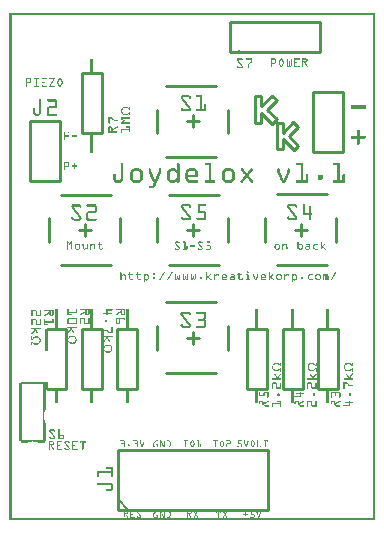
<source format=gto>
G04 MADE WITH FRITZING*
G04 WWW.FRITZING.ORG*
G04 DOUBLE SIDED*
G04 HOLES PLATED*
G04 CONTOUR ON CENTER OF CONTOUR VECTOR*
%ASAXBY*%
%FSLAX23Y23*%
%MOIN*%
%OFA0B0*%
%SFA1.0B1.0*%
%ADD10C,0.010000*%
%ADD11C,0.005000*%
%ADD12R,0.001000X0.001000*%
%LNSILK1*%
G90*
G70*
G54D10*
X68Y1331D02*
X68Y1131D01*
D02*
X68Y1131D02*
X168Y1131D01*
D02*
X168Y1131D02*
X168Y1331D01*
D02*
X168Y1331D02*
X68Y1331D01*
D02*
X242Y1291D02*
X242Y1491D01*
D02*
X242Y1491D02*
X308Y1491D01*
D02*
X308Y1491D02*
X308Y1291D01*
D02*
X308Y1291D02*
X242Y1291D01*
D02*
X734Y1564D02*
X1034Y1564D01*
D02*
X1034Y1564D02*
X1034Y1664D01*
D02*
X1034Y1664D02*
X734Y1664D01*
D02*
X734Y1664D02*
X734Y1564D01*
D02*
X1013Y1428D02*
X1013Y1228D01*
D02*
X1013Y1228D02*
X1113Y1228D01*
D02*
X1113Y1228D02*
X1113Y1428D01*
D02*
X1113Y1428D02*
X1013Y1428D01*
D02*
X361Y36D02*
X861Y36D01*
D02*
X861Y36D02*
X861Y236D01*
D02*
X861Y236D02*
X361Y236D01*
D02*
X361Y236D02*
X361Y36D01*
G54D11*
D02*
X396Y36D02*
X361Y71D01*
G54D10*
D02*
X493Y1292D02*
X493Y1370D01*
D02*
X690Y1213D02*
X523Y1213D01*
D02*
X690Y1449D02*
X523Y1449D01*
D02*
X730Y1292D02*
X730Y1370D01*
D02*
X611Y1311D02*
X611Y1351D01*
D02*
X592Y1331D02*
X631Y1331D01*
D02*
X370Y1008D02*
X370Y929D01*
D02*
X173Y1087D02*
X340Y1087D01*
D02*
X173Y851D02*
X340Y851D01*
D02*
X133Y1008D02*
X133Y929D01*
D02*
X252Y989D02*
X252Y949D01*
D02*
X271Y969D02*
X232Y969D01*
D02*
X493Y570D02*
X493Y649D01*
D02*
X690Y491D02*
X523Y491D01*
D02*
X690Y728D02*
X523Y728D01*
D02*
X730Y570D02*
X730Y649D01*
D02*
X611Y590D02*
X611Y629D01*
D02*
X592Y609D02*
X631Y609D01*
D02*
X1089Y1009D02*
X1089Y930D01*
D02*
X892Y1088D02*
X1059Y1088D01*
D02*
X892Y852D02*
X1059Y852D01*
D02*
X853Y1009D02*
X853Y930D01*
D02*
X971Y990D02*
X971Y950D01*
D02*
X991Y970D02*
X951Y970D01*
D02*
X730Y1009D02*
X730Y930D01*
D02*
X533Y1087D02*
X700Y1087D01*
D02*
X533Y851D02*
X700Y851D01*
D02*
X493Y1009D02*
X493Y930D01*
D02*
X611Y989D02*
X611Y950D01*
D02*
X631Y969D02*
X592Y969D01*
D02*
X190Y639D02*
X190Y439D01*
D02*
X190Y439D02*
X124Y439D01*
D02*
X124Y639D02*
X190Y639D01*
D02*
X308Y639D02*
X308Y439D01*
D02*
X308Y439D02*
X242Y439D01*
D02*
X242Y439D02*
X242Y639D01*
D02*
X242Y639D02*
X308Y639D01*
D02*
X1096Y639D02*
X1096Y439D01*
D02*
X1096Y439D02*
X1030Y439D01*
D02*
X1030Y439D02*
X1030Y639D01*
D02*
X1030Y639D02*
X1096Y639D01*
D02*
X978Y639D02*
X978Y439D01*
D02*
X978Y439D02*
X912Y439D01*
D02*
X912Y439D02*
X912Y639D01*
D02*
X912Y639D02*
X978Y639D01*
D02*
X859Y639D02*
X859Y439D01*
D02*
X859Y439D02*
X793Y439D01*
D02*
X793Y439D02*
X793Y639D01*
D02*
X793Y639D02*
X859Y639D01*
D02*
X426Y639D02*
X426Y439D01*
D02*
X426Y439D02*
X360Y439D01*
D02*
X360Y439D02*
X360Y639D01*
D02*
X360Y639D02*
X426Y639D01*
X891Y1339D02*
X876Y1324D01*
X840Y1360D01*
X840Y1327D01*
X818Y1326D01*
X818Y1415D01*
X839Y1415D01*
X839Y1382D01*
X876Y1417D01*
X891Y1402D01*
X860Y1370D01*
X891Y1339D01*
D02*
X932Y1281D02*
X963Y1250D01*
X948Y1235D01*
X913Y1271D01*
X913Y1238D01*
X892Y1238D01*
X891Y1326D01*
X912Y1326D01*
X912Y1293D01*
X947Y1328D01*
X962Y1313D01*
X932Y1281D01*
D02*
G54D12*
X0Y1693D02*
X1219Y1693D01*
X0Y1692D02*
X1219Y1692D01*
X0Y1691D02*
X1219Y1691D01*
X0Y1690D02*
X1219Y1690D01*
X0Y1689D02*
X1219Y1689D01*
X0Y1688D02*
X1219Y1688D01*
X0Y1687D02*
X1219Y1687D01*
X0Y1686D02*
X1219Y1686D01*
X0Y1685D02*
X7Y1685D01*
X1212Y1685D02*
X1219Y1685D01*
X0Y1684D02*
X7Y1684D01*
X1212Y1684D02*
X1219Y1684D01*
X0Y1683D02*
X7Y1683D01*
X1212Y1683D02*
X1219Y1683D01*
X0Y1682D02*
X7Y1682D01*
X1212Y1682D02*
X1219Y1682D01*
X0Y1681D02*
X7Y1681D01*
X1212Y1681D02*
X1219Y1681D01*
X0Y1680D02*
X7Y1680D01*
X1212Y1680D02*
X1219Y1680D01*
X0Y1679D02*
X7Y1679D01*
X1212Y1679D02*
X1219Y1679D01*
X0Y1678D02*
X7Y1678D01*
X1212Y1678D02*
X1219Y1678D01*
X0Y1677D02*
X7Y1677D01*
X1212Y1677D02*
X1219Y1677D01*
X0Y1676D02*
X7Y1676D01*
X1212Y1676D02*
X1219Y1676D01*
X0Y1675D02*
X7Y1675D01*
X1212Y1675D02*
X1219Y1675D01*
X0Y1674D02*
X7Y1674D01*
X1212Y1674D02*
X1219Y1674D01*
X0Y1673D02*
X7Y1673D01*
X1212Y1673D02*
X1219Y1673D01*
X0Y1672D02*
X7Y1672D01*
X1212Y1672D02*
X1219Y1672D01*
X0Y1671D02*
X7Y1671D01*
X1212Y1671D02*
X1219Y1671D01*
X0Y1670D02*
X7Y1670D01*
X1212Y1670D02*
X1219Y1670D01*
X0Y1669D02*
X7Y1669D01*
X1212Y1669D02*
X1219Y1669D01*
X0Y1668D02*
X7Y1668D01*
X1212Y1668D02*
X1219Y1668D01*
X0Y1667D02*
X7Y1667D01*
X1212Y1667D02*
X1219Y1667D01*
X0Y1666D02*
X7Y1666D01*
X1212Y1666D02*
X1219Y1666D01*
X0Y1665D02*
X7Y1665D01*
X1212Y1665D02*
X1219Y1665D01*
X0Y1664D02*
X7Y1664D01*
X1212Y1664D02*
X1219Y1664D01*
X0Y1663D02*
X7Y1663D01*
X1212Y1663D02*
X1219Y1663D01*
X0Y1662D02*
X7Y1662D01*
X1212Y1662D02*
X1219Y1662D01*
X0Y1661D02*
X7Y1661D01*
X1212Y1661D02*
X1219Y1661D01*
X0Y1660D02*
X7Y1660D01*
X1212Y1660D02*
X1219Y1660D01*
X0Y1659D02*
X7Y1659D01*
X1212Y1659D02*
X1219Y1659D01*
X0Y1658D02*
X7Y1658D01*
X1212Y1658D02*
X1219Y1658D01*
X0Y1657D02*
X7Y1657D01*
X1212Y1657D02*
X1219Y1657D01*
X0Y1656D02*
X7Y1656D01*
X1212Y1656D02*
X1219Y1656D01*
X0Y1655D02*
X7Y1655D01*
X1212Y1655D02*
X1219Y1655D01*
X0Y1654D02*
X7Y1654D01*
X1212Y1654D02*
X1219Y1654D01*
X0Y1653D02*
X7Y1653D01*
X1212Y1653D02*
X1219Y1653D01*
X0Y1652D02*
X7Y1652D01*
X1212Y1652D02*
X1219Y1652D01*
X0Y1651D02*
X7Y1651D01*
X1212Y1651D02*
X1219Y1651D01*
X0Y1650D02*
X7Y1650D01*
X1212Y1650D02*
X1219Y1650D01*
X0Y1649D02*
X7Y1649D01*
X1212Y1649D02*
X1219Y1649D01*
X0Y1648D02*
X7Y1648D01*
X1212Y1648D02*
X1219Y1648D01*
X0Y1647D02*
X7Y1647D01*
X1212Y1647D02*
X1219Y1647D01*
X0Y1646D02*
X7Y1646D01*
X1212Y1646D02*
X1219Y1646D01*
X0Y1645D02*
X7Y1645D01*
X1212Y1645D02*
X1219Y1645D01*
X0Y1644D02*
X7Y1644D01*
X1212Y1644D02*
X1219Y1644D01*
X0Y1643D02*
X7Y1643D01*
X1212Y1643D02*
X1219Y1643D01*
X0Y1642D02*
X7Y1642D01*
X1212Y1642D02*
X1219Y1642D01*
X0Y1641D02*
X7Y1641D01*
X1212Y1641D02*
X1219Y1641D01*
X0Y1640D02*
X7Y1640D01*
X1212Y1640D02*
X1219Y1640D01*
X0Y1639D02*
X7Y1639D01*
X1212Y1639D02*
X1219Y1639D01*
X0Y1638D02*
X7Y1638D01*
X1212Y1638D02*
X1219Y1638D01*
X0Y1637D02*
X7Y1637D01*
X1212Y1637D02*
X1219Y1637D01*
X0Y1636D02*
X7Y1636D01*
X1212Y1636D02*
X1219Y1636D01*
X0Y1635D02*
X7Y1635D01*
X1212Y1635D02*
X1219Y1635D01*
X0Y1634D02*
X7Y1634D01*
X1212Y1634D02*
X1219Y1634D01*
X0Y1633D02*
X7Y1633D01*
X1212Y1633D02*
X1219Y1633D01*
X0Y1632D02*
X7Y1632D01*
X1212Y1632D02*
X1219Y1632D01*
X0Y1631D02*
X7Y1631D01*
X1212Y1631D02*
X1219Y1631D01*
X0Y1630D02*
X7Y1630D01*
X1212Y1630D02*
X1219Y1630D01*
X0Y1629D02*
X7Y1629D01*
X1212Y1629D02*
X1219Y1629D01*
X0Y1628D02*
X7Y1628D01*
X1212Y1628D02*
X1219Y1628D01*
X0Y1627D02*
X7Y1627D01*
X1212Y1627D02*
X1219Y1627D01*
X0Y1626D02*
X7Y1626D01*
X1212Y1626D02*
X1219Y1626D01*
X0Y1625D02*
X7Y1625D01*
X1212Y1625D02*
X1219Y1625D01*
X0Y1624D02*
X7Y1624D01*
X1212Y1624D02*
X1219Y1624D01*
X0Y1623D02*
X7Y1623D01*
X1212Y1623D02*
X1219Y1623D01*
X0Y1622D02*
X7Y1622D01*
X1212Y1622D02*
X1219Y1622D01*
X0Y1621D02*
X7Y1621D01*
X1212Y1621D02*
X1219Y1621D01*
X0Y1620D02*
X7Y1620D01*
X1212Y1620D02*
X1219Y1620D01*
X0Y1619D02*
X7Y1619D01*
X1212Y1619D02*
X1219Y1619D01*
X0Y1618D02*
X7Y1618D01*
X1212Y1618D02*
X1219Y1618D01*
X0Y1617D02*
X7Y1617D01*
X1212Y1617D02*
X1219Y1617D01*
X0Y1616D02*
X7Y1616D01*
X1212Y1616D02*
X1219Y1616D01*
X0Y1615D02*
X7Y1615D01*
X1212Y1615D02*
X1219Y1615D01*
X0Y1614D02*
X7Y1614D01*
X1212Y1614D02*
X1219Y1614D01*
X0Y1613D02*
X7Y1613D01*
X1212Y1613D02*
X1219Y1613D01*
X0Y1612D02*
X7Y1612D01*
X1212Y1612D02*
X1219Y1612D01*
X0Y1611D02*
X7Y1611D01*
X1212Y1611D02*
X1219Y1611D01*
X0Y1610D02*
X7Y1610D01*
X1212Y1610D02*
X1219Y1610D01*
X0Y1609D02*
X7Y1609D01*
X1212Y1609D02*
X1219Y1609D01*
X0Y1608D02*
X7Y1608D01*
X1212Y1608D02*
X1219Y1608D01*
X0Y1607D02*
X7Y1607D01*
X1212Y1607D02*
X1219Y1607D01*
X0Y1606D02*
X7Y1606D01*
X1212Y1606D02*
X1219Y1606D01*
X0Y1605D02*
X7Y1605D01*
X1212Y1605D02*
X1219Y1605D01*
X0Y1604D02*
X7Y1604D01*
X1212Y1604D02*
X1219Y1604D01*
X0Y1603D02*
X7Y1603D01*
X1212Y1603D02*
X1219Y1603D01*
X0Y1602D02*
X7Y1602D01*
X1212Y1602D02*
X1219Y1602D01*
X0Y1601D02*
X7Y1601D01*
X735Y1601D02*
X735Y1601D01*
X1212Y1601D02*
X1219Y1601D01*
X0Y1600D02*
X7Y1600D01*
X734Y1600D02*
X736Y1600D01*
X1212Y1600D02*
X1219Y1600D01*
X0Y1599D02*
X7Y1599D01*
X733Y1599D02*
X737Y1599D01*
X1212Y1599D02*
X1219Y1599D01*
X0Y1598D02*
X7Y1598D01*
X732Y1598D02*
X738Y1598D01*
X1212Y1598D02*
X1219Y1598D01*
X0Y1597D02*
X7Y1597D01*
X733Y1597D02*
X739Y1597D01*
X1212Y1597D02*
X1219Y1597D01*
X0Y1596D02*
X7Y1596D01*
X734Y1596D02*
X739Y1596D01*
X1212Y1596D02*
X1219Y1596D01*
X0Y1595D02*
X7Y1595D01*
X735Y1595D02*
X739Y1595D01*
X1212Y1595D02*
X1219Y1595D01*
X0Y1594D02*
X7Y1594D01*
X736Y1594D02*
X739Y1594D01*
X1212Y1594D02*
X1219Y1594D01*
X0Y1593D02*
X7Y1593D01*
X737Y1593D02*
X739Y1593D01*
X1212Y1593D02*
X1219Y1593D01*
X0Y1592D02*
X7Y1592D01*
X738Y1592D02*
X739Y1592D01*
X1212Y1592D02*
X1219Y1592D01*
X0Y1591D02*
X7Y1591D01*
X739Y1591D02*
X739Y1591D01*
X1212Y1591D02*
X1219Y1591D01*
X0Y1590D02*
X7Y1590D01*
X1212Y1590D02*
X1219Y1590D01*
X0Y1589D02*
X7Y1589D01*
X1212Y1589D02*
X1219Y1589D01*
X0Y1588D02*
X7Y1588D01*
X1212Y1588D02*
X1219Y1588D01*
X0Y1587D02*
X7Y1587D01*
X1212Y1587D02*
X1219Y1587D01*
X0Y1586D02*
X7Y1586D01*
X1212Y1586D02*
X1219Y1586D01*
X0Y1585D02*
X7Y1585D01*
X1212Y1585D02*
X1219Y1585D01*
X0Y1584D02*
X7Y1584D01*
X1212Y1584D02*
X1219Y1584D01*
X0Y1583D02*
X7Y1583D01*
X1212Y1583D02*
X1219Y1583D01*
X0Y1582D02*
X7Y1582D01*
X1212Y1582D02*
X1219Y1582D01*
X0Y1581D02*
X7Y1581D01*
X1212Y1581D02*
X1219Y1581D01*
X0Y1580D02*
X7Y1580D01*
X1212Y1580D02*
X1219Y1580D01*
X0Y1579D02*
X7Y1579D01*
X1212Y1579D02*
X1219Y1579D01*
X0Y1578D02*
X7Y1578D01*
X1212Y1578D02*
X1219Y1578D01*
X0Y1577D02*
X7Y1577D01*
X1212Y1577D02*
X1219Y1577D01*
X0Y1576D02*
X7Y1576D01*
X1212Y1576D02*
X1219Y1576D01*
X0Y1575D02*
X7Y1575D01*
X1212Y1575D02*
X1219Y1575D01*
X0Y1574D02*
X7Y1574D01*
X1212Y1574D02*
X1219Y1574D01*
X0Y1573D02*
X7Y1573D01*
X1212Y1573D02*
X1219Y1573D01*
X0Y1572D02*
X7Y1572D01*
X1212Y1572D02*
X1219Y1572D01*
X0Y1571D02*
X7Y1571D01*
X1212Y1571D02*
X1219Y1571D01*
X0Y1570D02*
X7Y1570D01*
X760Y1570D02*
X766Y1570D01*
X1212Y1570D02*
X1219Y1570D01*
X0Y1569D02*
X7Y1569D01*
X761Y1569D02*
X767Y1569D01*
X1212Y1569D02*
X1219Y1569D01*
X0Y1568D02*
X7Y1568D01*
X762Y1568D02*
X768Y1568D01*
X1212Y1568D02*
X1219Y1568D01*
X0Y1567D02*
X7Y1567D01*
X763Y1567D02*
X769Y1567D01*
X1212Y1567D02*
X1219Y1567D01*
X0Y1566D02*
X7Y1566D01*
X764Y1566D02*
X769Y1566D01*
X1212Y1566D02*
X1219Y1566D01*
X0Y1565D02*
X7Y1565D01*
X765Y1565D02*
X768Y1565D01*
X1212Y1565D02*
X1219Y1565D01*
X0Y1564D02*
X7Y1564D01*
X766Y1564D02*
X767Y1564D01*
X1212Y1564D02*
X1219Y1564D01*
X0Y1563D02*
X7Y1563D01*
X1212Y1563D02*
X1219Y1563D01*
X0Y1562D02*
X7Y1562D01*
X1212Y1562D02*
X1219Y1562D01*
X0Y1561D02*
X7Y1561D01*
X1212Y1561D02*
X1219Y1561D01*
X0Y1560D02*
X7Y1560D01*
X1212Y1560D02*
X1219Y1560D01*
X0Y1559D02*
X7Y1559D01*
X1212Y1559D02*
X1219Y1559D01*
X0Y1558D02*
X7Y1558D01*
X1212Y1558D02*
X1219Y1558D01*
X0Y1557D02*
X7Y1557D01*
X1212Y1557D02*
X1219Y1557D01*
X0Y1556D02*
X7Y1556D01*
X1212Y1556D02*
X1219Y1556D01*
X0Y1555D02*
X7Y1555D01*
X1212Y1555D02*
X1219Y1555D01*
X0Y1554D02*
X7Y1554D01*
X1212Y1554D02*
X1219Y1554D01*
X0Y1553D02*
X7Y1553D01*
X1212Y1553D02*
X1219Y1553D01*
X0Y1552D02*
X7Y1552D01*
X1212Y1552D02*
X1219Y1552D01*
X0Y1551D02*
X7Y1551D01*
X1212Y1551D02*
X1219Y1551D01*
X0Y1550D02*
X7Y1550D01*
X1212Y1550D02*
X1219Y1550D01*
X0Y1549D02*
X7Y1549D01*
X1212Y1549D02*
X1219Y1549D01*
X0Y1548D02*
X7Y1548D01*
X1212Y1548D02*
X1219Y1548D01*
X0Y1547D02*
X7Y1547D01*
X1212Y1547D02*
X1219Y1547D01*
X0Y1546D02*
X7Y1546D01*
X1212Y1546D02*
X1219Y1546D01*
X0Y1545D02*
X7Y1545D01*
X1212Y1545D02*
X1219Y1545D01*
X0Y1544D02*
X7Y1544D01*
X1212Y1544D02*
X1219Y1544D01*
X0Y1543D02*
X7Y1543D01*
X1212Y1543D02*
X1219Y1543D01*
X0Y1542D02*
X7Y1542D01*
X1212Y1542D02*
X1219Y1542D01*
X0Y1541D02*
X7Y1541D01*
X760Y1541D02*
X775Y1541D01*
X789Y1541D02*
X808Y1541D01*
X872Y1541D02*
X884Y1541D01*
X906Y1541D02*
X907Y1541D01*
X926Y1541D02*
X926Y1541D01*
X940Y1541D02*
X940Y1541D01*
X951Y1541D02*
X967Y1541D01*
X977Y1541D02*
X989Y1541D01*
X1212Y1541D02*
X1219Y1541D01*
X0Y1540D02*
X7Y1540D01*
X759Y1540D02*
X776Y1540D01*
X788Y1540D02*
X808Y1540D01*
X872Y1540D02*
X887Y1540D01*
X904Y1540D02*
X909Y1540D01*
X925Y1540D02*
X927Y1540D01*
X939Y1540D02*
X941Y1540D01*
X951Y1540D02*
X968Y1540D01*
X977Y1540D02*
X992Y1540D01*
X1212Y1540D02*
X1219Y1540D01*
X0Y1539D02*
X7Y1539D01*
X270Y1539D02*
X279Y1539D01*
X759Y1539D02*
X777Y1539D01*
X788Y1539D02*
X808Y1539D01*
X872Y1539D02*
X888Y1539D01*
X903Y1539D02*
X910Y1539D01*
X925Y1539D02*
X927Y1539D01*
X939Y1539D02*
X942Y1539D01*
X951Y1539D02*
X968Y1539D01*
X977Y1539D02*
X993Y1539D01*
X1212Y1539D02*
X1219Y1539D01*
X0Y1538D02*
X7Y1538D01*
X270Y1538D02*
X279Y1538D01*
X758Y1538D02*
X778Y1538D01*
X788Y1538D02*
X808Y1538D01*
X872Y1538D02*
X889Y1538D01*
X903Y1538D02*
X911Y1538D01*
X925Y1538D02*
X927Y1538D01*
X939Y1538D02*
X942Y1538D01*
X951Y1538D02*
X967Y1538D01*
X977Y1538D02*
X994Y1538D01*
X1212Y1538D02*
X1219Y1538D01*
X0Y1537D02*
X7Y1537D01*
X270Y1537D02*
X279Y1537D01*
X758Y1537D02*
X761Y1537D01*
X774Y1537D02*
X778Y1537D01*
X789Y1537D02*
X791Y1537D01*
X805Y1537D02*
X808Y1537D01*
X872Y1537D02*
X875Y1537D01*
X886Y1537D02*
X889Y1537D01*
X902Y1537D02*
X906Y1537D01*
X908Y1537D02*
X911Y1537D01*
X925Y1537D02*
X927Y1537D01*
X939Y1537D02*
X942Y1537D01*
X951Y1537D02*
X954Y1537D01*
X977Y1537D02*
X980Y1537D01*
X991Y1537D02*
X994Y1537D01*
X1212Y1537D02*
X1219Y1537D01*
X0Y1536D02*
X7Y1536D01*
X270Y1536D02*
X279Y1536D01*
X758Y1536D02*
X762Y1536D01*
X775Y1536D02*
X778Y1536D01*
X790Y1536D02*
X790Y1536D01*
X805Y1536D02*
X808Y1536D01*
X872Y1536D02*
X875Y1536D01*
X886Y1536D02*
X889Y1536D01*
X902Y1536D02*
X905Y1536D01*
X909Y1536D02*
X912Y1536D01*
X925Y1536D02*
X927Y1536D01*
X939Y1536D02*
X942Y1536D01*
X951Y1536D02*
X953Y1536D01*
X977Y1536D02*
X980Y1536D01*
X991Y1536D02*
X994Y1536D01*
X1212Y1536D02*
X1219Y1536D01*
X0Y1535D02*
X7Y1535D01*
X270Y1535D02*
X279Y1535D01*
X759Y1535D02*
X763Y1535D01*
X775Y1535D02*
X778Y1535D01*
X805Y1535D02*
X808Y1535D01*
X872Y1535D02*
X875Y1535D01*
X886Y1535D02*
X889Y1535D01*
X901Y1535D02*
X904Y1535D01*
X909Y1535D02*
X912Y1535D01*
X925Y1535D02*
X927Y1535D01*
X939Y1535D02*
X942Y1535D01*
X951Y1535D02*
X953Y1535D01*
X977Y1535D02*
X980Y1535D01*
X991Y1535D02*
X994Y1535D01*
X1212Y1535D02*
X1219Y1535D01*
X0Y1534D02*
X7Y1534D01*
X270Y1534D02*
X279Y1534D01*
X759Y1534D02*
X764Y1534D01*
X805Y1534D02*
X808Y1534D01*
X872Y1534D02*
X875Y1534D01*
X886Y1534D02*
X889Y1534D01*
X901Y1534D02*
X904Y1534D01*
X910Y1534D02*
X913Y1534D01*
X925Y1534D02*
X927Y1534D01*
X939Y1534D02*
X942Y1534D01*
X951Y1534D02*
X953Y1534D01*
X977Y1534D02*
X980Y1534D01*
X991Y1534D02*
X994Y1534D01*
X1212Y1534D02*
X1219Y1534D01*
X0Y1533D02*
X7Y1533D01*
X270Y1533D02*
X279Y1533D01*
X760Y1533D02*
X764Y1533D01*
X805Y1533D02*
X808Y1533D01*
X872Y1533D02*
X875Y1533D01*
X886Y1533D02*
X889Y1533D01*
X900Y1533D02*
X903Y1533D01*
X910Y1533D02*
X913Y1533D01*
X925Y1533D02*
X927Y1533D01*
X939Y1533D02*
X942Y1533D01*
X951Y1533D02*
X953Y1533D01*
X977Y1533D02*
X980Y1533D01*
X991Y1533D02*
X994Y1533D01*
X1212Y1533D02*
X1219Y1533D01*
X0Y1532D02*
X7Y1532D01*
X270Y1532D02*
X279Y1532D01*
X761Y1532D02*
X765Y1532D01*
X805Y1532D02*
X808Y1532D01*
X872Y1532D02*
X875Y1532D01*
X886Y1532D02*
X889Y1532D01*
X900Y1532D02*
X903Y1532D01*
X911Y1532D02*
X914Y1532D01*
X925Y1532D02*
X927Y1532D01*
X939Y1532D02*
X942Y1532D01*
X951Y1532D02*
X953Y1532D01*
X977Y1532D02*
X980Y1532D01*
X990Y1532D02*
X994Y1532D01*
X1212Y1532D02*
X1219Y1532D01*
X0Y1531D02*
X7Y1531D01*
X270Y1531D02*
X279Y1531D01*
X762Y1531D02*
X766Y1531D01*
X805Y1531D02*
X808Y1531D01*
X872Y1531D02*
X875Y1531D01*
X886Y1531D02*
X889Y1531D01*
X899Y1531D02*
X902Y1531D01*
X911Y1531D02*
X914Y1531D01*
X925Y1531D02*
X927Y1531D01*
X932Y1531D02*
X934Y1531D01*
X939Y1531D02*
X942Y1531D01*
X951Y1531D02*
X953Y1531D01*
X977Y1531D02*
X993Y1531D01*
X1212Y1531D02*
X1219Y1531D01*
X0Y1530D02*
X7Y1530D01*
X270Y1530D02*
X279Y1530D01*
X762Y1530D02*
X767Y1530D01*
X805Y1530D02*
X808Y1530D01*
X872Y1530D02*
X875Y1530D01*
X886Y1530D02*
X889Y1530D01*
X899Y1530D02*
X902Y1530D01*
X912Y1530D02*
X915Y1530D01*
X925Y1530D02*
X927Y1530D01*
X932Y1530D02*
X934Y1530D01*
X939Y1530D02*
X942Y1530D01*
X951Y1530D02*
X953Y1530D01*
X977Y1530D02*
X993Y1530D01*
X1212Y1530D02*
X1219Y1530D01*
X0Y1529D02*
X7Y1529D01*
X270Y1529D02*
X279Y1529D01*
X763Y1529D02*
X768Y1529D01*
X804Y1529D02*
X808Y1529D01*
X872Y1529D02*
X875Y1529D01*
X886Y1529D02*
X889Y1529D01*
X899Y1529D02*
X901Y1529D01*
X912Y1529D02*
X915Y1529D01*
X925Y1529D02*
X927Y1529D01*
X932Y1529D02*
X934Y1529D01*
X939Y1529D02*
X942Y1529D01*
X951Y1529D02*
X954Y1529D01*
X977Y1529D02*
X991Y1529D01*
X1212Y1529D02*
X1219Y1529D01*
X0Y1528D02*
X7Y1528D01*
X270Y1528D02*
X279Y1528D01*
X764Y1528D02*
X768Y1528D01*
X802Y1528D02*
X808Y1528D01*
X872Y1528D02*
X875Y1528D01*
X886Y1528D02*
X889Y1528D01*
X898Y1528D02*
X901Y1528D01*
X913Y1528D02*
X915Y1528D01*
X925Y1528D02*
X927Y1528D01*
X932Y1528D02*
X934Y1528D01*
X939Y1528D02*
X942Y1528D01*
X951Y1528D02*
X960Y1528D01*
X977Y1528D02*
X980Y1528D01*
X983Y1528D02*
X987Y1528D01*
X1212Y1528D02*
X1219Y1528D01*
X0Y1527D02*
X7Y1527D01*
X270Y1527D02*
X279Y1527D01*
X765Y1527D02*
X769Y1527D01*
X801Y1527D02*
X807Y1527D01*
X872Y1527D02*
X889Y1527D01*
X898Y1527D02*
X901Y1527D01*
X913Y1527D02*
X915Y1527D01*
X925Y1527D02*
X927Y1527D01*
X932Y1527D02*
X934Y1527D01*
X939Y1527D02*
X942Y1527D01*
X951Y1527D02*
X961Y1527D01*
X977Y1527D02*
X980Y1527D01*
X984Y1527D02*
X987Y1527D01*
X1212Y1527D02*
X1219Y1527D01*
X0Y1526D02*
X7Y1526D01*
X270Y1526D02*
X279Y1526D01*
X765Y1526D02*
X770Y1526D01*
X800Y1526D02*
X806Y1526D01*
X872Y1526D02*
X888Y1526D01*
X898Y1526D02*
X901Y1526D01*
X912Y1526D02*
X915Y1526D01*
X925Y1526D02*
X927Y1526D01*
X932Y1526D02*
X934Y1526D01*
X939Y1526D02*
X942Y1526D01*
X951Y1526D02*
X960Y1526D01*
X977Y1526D02*
X980Y1526D01*
X985Y1526D02*
X988Y1526D01*
X1212Y1526D02*
X1219Y1526D01*
X0Y1525D02*
X7Y1525D01*
X270Y1525D02*
X279Y1525D01*
X766Y1525D02*
X771Y1525D01*
X799Y1525D02*
X804Y1525D01*
X872Y1525D02*
X887Y1525D01*
X899Y1525D02*
X901Y1525D01*
X912Y1525D02*
X915Y1525D01*
X925Y1525D02*
X927Y1525D01*
X932Y1525D02*
X934Y1525D01*
X939Y1525D02*
X942Y1525D01*
X951Y1525D02*
X954Y1525D01*
X977Y1525D02*
X980Y1525D01*
X985Y1525D02*
X988Y1525D01*
X1212Y1525D02*
X1219Y1525D01*
X0Y1524D02*
X7Y1524D01*
X270Y1524D02*
X279Y1524D01*
X767Y1524D02*
X771Y1524D01*
X798Y1524D02*
X803Y1524D01*
X872Y1524D02*
X886Y1524D01*
X899Y1524D02*
X902Y1524D01*
X912Y1524D02*
X915Y1524D01*
X925Y1524D02*
X927Y1524D01*
X932Y1524D02*
X934Y1524D01*
X939Y1524D02*
X942Y1524D01*
X951Y1524D02*
X953Y1524D01*
X977Y1524D02*
X980Y1524D01*
X986Y1524D02*
X989Y1524D01*
X1212Y1524D02*
X1219Y1524D01*
X0Y1523D02*
X7Y1523D01*
X270Y1523D02*
X279Y1523D01*
X768Y1523D02*
X772Y1523D01*
X797Y1523D02*
X802Y1523D01*
X872Y1523D02*
X875Y1523D01*
X899Y1523D02*
X902Y1523D01*
X911Y1523D02*
X914Y1523D01*
X925Y1523D02*
X927Y1523D01*
X932Y1523D02*
X934Y1523D01*
X939Y1523D02*
X942Y1523D01*
X951Y1523D02*
X953Y1523D01*
X977Y1523D02*
X980Y1523D01*
X986Y1523D02*
X990Y1523D01*
X1212Y1523D02*
X1219Y1523D01*
X0Y1522D02*
X7Y1522D01*
X270Y1522D02*
X279Y1522D01*
X769Y1522D02*
X773Y1522D01*
X797Y1522D02*
X801Y1522D01*
X872Y1522D02*
X875Y1522D01*
X900Y1522D02*
X903Y1522D01*
X911Y1522D02*
X914Y1522D01*
X925Y1522D02*
X927Y1522D01*
X932Y1522D02*
X934Y1522D01*
X939Y1522D02*
X942Y1522D01*
X951Y1522D02*
X953Y1522D01*
X977Y1522D02*
X980Y1522D01*
X987Y1522D02*
X990Y1522D01*
X1212Y1522D02*
X1219Y1522D01*
X0Y1521D02*
X7Y1521D01*
X270Y1521D02*
X279Y1521D01*
X769Y1521D02*
X774Y1521D01*
X797Y1521D02*
X800Y1521D01*
X872Y1521D02*
X875Y1521D01*
X900Y1521D02*
X903Y1521D01*
X910Y1521D02*
X913Y1521D01*
X925Y1521D02*
X927Y1521D01*
X932Y1521D02*
X934Y1521D01*
X939Y1521D02*
X942Y1521D01*
X951Y1521D02*
X953Y1521D01*
X977Y1521D02*
X980Y1521D01*
X987Y1521D02*
X991Y1521D01*
X1212Y1521D02*
X1219Y1521D01*
X0Y1520D02*
X7Y1520D01*
X270Y1520D02*
X279Y1520D01*
X770Y1520D02*
X775Y1520D01*
X797Y1520D02*
X800Y1520D01*
X872Y1520D02*
X875Y1520D01*
X901Y1520D02*
X904Y1520D01*
X910Y1520D02*
X913Y1520D01*
X925Y1520D02*
X927Y1520D01*
X932Y1520D02*
X934Y1520D01*
X939Y1520D02*
X942Y1520D01*
X951Y1520D02*
X953Y1520D01*
X977Y1520D02*
X980Y1520D01*
X988Y1520D02*
X991Y1520D01*
X1212Y1520D02*
X1219Y1520D01*
X0Y1519D02*
X7Y1519D01*
X270Y1519D02*
X279Y1519D01*
X771Y1519D02*
X775Y1519D01*
X797Y1519D02*
X800Y1519D01*
X872Y1519D02*
X875Y1519D01*
X901Y1519D02*
X904Y1519D01*
X909Y1519D02*
X912Y1519D01*
X925Y1519D02*
X927Y1519D01*
X932Y1519D02*
X934Y1519D01*
X939Y1519D02*
X942Y1519D01*
X951Y1519D02*
X953Y1519D01*
X977Y1519D02*
X980Y1519D01*
X989Y1519D02*
X992Y1519D01*
X1212Y1519D02*
X1219Y1519D01*
X0Y1518D02*
X7Y1518D01*
X270Y1518D02*
X279Y1518D01*
X772Y1518D02*
X776Y1518D01*
X797Y1518D02*
X800Y1518D01*
X872Y1518D02*
X875Y1518D01*
X902Y1518D02*
X905Y1518D01*
X909Y1518D02*
X912Y1518D01*
X925Y1518D02*
X927Y1518D01*
X932Y1518D02*
X935Y1518D01*
X939Y1518D02*
X942Y1518D01*
X951Y1518D02*
X953Y1518D01*
X977Y1518D02*
X980Y1518D01*
X989Y1518D02*
X993Y1518D01*
X1212Y1518D02*
X1219Y1518D01*
X0Y1517D02*
X7Y1517D01*
X270Y1517D02*
X279Y1517D01*
X760Y1517D02*
X760Y1517D01*
X772Y1517D02*
X777Y1517D01*
X797Y1517D02*
X800Y1517D01*
X872Y1517D02*
X875Y1517D01*
X902Y1517D02*
X905Y1517D01*
X908Y1517D02*
X911Y1517D01*
X925Y1517D02*
X928Y1517D01*
X931Y1517D02*
X935Y1517D01*
X938Y1517D02*
X941Y1517D01*
X951Y1517D02*
X953Y1517D01*
X977Y1517D02*
X980Y1517D01*
X990Y1517D02*
X993Y1517D01*
X1212Y1517D02*
X1219Y1517D01*
X0Y1516D02*
X7Y1516D01*
X270Y1516D02*
X279Y1516D01*
X759Y1516D02*
X761Y1516D01*
X773Y1516D02*
X777Y1516D01*
X797Y1516D02*
X800Y1516D01*
X872Y1516D02*
X875Y1516D01*
X903Y1516D02*
X911Y1516D01*
X925Y1516D02*
X941Y1516D01*
X951Y1516D02*
X967Y1516D01*
X977Y1516D02*
X980Y1516D01*
X990Y1516D02*
X994Y1516D01*
X1212Y1516D02*
X1219Y1516D01*
X0Y1515D02*
X7Y1515D01*
X270Y1515D02*
X279Y1515D01*
X758Y1515D02*
X761Y1515D01*
X774Y1515D02*
X778Y1515D01*
X797Y1515D02*
X800Y1515D01*
X872Y1515D02*
X875Y1515D01*
X903Y1515D02*
X910Y1515D01*
X926Y1515D02*
X940Y1515D01*
X951Y1515D02*
X968Y1515D01*
X977Y1515D02*
X980Y1515D01*
X991Y1515D02*
X994Y1515D01*
X1212Y1515D02*
X1219Y1515D01*
X0Y1514D02*
X7Y1514D01*
X270Y1514D02*
X279Y1514D01*
X758Y1514D02*
X762Y1514D01*
X775Y1514D02*
X778Y1514D01*
X797Y1514D02*
X800Y1514D01*
X872Y1514D02*
X875Y1514D01*
X904Y1514D02*
X909Y1514D01*
X926Y1514D02*
X940Y1514D01*
X951Y1514D02*
X968Y1514D01*
X977Y1514D02*
X980Y1514D01*
X992Y1514D02*
X994Y1514D01*
X1212Y1514D02*
X1219Y1514D01*
X0Y1513D02*
X7Y1513D01*
X270Y1513D02*
X279Y1513D01*
X759Y1513D02*
X778Y1513D01*
X797Y1513D02*
X800Y1513D01*
X873Y1513D02*
X874Y1513D01*
X906Y1513D02*
X908Y1513D01*
X928Y1513D02*
X931Y1513D01*
X935Y1513D02*
X939Y1513D01*
X951Y1513D02*
X967Y1513D01*
X978Y1513D02*
X979Y1513D01*
X993Y1513D02*
X993Y1513D01*
X1212Y1513D02*
X1219Y1513D01*
X0Y1512D02*
X7Y1512D01*
X270Y1512D02*
X279Y1512D01*
X759Y1512D02*
X777Y1512D01*
X797Y1512D02*
X800Y1512D01*
X1212Y1512D02*
X1219Y1512D01*
X0Y1511D02*
X7Y1511D01*
X270Y1511D02*
X279Y1511D01*
X760Y1511D02*
X777Y1511D01*
X797Y1511D02*
X800Y1511D01*
X1212Y1511D02*
X1219Y1511D01*
X0Y1510D02*
X7Y1510D01*
X270Y1510D02*
X279Y1510D01*
X761Y1510D02*
X775Y1510D01*
X797Y1510D02*
X799Y1510D01*
X1212Y1510D02*
X1219Y1510D01*
X0Y1509D02*
X7Y1509D01*
X270Y1509D02*
X279Y1509D01*
X1212Y1509D02*
X1219Y1509D01*
X0Y1508D02*
X7Y1508D01*
X270Y1508D02*
X279Y1508D01*
X1212Y1508D02*
X1219Y1508D01*
X0Y1507D02*
X7Y1507D01*
X270Y1507D02*
X279Y1507D01*
X1212Y1507D02*
X1219Y1507D01*
X0Y1506D02*
X7Y1506D01*
X270Y1506D02*
X279Y1506D01*
X1212Y1506D02*
X1219Y1506D01*
X0Y1505D02*
X7Y1505D01*
X270Y1505D02*
X279Y1505D01*
X1212Y1505D02*
X1219Y1505D01*
X0Y1504D02*
X7Y1504D01*
X270Y1504D02*
X279Y1504D01*
X1212Y1504D02*
X1219Y1504D01*
X0Y1503D02*
X7Y1503D01*
X270Y1503D02*
X279Y1503D01*
X1212Y1503D02*
X1219Y1503D01*
X0Y1502D02*
X7Y1502D01*
X270Y1502D02*
X279Y1502D01*
X1212Y1502D02*
X1219Y1502D01*
X0Y1501D02*
X7Y1501D01*
X270Y1501D02*
X279Y1501D01*
X1212Y1501D02*
X1219Y1501D01*
X0Y1500D02*
X7Y1500D01*
X270Y1500D02*
X279Y1500D01*
X1212Y1500D02*
X1219Y1500D01*
X0Y1499D02*
X7Y1499D01*
X270Y1499D02*
X279Y1499D01*
X1212Y1499D02*
X1219Y1499D01*
X0Y1498D02*
X7Y1498D01*
X270Y1498D02*
X279Y1498D01*
X1212Y1498D02*
X1219Y1498D01*
X0Y1497D02*
X7Y1497D01*
X270Y1497D02*
X279Y1497D01*
X1212Y1497D02*
X1219Y1497D01*
X0Y1496D02*
X7Y1496D01*
X270Y1496D02*
X279Y1496D01*
X1212Y1496D02*
X1219Y1496D01*
X0Y1495D02*
X7Y1495D01*
X270Y1495D02*
X279Y1495D01*
X1212Y1495D02*
X1219Y1495D01*
X0Y1494D02*
X7Y1494D01*
X270Y1494D02*
X279Y1494D01*
X1212Y1494D02*
X1219Y1494D01*
X0Y1493D02*
X7Y1493D01*
X270Y1493D02*
X279Y1493D01*
X1212Y1493D02*
X1219Y1493D01*
X0Y1492D02*
X7Y1492D01*
X270Y1492D02*
X279Y1492D01*
X1212Y1492D02*
X1219Y1492D01*
X0Y1491D02*
X7Y1491D01*
X1212Y1491D02*
X1219Y1491D01*
X0Y1490D02*
X7Y1490D01*
X1212Y1490D02*
X1219Y1490D01*
X0Y1489D02*
X7Y1489D01*
X1212Y1489D02*
X1219Y1489D01*
X0Y1488D02*
X7Y1488D01*
X1212Y1488D02*
X1219Y1488D01*
X0Y1487D02*
X7Y1487D01*
X1212Y1487D02*
X1219Y1487D01*
X0Y1486D02*
X7Y1486D01*
X1212Y1486D02*
X1219Y1486D01*
X0Y1485D02*
X7Y1485D01*
X1212Y1485D02*
X1219Y1485D01*
X0Y1484D02*
X7Y1484D01*
X1212Y1484D02*
X1219Y1484D01*
X0Y1483D02*
X7Y1483D01*
X1212Y1483D02*
X1219Y1483D01*
X0Y1482D02*
X7Y1482D01*
X1212Y1482D02*
X1219Y1482D01*
X0Y1481D02*
X7Y1481D01*
X1212Y1481D02*
X1219Y1481D01*
X0Y1480D02*
X7Y1480D01*
X1212Y1480D02*
X1219Y1480D01*
X0Y1479D02*
X7Y1479D01*
X1212Y1479D02*
X1219Y1479D01*
X0Y1478D02*
X7Y1478D01*
X1212Y1478D02*
X1219Y1478D01*
X0Y1477D02*
X7Y1477D01*
X1212Y1477D02*
X1219Y1477D01*
X0Y1476D02*
X7Y1476D01*
X1212Y1476D02*
X1219Y1476D01*
X0Y1475D02*
X7Y1475D01*
X55Y1475D02*
X69Y1475D01*
X82Y1475D02*
X98Y1475D01*
X108Y1475D02*
X124Y1475D01*
X135Y1475D02*
X151Y1475D01*
X167Y1475D02*
X171Y1475D01*
X1212Y1475D02*
X1219Y1475D01*
X0Y1474D02*
X7Y1474D01*
X55Y1474D02*
X71Y1474D01*
X82Y1474D02*
X99Y1474D01*
X108Y1474D02*
X125Y1474D01*
X134Y1474D02*
X151Y1474D01*
X166Y1474D02*
X172Y1474D01*
X1212Y1474D02*
X1219Y1474D01*
X0Y1473D02*
X7Y1473D01*
X55Y1473D02*
X71Y1473D01*
X82Y1473D02*
X98Y1473D01*
X108Y1473D02*
X125Y1473D01*
X134Y1473D02*
X151Y1473D01*
X165Y1473D02*
X173Y1473D01*
X1212Y1473D02*
X1219Y1473D01*
X0Y1472D02*
X7Y1472D01*
X55Y1472D02*
X72Y1472D01*
X83Y1472D02*
X97Y1472D01*
X108Y1472D02*
X123Y1472D01*
X136Y1472D02*
X150Y1472D01*
X165Y1472D02*
X173Y1472D01*
X1212Y1472D02*
X1219Y1472D01*
X0Y1471D02*
X7Y1471D01*
X55Y1471D02*
X58Y1471D01*
X69Y1471D02*
X72Y1471D01*
X89Y1471D02*
X91Y1471D01*
X108Y1471D02*
X110Y1471D01*
X146Y1471D02*
X150Y1471D01*
X164Y1471D02*
X167Y1471D01*
X170Y1471D02*
X174Y1471D01*
X1212Y1471D02*
X1219Y1471D01*
X0Y1470D02*
X7Y1470D01*
X55Y1470D02*
X58Y1470D01*
X70Y1470D02*
X72Y1470D01*
X89Y1470D02*
X91Y1470D01*
X108Y1470D02*
X110Y1470D01*
X146Y1470D02*
X149Y1470D01*
X164Y1470D02*
X167Y1470D01*
X171Y1470D02*
X174Y1470D01*
X1212Y1470D02*
X1219Y1470D01*
X0Y1469D02*
X7Y1469D01*
X55Y1469D02*
X58Y1469D01*
X70Y1469D02*
X72Y1469D01*
X89Y1469D02*
X91Y1469D01*
X108Y1469D02*
X110Y1469D01*
X145Y1469D02*
X149Y1469D01*
X163Y1469D02*
X166Y1469D01*
X171Y1469D02*
X175Y1469D01*
X1212Y1469D02*
X1219Y1469D01*
X0Y1468D02*
X7Y1468D01*
X55Y1468D02*
X58Y1468D01*
X70Y1468D02*
X72Y1468D01*
X89Y1468D02*
X91Y1468D01*
X108Y1468D02*
X110Y1468D01*
X145Y1468D02*
X148Y1468D01*
X163Y1468D02*
X166Y1468D01*
X172Y1468D02*
X175Y1468D01*
X1212Y1468D02*
X1219Y1468D01*
X0Y1467D02*
X7Y1467D01*
X55Y1467D02*
X58Y1467D01*
X70Y1467D02*
X72Y1467D01*
X89Y1467D02*
X91Y1467D01*
X108Y1467D02*
X110Y1467D01*
X144Y1467D02*
X147Y1467D01*
X162Y1467D02*
X165Y1467D01*
X172Y1467D02*
X176Y1467D01*
X1212Y1467D02*
X1219Y1467D01*
X0Y1466D02*
X7Y1466D01*
X55Y1466D02*
X58Y1466D01*
X70Y1466D02*
X72Y1466D01*
X89Y1466D02*
X91Y1466D01*
X108Y1466D02*
X110Y1466D01*
X144Y1466D02*
X147Y1466D01*
X162Y1466D02*
X165Y1466D01*
X173Y1466D02*
X176Y1466D01*
X1212Y1466D02*
X1219Y1466D01*
X0Y1465D02*
X7Y1465D01*
X55Y1465D02*
X58Y1465D01*
X70Y1465D02*
X72Y1465D01*
X89Y1465D02*
X91Y1465D01*
X108Y1465D02*
X110Y1465D01*
X143Y1465D02*
X146Y1465D01*
X161Y1465D02*
X164Y1465D01*
X173Y1465D02*
X177Y1465D01*
X1212Y1465D02*
X1219Y1465D01*
X0Y1464D02*
X7Y1464D01*
X55Y1464D02*
X58Y1464D01*
X70Y1464D02*
X72Y1464D01*
X89Y1464D02*
X91Y1464D01*
X108Y1464D02*
X110Y1464D01*
X142Y1464D02*
X146Y1464D01*
X161Y1464D02*
X164Y1464D01*
X174Y1464D02*
X177Y1464D01*
X1212Y1464D02*
X1219Y1464D01*
X0Y1463D02*
X7Y1463D01*
X55Y1463D02*
X58Y1463D01*
X69Y1463D02*
X72Y1463D01*
X89Y1463D02*
X91Y1463D01*
X108Y1463D02*
X117Y1463D01*
X142Y1463D02*
X145Y1463D01*
X160Y1463D02*
X163Y1463D01*
X174Y1463D02*
X177Y1463D01*
X1212Y1463D02*
X1219Y1463D01*
X0Y1462D02*
X7Y1462D01*
X55Y1462D02*
X58Y1462D01*
X69Y1462D02*
X72Y1462D01*
X89Y1462D02*
X91Y1462D01*
X108Y1462D02*
X117Y1462D01*
X141Y1462D02*
X144Y1462D01*
X160Y1462D02*
X163Y1462D01*
X175Y1462D02*
X177Y1462D01*
X1212Y1462D02*
X1219Y1462D01*
X0Y1461D02*
X7Y1461D01*
X55Y1461D02*
X72Y1461D01*
X89Y1461D02*
X91Y1461D01*
X108Y1461D02*
X117Y1461D01*
X141Y1461D02*
X144Y1461D01*
X160Y1461D02*
X163Y1461D01*
X175Y1461D02*
X177Y1461D01*
X1212Y1461D02*
X1219Y1461D01*
X0Y1460D02*
X7Y1460D01*
X55Y1460D02*
X71Y1460D01*
X89Y1460D02*
X91Y1460D01*
X108Y1460D02*
X117Y1460D01*
X140Y1460D02*
X143Y1460D01*
X160Y1460D02*
X163Y1460D01*
X174Y1460D02*
X177Y1460D01*
X1212Y1460D02*
X1219Y1460D01*
X0Y1459D02*
X7Y1459D01*
X55Y1459D02*
X70Y1459D01*
X89Y1459D02*
X91Y1459D01*
X108Y1459D02*
X110Y1459D01*
X139Y1459D02*
X143Y1459D01*
X161Y1459D02*
X164Y1459D01*
X174Y1459D02*
X177Y1459D01*
X1212Y1459D02*
X1219Y1459D01*
X0Y1458D02*
X7Y1458D01*
X55Y1458D02*
X58Y1458D01*
X89Y1458D02*
X91Y1458D01*
X108Y1458D02*
X110Y1458D01*
X139Y1458D02*
X142Y1458D01*
X161Y1458D02*
X164Y1458D01*
X173Y1458D02*
X177Y1458D01*
X1212Y1458D02*
X1219Y1458D01*
X0Y1457D02*
X7Y1457D01*
X55Y1457D02*
X58Y1457D01*
X89Y1457D02*
X91Y1457D01*
X108Y1457D02*
X110Y1457D01*
X138Y1457D02*
X142Y1457D01*
X162Y1457D02*
X165Y1457D01*
X173Y1457D02*
X176Y1457D01*
X1212Y1457D02*
X1219Y1457D01*
X0Y1456D02*
X7Y1456D01*
X55Y1456D02*
X58Y1456D01*
X89Y1456D02*
X91Y1456D01*
X108Y1456D02*
X110Y1456D01*
X138Y1456D02*
X141Y1456D01*
X162Y1456D02*
X165Y1456D01*
X173Y1456D02*
X176Y1456D01*
X1212Y1456D02*
X1219Y1456D01*
X0Y1455D02*
X7Y1455D01*
X55Y1455D02*
X58Y1455D01*
X89Y1455D02*
X91Y1455D01*
X108Y1455D02*
X110Y1455D01*
X137Y1455D02*
X140Y1455D01*
X163Y1455D02*
X166Y1455D01*
X172Y1455D02*
X175Y1455D01*
X1212Y1455D02*
X1219Y1455D01*
X0Y1454D02*
X7Y1454D01*
X55Y1454D02*
X58Y1454D01*
X89Y1454D02*
X91Y1454D01*
X108Y1454D02*
X110Y1454D01*
X137Y1454D02*
X140Y1454D01*
X163Y1454D02*
X166Y1454D01*
X172Y1454D02*
X175Y1454D01*
X1212Y1454D02*
X1219Y1454D01*
X0Y1453D02*
X7Y1453D01*
X55Y1453D02*
X58Y1453D01*
X89Y1453D02*
X91Y1453D01*
X108Y1453D02*
X110Y1453D01*
X136Y1453D02*
X139Y1453D01*
X163Y1453D02*
X167Y1453D01*
X171Y1453D02*
X174Y1453D01*
X1212Y1453D02*
X1219Y1453D01*
X0Y1452D02*
X7Y1452D01*
X55Y1452D02*
X58Y1452D01*
X89Y1452D02*
X91Y1452D01*
X108Y1452D02*
X110Y1452D01*
X135Y1452D02*
X139Y1452D01*
X164Y1452D02*
X167Y1452D01*
X171Y1452D02*
X174Y1452D01*
X1212Y1452D02*
X1219Y1452D01*
X0Y1451D02*
X7Y1451D01*
X55Y1451D02*
X58Y1451D01*
X88Y1451D02*
X92Y1451D01*
X108Y1451D02*
X111Y1451D01*
X135Y1451D02*
X139Y1451D01*
X164Y1451D02*
X173Y1451D01*
X1212Y1451D02*
X1219Y1451D01*
X0Y1450D02*
X7Y1450D01*
X55Y1450D02*
X58Y1450D01*
X82Y1450D02*
X98Y1450D01*
X108Y1450D02*
X125Y1450D01*
X134Y1450D02*
X151Y1450D01*
X165Y1450D02*
X173Y1450D01*
X1212Y1450D02*
X1219Y1450D01*
X0Y1449D02*
X7Y1449D01*
X55Y1449D02*
X58Y1449D01*
X82Y1449D02*
X99Y1449D01*
X108Y1449D02*
X125Y1449D01*
X134Y1449D02*
X151Y1449D01*
X166Y1449D02*
X172Y1449D01*
X1212Y1449D02*
X1219Y1449D01*
X0Y1448D02*
X7Y1448D01*
X56Y1448D02*
X57Y1448D01*
X82Y1448D02*
X98Y1448D01*
X108Y1448D02*
X124Y1448D01*
X134Y1448D02*
X151Y1448D01*
X167Y1448D02*
X171Y1448D01*
X1212Y1448D02*
X1219Y1448D01*
X0Y1447D02*
X7Y1447D01*
X1212Y1447D02*
X1219Y1447D01*
X0Y1446D02*
X7Y1446D01*
X1212Y1446D02*
X1219Y1446D01*
X0Y1445D02*
X7Y1445D01*
X1212Y1445D02*
X1219Y1445D01*
X0Y1444D02*
X7Y1444D01*
X1212Y1444D02*
X1219Y1444D01*
X0Y1443D02*
X7Y1443D01*
X1212Y1443D02*
X1219Y1443D01*
X0Y1442D02*
X7Y1442D01*
X1212Y1442D02*
X1219Y1442D01*
X0Y1441D02*
X7Y1441D01*
X1212Y1441D02*
X1219Y1441D01*
X0Y1440D02*
X7Y1440D01*
X1212Y1440D02*
X1219Y1440D01*
X0Y1439D02*
X7Y1439D01*
X1212Y1439D02*
X1219Y1439D01*
X0Y1438D02*
X7Y1438D01*
X1212Y1438D02*
X1219Y1438D01*
X0Y1437D02*
X7Y1437D01*
X1212Y1437D02*
X1219Y1437D01*
X0Y1436D02*
X7Y1436D01*
X1212Y1436D02*
X1219Y1436D01*
X0Y1435D02*
X7Y1435D01*
X1212Y1435D02*
X1219Y1435D01*
X0Y1434D02*
X7Y1434D01*
X1212Y1434D02*
X1219Y1434D01*
X0Y1433D02*
X7Y1433D01*
X1212Y1433D02*
X1219Y1433D01*
X0Y1432D02*
X7Y1432D01*
X1212Y1432D02*
X1219Y1432D01*
X0Y1431D02*
X7Y1431D01*
X1212Y1431D02*
X1219Y1431D01*
X0Y1430D02*
X7Y1430D01*
X1045Y1430D02*
X1045Y1430D01*
X1212Y1430D02*
X1219Y1430D01*
X0Y1429D02*
X7Y1429D01*
X1044Y1429D02*
X1046Y1429D01*
X1212Y1429D02*
X1219Y1429D01*
X0Y1428D02*
X7Y1428D01*
X1043Y1428D02*
X1047Y1428D01*
X1212Y1428D02*
X1219Y1428D01*
X0Y1427D02*
X7Y1427D01*
X1042Y1427D02*
X1048Y1427D01*
X1212Y1427D02*
X1219Y1427D01*
X0Y1426D02*
X7Y1426D01*
X1041Y1426D02*
X1047Y1426D01*
X1212Y1426D02*
X1219Y1426D01*
X0Y1425D02*
X7Y1425D01*
X1040Y1425D02*
X1046Y1425D01*
X1212Y1425D02*
X1219Y1425D01*
X0Y1424D02*
X7Y1424D01*
X1039Y1424D02*
X1045Y1424D01*
X1212Y1424D02*
X1219Y1424D01*
X0Y1423D02*
X7Y1423D01*
X1038Y1423D02*
X1044Y1423D01*
X1212Y1423D02*
X1219Y1423D01*
X0Y1422D02*
X7Y1422D01*
X1212Y1422D02*
X1219Y1422D01*
X0Y1421D02*
X7Y1421D01*
X1212Y1421D02*
X1219Y1421D01*
X0Y1420D02*
X7Y1420D01*
X1212Y1420D02*
X1219Y1420D01*
X0Y1419D02*
X7Y1419D01*
X1212Y1419D02*
X1219Y1419D01*
X0Y1418D02*
X7Y1418D01*
X576Y1418D02*
X599Y1418D01*
X623Y1418D02*
X642Y1418D01*
X1212Y1418D02*
X1219Y1418D01*
X0Y1417D02*
X7Y1417D01*
X575Y1417D02*
X601Y1417D01*
X623Y1417D02*
X642Y1417D01*
X1212Y1417D02*
X1219Y1417D01*
X0Y1416D02*
X7Y1416D01*
X574Y1416D02*
X602Y1416D01*
X622Y1416D02*
X642Y1416D01*
X1212Y1416D02*
X1219Y1416D01*
X0Y1415D02*
X7Y1415D01*
X573Y1415D02*
X603Y1415D01*
X622Y1415D02*
X642Y1415D01*
X1212Y1415D02*
X1219Y1415D01*
X0Y1414D02*
X7Y1414D01*
X572Y1414D02*
X604Y1414D01*
X622Y1414D02*
X642Y1414D01*
X1212Y1414D02*
X1219Y1414D01*
X0Y1413D02*
X7Y1413D01*
X572Y1413D02*
X605Y1413D01*
X623Y1413D02*
X642Y1413D01*
X1212Y1413D02*
X1219Y1413D01*
X0Y1412D02*
X7Y1412D01*
X572Y1412D02*
X605Y1412D01*
X624Y1412D02*
X642Y1412D01*
X1212Y1412D02*
X1219Y1412D01*
X0Y1411D02*
X7Y1411D01*
X572Y1411D02*
X578Y1411D01*
X599Y1411D02*
X605Y1411D01*
X636Y1411D02*
X642Y1411D01*
X1212Y1411D02*
X1219Y1411D01*
X0Y1410D02*
X7Y1410D01*
X572Y1410D02*
X578Y1410D01*
X599Y1410D02*
X605Y1410D01*
X636Y1410D02*
X642Y1410D01*
X1212Y1410D02*
X1219Y1410D01*
X0Y1409D02*
X7Y1409D01*
X572Y1409D02*
X579Y1409D01*
X599Y1409D02*
X605Y1409D01*
X636Y1409D02*
X642Y1409D01*
X1212Y1409D02*
X1219Y1409D01*
X0Y1408D02*
X7Y1408D01*
X572Y1408D02*
X580Y1408D01*
X600Y1408D02*
X605Y1408D01*
X636Y1408D02*
X642Y1408D01*
X1212Y1408D02*
X1219Y1408D01*
X0Y1407D02*
X7Y1407D01*
X573Y1407D02*
X581Y1407D01*
X600Y1407D02*
X604Y1407D01*
X636Y1407D02*
X642Y1407D01*
X1212Y1407D02*
X1219Y1407D01*
X0Y1406D02*
X7Y1406D01*
X573Y1406D02*
X581Y1406D01*
X602Y1406D02*
X603Y1406D01*
X636Y1406D02*
X642Y1406D01*
X1212Y1406D02*
X1219Y1406D01*
X0Y1405D02*
X7Y1405D01*
X574Y1405D02*
X582Y1405D01*
X636Y1405D02*
X642Y1405D01*
X1212Y1405D02*
X1219Y1405D01*
X0Y1404D02*
X7Y1404D01*
X101Y1404D02*
X104Y1404D01*
X127Y1404D02*
X155Y1404D01*
X575Y1404D02*
X583Y1404D01*
X636Y1404D02*
X642Y1404D01*
X1212Y1404D02*
X1219Y1404D01*
X0Y1403D02*
X7Y1403D01*
X100Y1403D02*
X105Y1403D01*
X126Y1403D02*
X157Y1403D01*
X576Y1403D02*
X584Y1403D01*
X636Y1403D02*
X642Y1403D01*
X1212Y1403D02*
X1219Y1403D01*
X0Y1402D02*
X7Y1402D01*
X100Y1402D02*
X105Y1402D01*
X126Y1402D02*
X158Y1402D01*
X576Y1402D02*
X584Y1402D01*
X636Y1402D02*
X642Y1402D01*
X1017Y1402D02*
X1017Y1402D01*
X1212Y1402D02*
X1219Y1402D01*
X0Y1401D02*
X7Y1401D01*
X100Y1401D02*
X106Y1401D01*
X126Y1401D02*
X158Y1401D01*
X577Y1401D02*
X585Y1401D01*
X636Y1401D02*
X642Y1401D01*
X1016Y1401D02*
X1017Y1401D01*
X1212Y1401D02*
X1219Y1401D01*
X0Y1400D02*
X7Y1400D01*
X100Y1400D02*
X106Y1400D01*
X126Y1400D02*
X159Y1400D01*
X578Y1400D02*
X586Y1400D01*
X636Y1400D02*
X642Y1400D01*
X1015Y1400D02*
X1017Y1400D01*
X1212Y1400D02*
X1219Y1400D01*
X0Y1399D02*
X7Y1399D01*
X100Y1399D02*
X106Y1399D01*
X127Y1399D02*
X159Y1399D01*
X579Y1399D02*
X587Y1399D01*
X636Y1399D02*
X642Y1399D01*
X1014Y1399D02*
X1017Y1399D01*
X1212Y1399D02*
X1219Y1399D01*
X0Y1398D02*
X7Y1398D01*
X100Y1398D02*
X106Y1398D01*
X128Y1398D02*
X159Y1398D01*
X580Y1398D02*
X588Y1398D01*
X636Y1398D02*
X642Y1398D01*
X1013Y1398D02*
X1017Y1398D01*
X1212Y1398D02*
X1219Y1398D01*
X0Y1397D02*
X7Y1397D01*
X100Y1397D02*
X106Y1397D01*
X153Y1397D02*
X159Y1397D01*
X580Y1397D02*
X588Y1397D01*
X636Y1397D02*
X642Y1397D01*
X1012Y1397D02*
X1017Y1397D01*
X1212Y1397D02*
X1219Y1397D01*
X0Y1396D02*
X7Y1396D01*
X100Y1396D02*
X106Y1396D01*
X153Y1396D02*
X159Y1396D01*
X581Y1396D02*
X589Y1396D01*
X636Y1396D02*
X642Y1396D01*
X1011Y1396D02*
X1017Y1396D01*
X1212Y1396D02*
X1219Y1396D01*
X0Y1395D02*
X7Y1395D01*
X100Y1395D02*
X106Y1395D01*
X153Y1395D02*
X159Y1395D01*
X582Y1395D02*
X590Y1395D01*
X636Y1395D02*
X642Y1395D01*
X1011Y1395D02*
X1016Y1395D01*
X1212Y1395D02*
X1219Y1395D01*
X0Y1394D02*
X7Y1394D01*
X100Y1394D02*
X106Y1394D01*
X153Y1394D02*
X159Y1394D01*
X583Y1394D02*
X591Y1394D01*
X636Y1394D02*
X642Y1394D01*
X1012Y1394D02*
X1015Y1394D01*
X1212Y1394D02*
X1219Y1394D01*
X0Y1393D02*
X7Y1393D01*
X100Y1393D02*
X106Y1393D01*
X153Y1393D02*
X159Y1393D01*
X583Y1393D02*
X591Y1393D01*
X636Y1393D02*
X642Y1393D01*
X1013Y1393D02*
X1014Y1393D01*
X1212Y1393D02*
X1219Y1393D01*
X0Y1392D02*
X7Y1392D01*
X100Y1392D02*
X106Y1392D01*
X153Y1392D02*
X159Y1392D01*
X584Y1392D02*
X592Y1392D01*
X636Y1392D02*
X642Y1392D01*
X1212Y1392D02*
X1219Y1392D01*
X0Y1391D02*
X7Y1391D01*
X100Y1391D02*
X106Y1391D01*
X153Y1391D02*
X159Y1391D01*
X585Y1391D02*
X593Y1391D01*
X636Y1391D02*
X642Y1391D01*
X1212Y1391D02*
X1219Y1391D01*
X0Y1390D02*
X7Y1390D01*
X100Y1390D02*
X106Y1390D01*
X153Y1390D02*
X159Y1390D01*
X586Y1390D02*
X594Y1390D01*
X636Y1390D02*
X642Y1390D01*
X1212Y1390D02*
X1219Y1390D01*
X0Y1389D02*
X7Y1389D01*
X100Y1389D02*
X106Y1389D01*
X153Y1389D02*
X159Y1389D01*
X587Y1389D02*
X595Y1389D01*
X636Y1389D02*
X642Y1389D01*
X652Y1389D02*
X653Y1389D01*
X1212Y1389D02*
X1219Y1389D01*
X0Y1388D02*
X7Y1388D01*
X100Y1388D02*
X106Y1388D01*
X153Y1388D02*
X159Y1388D01*
X587Y1388D02*
X595Y1388D01*
X636Y1388D02*
X642Y1388D01*
X650Y1388D02*
X655Y1388D01*
X1212Y1388D02*
X1219Y1388D01*
X0Y1387D02*
X7Y1387D01*
X100Y1387D02*
X106Y1387D01*
X153Y1387D02*
X159Y1387D01*
X588Y1387D02*
X596Y1387D01*
X636Y1387D02*
X642Y1387D01*
X650Y1387D02*
X655Y1387D01*
X1212Y1387D02*
X1219Y1387D01*
X0Y1386D02*
X7Y1386D01*
X100Y1386D02*
X106Y1386D01*
X153Y1386D02*
X159Y1386D01*
X589Y1386D02*
X597Y1386D01*
X636Y1386D02*
X642Y1386D01*
X650Y1386D02*
X656Y1386D01*
X1143Y1386D02*
X1183Y1386D01*
X1212Y1386D02*
X1219Y1386D01*
X0Y1385D02*
X7Y1385D01*
X100Y1385D02*
X106Y1385D01*
X153Y1385D02*
X159Y1385D01*
X590Y1385D02*
X598Y1385D01*
X636Y1385D02*
X642Y1385D01*
X650Y1385D02*
X656Y1385D01*
X1141Y1385D02*
X1186Y1385D01*
X1212Y1385D02*
X1219Y1385D01*
X0Y1384D02*
X7Y1384D01*
X100Y1384D02*
X106Y1384D01*
X153Y1384D02*
X159Y1384D01*
X590Y1384D02*
X598Y1384D01*
X636Y1384D02*
X642Y1384D01*
X650Y1384D02*
X656Y1384D01*
X1140Y1384D02*
X1187Y1384D01*
X1212Y1384D02*
X1219Y1384D01*
X0Y1383D02*
X7Y1383D01*
X100Y1383D02*
X106Y1383D01*
X153Y1383D02*
X159Y1383D01*
X591Y1383D02*
X599Y1383D01*
X636Y1383D02*
X642Y1383D01*
X650Y1383D02*
X656Y1383D01*
X1139Y1383D02*
X1187Y1383D01*
X1212Y1383D02*
X1219Y1383D01*
X0Y1382D02*
X7Y1382D01*
X100Y1382D02*
X106Y1382D01*
X153Y1382D02*
X159Y1382D01*
X592Y1382D02*
X600Y1382D01*
X636Y1382D02*
X642Y1382D01*
X650Y1382D02*
X656Y1382D01*
X1139Y1382D02*
X1188Y1382D01*
X1212Y1382D02*
X1219Y1382D01*
X0Y1381D02*
X7Y1381D01*
X100Y1381D02*
X106Y1381D01*
X132Y1381D02*
X159Y1381D01*
X593Y1381D02*
X601Y1381D01*
X636Y1381D02*
X642Y1381D01*
X650Y1381D02*
X656Y1381D01*
X1139Y1381D02*
X1188Y1381D01*
X1212Y1381D02*
X1219Y1381D01*
X0Y1380D02*
X7Y1380D01*
X100Y1380D02*
X106Y1380D01*
X129Y1380D02*
X159Y1380D01*
X401Y1380D02*
X403Y1380D01*
X594Y1380D02*
X602Y1380D01*
X636Y1380D02*
X642Y1380D01*
X650Y1380D02*
X656Y1380D01*
X1139Y1380D02*
X1188Y1380D01*
X1212Y1380D02*
X1219Y1380D01*
X0Y1379D02*
X7Y1379D01*
X100Y1379D02*
X106Y1379D01*
X128Y1379D02*
X159Y1379D01*
X382Y1379D02*
X392Y1379D01*
X401Y1379D02*
X403Y1379D01*
X594Y1379D02*
X602Y1379D01*
X636Y1379D02*
X642Y1379D01*
X650Y1379D02*
X656Y1379D01*
X1139Y1379D02*
X1188Y1379D01*
X1212Y1379D02*
X1219Y1379D01*
X0Y1378D02*
X7Y1378D01*
X100Y1378D02*
X106Y1378D01*
X127Y1378D02*
X158Y1378D01*
X380Y1378D02*
X394Y1378D01*
X401Y1378D02*
X403Y1378D01*
X595Y1378D02*
X603Y1378D01*
X636Y1378D02*
X642Y1378D01*
X650Y1378D02*
X656Y1378D01*
X1139Y1378D02*
X1188Y1378D01*
X1212Y1378D02*
X1219Y1378D01*
X0Y1377D02*
X7Y1377D01*
X100Y1377D02*
X106Y1377D01*
X126Y1377D02*
X158Y1377D01*
X379Y1377D02*
X396Y1377D01*
X401Y1377D02*
X403Y1377D01*
X574Y1377D02*
X576Y1377D01*
X596Y1377D02*
X604Y1377D01*
X636Y1377D02*
X642Y1377D01*
X650Y1377D02*
X656Y1377D01*
X1139Y1377D02*
X1188Y1377D01*
X1212Y1377D02*
X1219Y1377D01*
X0Y1376D02*
X7Y1376D01*
X100Y1376D02*
X106Y1376D01*
X126Y1376D02*
X157Y1376D01*
X378Y1376D02*
X397Y1376D01*
X401Y1376D02*
X403Y1376D01*
X573Y1376D02*
X577Y1376D01*
X597Y1376D02*
X604Y1376D01*
X636Y1376D02*
X642Y1376D01*
X650Y1376D02*
X656Y1376D01*
X1139Y1376D02*
X1188Y1376D01*
X1212Y1376D02*
X1219Y1376D01*
X0Y1375D02*
X7Y1375D01*
X81Y1375D02*
X83Y1375D01*
X100Y1375D02*
X106Y1375D01*
X126Y1375D02*
X156Y1375D01*
X377Y1375D02*
X383Y1375D01*
X392Y1375D02*
X398Y1375D01*
X401Y1375D02*
X403Y1375D01*
X572Y1375D02*
X578Y1375D01*
X597Y1375D02*
X605Y1375D01*
X636Y1375D02*
X642Y1375D01*
X650Y1375D02*
X656Y1375D01*
X1139Y1375D02*
X1187Y1375D01*
X1212Y1375D02*
X1219Y1375D01*
X0Y1374D02*
X7Y1374D01*
X80Y1374D02*
X84Y1374D01*
X100Y1374D02*
X106Y1374D01*
X126Y1374D02*
X132Y1374D01*
X376Y1374D02*
X380Y1374D01*
X395Y1374D02*
X399Y1374D01*
X401Y1374D02*
X403Y1374D01*
X572Y1374D02*
X578Y1374D01*
X598Y1374D02*
X605Y1374D01*
X636Y1374D02*
X642Y1374D01*
X650Y1374D02*
X656Y1374D01*
X1140Y1374D02*
X1187Y1374D01*
X1212Y1374D02*
X1219Y1374D01*
X0Y1373D02*
X7Y1373D01*
X79Y1373D02*
X85Y1373D01*
X100Y1373D02*
X106Y1373D01*
X126Y1373D02*
X132Y1373D01*
X375Y1373D02*
X379Y1373D01*
X397Y1373D02*
X403Y1373D01*
X572Y1373D02*
X578Y1373D01*
X599Y1373D02*
X605Y1373D01*
X636Y1373D02*
X642Y1373D01*
X650Y1373D02*
X656Y1373D01*
X1141Y1373D02*
X1186Y1373D01*
X1212Y1373D02*
X1219Y1373D01*
X0Y1372D02*
X7Y1372D01*
X79Y1372D02*
X85Y1372D01*
X100Y1372D02*
X106Y1372D01*
X126Y1372D02*
X132Y1372D01*
X375Y1372D02*
X378Y1372D01*
X398Y1372D02*
X403Y1372D01*
X572Y1372D02*
X579Y1372D01*
X599Y1372D02*
X605Y1372D01*
X636Y1372D02*
X642Y1372D01*
X650Y1372D02*
X656Y1372D01*
X1143Y1372D02*
X1184Y1372D01*
X1212Y1372D02*
X1219Y1372D01*
X0Y1371D02*
X7Y1371D01*
X79Y1371D02*
X85Y1371D01*
X100Y1371D02*
X106Y1371D01*
X126Y1371D02*
X132Y1371D01*
X374Y1371D02*
X377Y1371D01*
X399Y1371D02*
X403Y1371D01*
X572Y1371D02*
X605Y1371D01*
X624Y1371D02*
X656Y1371D01*
X1212Y1371D02*
X1219Y1371D01*
X0Y1370D02*
X7Y1370D01*
X79Y1370D02*
X85Y1370D01*
X100Y1370D02*
X106Y1370D01*
X126Y1370D02*
X132Y1370D01*
X374Y1370D02*
X377Y1370D01*
X400Y1370D02*
X403Y1370D01*
X573Y1370D02*
X605Y1370D01*
X623Y1370D02*
X656Y1370D01*
X1212Y1370D02*
X1219Y1370D01*
X0Y1369D02*
X7Y1369D01*
X79Y1369D02*
X85Y1369D01*
X100Y1369D02*
X106Y1369D01*
X126Y1369D02*
X132Y1369D01*
X374Y1369D02*
X376Y1369D01*
X401Y1369D02*
X403Y1369D01*
X573Y1369D02*
X604Y1369D01*
X622Y1369D02*
X656Y1369D01*
X1212Y1369D02*
X1219Y1369D01*
X0Y1368D02*
X7Y1368D01*
X79Y1368D02*
X85Y1368D01*
X100Y1368D02*
X106Y1368D01*
X126Y1368D02*
X132Y1368D01*
X374Y1368D02*
X376Y1368D01*
X574Y1368D02*
X604Y1368D01*
X622Y1368D02*
X656Y1368D01*
X1212Y1368D02*
X1219Y1368D01*
X0Y1367D02*
X7Y1367D01*
X79Y1367D02*
X85Y1367D01*
X100Y1367D02*
X106Y1367D01*
X126Y1367D02*
X132Y1367D01*
X374Y1367D02*
X376Y1367D01*
X575Y1367D02*
X603Y1367D01*
X622Y1367D02*
X655Y1367D01*
X1212Y1367D02*
X1219Y1367D01*
X0Y1366D02*
X7Y1366D01*
X79Y1366D02*
X85Y1366D01*
X100Y1366D02*
X106Y1366D01*
X126Y1366D02*
X132Y1366D01*
X374Y1366D02*
X376Y1366D01*
X576Y1366D02*
X602Y1366D01*
X623Y1366D02*
X655Y1366D01*
X1212Y1366D02*
X1219Y1366D01*
X0Y1365D02*
X7Y1365D01*
X79Y1365D02*
X85Y1365D01*
X100Y1365D02*
X106Y1365D01*
X126Y1365D02*
X132Y1365D01*
X374Y1365D02*
X376Y1365D01*
X579Y1365D02*
X600Y1365D01*
X624Y1365D02*
X654Y1365D01*
X1212Y1365D02*
X1219Y1365D01*
X0Y1364D02*
X7Y1364D01*
X79Y1364D02*
X85Y1364D01*
X100Y1364D02*
X106Y1364D01*
X126Y1364D02*
X132Y1364D01*
X374Y1364D02*
X376Y1364D01*
X1212Y1364D02*
X1219Y1364D01*
X0Y1363D02*
X7Y1363D01*
X79Y1363D02*
X85Y1363D01*
X100Y1363D02*
X106Y1363D01*
X126Y1363D02*
X132Y1363D01*
X374Y1363D02*
X376Y1363D01*
X401Y1363D02*
X403Y1363D01*
X1212Y1363D02*
X1219Y1363D01*
X0Y1362D02*
X7Y1362D01*
X79Y1362D02*
X85Y1362D01*
X100Y1362D02*
X106Y1362D01*
X126Y1362D02*
X132Y1362D01*
X374Y1362D02*
X376Y1362D01*
X400Y1362D02*
X403Y1362D01*
X1212Y1362D02*
X1219Y1362D01*
X0Y1361D02*
X7Y1361D01*
X79Y1361D02*
X85Y1361D01*
X100Y1361D02*
X106Y1361D01*
X126Y1361D02*
X132Y1361D01*
X374Y1361D02*
X377Y1361D01*
X399Y1361D02*
X403Y1361D01*
X1212Y1361D02*
X1219Y1361D01*
X0Y1360D02*
X7Y1360D01*
X79Y1360D02*
X85Y1360D01*
X99Y1360D02*
X106Y1360D01*
X126Y1360D02*
X132Y1360D01*
X375Y1360D02*
X378Y1360D01*
X398Y1360D02*
X403Y1360D01*
X1212Y1360D02*
X1219Y1360D01*
X0Y1359D02*
X7Y1359D01*
X79Y1359D02*
X86Y1359D01*
X99Y1359D02*
X105Y1359D01*
X126Y1359D02*
X132Y1359D01*
X375Y1359D02*
X379Y1359D01*
X397Y1359D02*
X403Y1359D01*
X1212Y1359D02*
X1219Y1359D01*
X0Y1358D02*
X7Y1358D01*
X79Y1358D02*
X87Y1358D01*
X98Y1358D02*
X105Y1358D01*
X126Y1358D02*
X132Y1358D01*
X376Y1358D02*
X380Y1358D01*
X395Y1358D02*
X399Y1358D01*
X401Y1358D02*
X403Y1358D01*
X1212Y1358D02*
X1219Y1358D01*
X0Y1357D02*
X7Y1357D01*
X80Y1357D02*
X105Y1357D01*
X126Y1357D02*
X158Y1357D01*
X376Y1357D02*
X382Y1357D01*
X393Y1357D02*
X398Y1357D01*
X401Y1357D02*
X403Y1357D01*
X1212Y1357D02*
X1219Y1357D01*
X0Y1356D02*
X7Y1356D01*
X80Y1356D02*
X104Y1356D01*
X126Y1356D02*
X159Y1356D01*
X377Y1356D02*
X397Y1356D01*
X401Y1356D02*
X403Y1356D01*
X1212Y1356D02*
X1219Y1356D01*
X0Y1355D02*
X7Y1355D01*
X81Y1355D02*
X104Y1355D01*
X126Y1355D02*
X159Y1355D01*
X378Y1355D02*
X396Y1355D01*
X401Y1355D02*
X403Y1355D01*
X1212Y1355D02*
X1219Y1355D01*
X0Y1354D02*
X7Y1354D01*
X82Y1354D02*
X103Y1354D01*
X126Y1354D02*
X159Y1354D01*
X380Y1354D02*
X395Y1354D01*
X401Y1354D02*
X403Y1354D01*
X1212Y1354D02*
X1219Y1354D01*
X0Y1353D02*
X7Y1353D01*
X83Y1353D02*
X102Y1353D01*
X126Y1353D02*
X159Y1353D01*
X382Y1353D02*
X393Y1353D01*
X401Y1353D02*
X403Y1353D01*
X1212Y1353D02*
X1219Y1353D01*
X0Y1352D02*
X7Y1352D01*
X84Y1352D02*
X100Y1352D01*
X126Y1352D02*
X158Y1352D01*
X385Y1352D02*
X389Y1352D01*
X401Y1352D02*
X403Y1352D01*
X1212Y1352D02*
X1219Y1352D01*
X0Y1351D02*
X7Y1351D01*
X87Y1351D02*
X98Y1351D01*
X126Y1351D02*
X157Y1351D01*
X402Y1351D02*
X403Y1351D01*
X1212Y1351D02*
X1219Y1351D01*
X0Y1350D02*
X7Y1350D01*
X1212Y1350D02*
X1219Y1350D01*
X0Y1349D02*
X7Y1349D01*
X1212Y1349D02*
X1219Y1349D01*
X0Y1348D02*
X7Y1348D01*
X1212Y1348D02*
X1219Y1348D01*
X0Y1347D02*
X7Y1347D01*
X1212Y1347D02*
X1219Y1347D01*
X0Y1346D02*
X7Y1346D01*
X1212Y1346D02*
X1219Y1346D01*
X0Y1345D02*
X7Y1345D01*
X1212Y1345D02*
X1219Y1345D01*
X0Y1344D02*
X7Y1344D01*
X330Y1344D02*
X343Y1344D01*
X372Y1344D02*
X403Y1344D01*
X1212Y1344D02*
X1219Y1344D01*
X0Y1343D02*
X7Y1343D01*
X330Y1343D02*
X344Y1343D01*
X372Y1343D02*
X403Y1343D01*
X1212Y1343D02*
X1219Y1343D01*
X0Y1342D02*
X7Y1342D01*
X330Y1342D02*
X345Y1342D01*
X372Y1342D02*
X403Y1342D01*
X1212Y1342D02*
X1219Y1342D01*
X0Y1341D02*
X7Y1341D01*
X330Y1341D02*
X346Y1341D01*
X372Y1341D02*
X403Y1341D01*
X1212Y1341D02*
X1219Y1341D01*
X0Y1340D02*
X7Y1340D01*
X330Y1340D02*
X334Y1340D01*
X342Y1340D02*
X347Y1340D01*
X372Y1340D02*
X377Y1340D01*
X1212Y1340D02*
X1219Y1340D01*
X0Y1339D02*
X7Y1339D01*
X330Y1339D02*
X334Y1339D01*
X343Y1339D02*
X348Y1339D01*
X372Y1339D02*
X379Y1339D01*
X1212Y1339D02*
X1219Y1339D01*
X0Y1338D02*
X7Y1338D01*
X330Y1338D02*
X334Y1338D01*
X344Y1338D02*
X349Y1338D01*
X374Y1338D02*
X380Y1338D01*
X1212Y1338D02*
X1219Y1338D01*
X0Y1337D02*
X7Y1337D01*
X330Y1337D02*
X334Y1337D01*
X345Y1337D02*
X349Y1337D01*
X375Y1337D02*
X382Y1337D01*
X1212Y1337D02*
X1219Y1337D01*
X0Y1336D02*
X7Y1336D01*
X330Y1336D02*
X334Y1336D01*
X346Y1336D02*
X361Y1336D01*
X377Y1336D02*
X385Y1336D01*
X1212Y1336D02*
X1219Y1336D01*
X0Y1335D02*
X7Y1335D01*
X330Y1335D02*
X334Y1335D01*
X347Y1335D02*
X362Y1335D01*
X378Y1335D02*
X386Y1335D01*
X1212Y1335D02*
X1219Y1335D01*
X0Y1334D02*
X7Y1334D01*
X330Y1334D02*
X334Y1334D01*
X348Y1334D02*
X362Y1334D01*
X379Y1334D02*
X386Y1334D01*
X1212Y1334D02*
X1219Y1334D01*
X0Y1333D02*
X7Y1333D01*
X100Y1333D02*
X101Y1333D01*
X330Y1333D02*
X334Y1333D01*
X348Y1333D02*
X361Y1333D01*
X377Y1333D02*
X385Y1333D01*
X1212Y1333D02*
X1219Y1333D01*
X0Y1332D02*
X7Y1332D01*
X99Y1332D02*
X102Y1332D01*
X330Y1332D02*
X334Y1332D01*
X376Y1332D02*
X382Y1332D01*
X1212Y1332D02*
X1219Y1332D01*
X0Y1331D02*
X7Y1331D01*
X98Y1331D02*
X103Y1331D01*
X330Y1331D02*
X334Y1331D01*
X375Y1331D02*
X381Y1331D01*
X1212Y1331D02*
X1219Y1331D01*
X0Y1330D02*
X7Y1330D01*
X97Y1330D02*
X103Y1330D01*
X330Y1330D02*
X334Y1330D01*
X373Y1330D02*
X380Y1330D01*
X1212Y1330D02*
X1219Y1330D01*
X0Y1329D02*
X7Y1329D01*
X96Y1329D02*
X102Y1329D01*
X330Y1329D02*
X334Y1329D01*
X372Y1329D02*
X378Y1329D01*
X1212Y1329D02*
X1219Y1329D01*
X0Y1328D02*
X7Y1328D01*
X95Y1328D02*
X101Y1328D01*
X330Y1328D02*
X334Y1328D01*
X372Y1328D02*
X402Y1328D01*
X1212Y1328D02*
X1219Y1328D01*
X0Y1327D02*
X7Y1327D01*
X94Y1327D02*
X100Y1327D01*
X330Y1327D02*
X335Y1327D01*
X372Y1327D02*
X403Y1327D01*
X1212Y1327D02*
X1219Y1327D01*
X0Y1326D02*
X7Y1326D01*
X93Y1326D02*
X99Y1326D01*
X330Y1326D02*
X335Y1326D01*
X372Y1326D02*
X403Y1326D01*
X1212Y1326D02*
X1219Y1326D01*
X0Y1325D02*
X7Y1325D01*
X331Y1325D02*
X335Y1325D01*
X372Y1325D02*
X403Y1325D01*
X1212Y1325D02*
X1219Y1325D01*
X0Y1324D02*
X7Y1324D01*
X332Y1324D02*
X334Y1324D01*
X372Y1324D02*
X402Y1324D01*
X1212Y1324D02*
X1219Y1324D01*
X0Y1323D02*
X7Y1323D01*
X1212Y1323D02*
X1219Y1323D01*
X0Y1322D02*
X7Y1322D01*
X1212Y1322D02*
X1219Y1322D01*
X0Y1321D02*
X7Y1321D01*
X1212Y1321D02*
X1219Y1321D01*
X0Y1320D02*
X7Y1320D01*
X1212Y1320D02*
X1219Y1320D01*
X0Y1319D02*
X7Y1319D01*
X1212Y1319D02*
X1219Y1319D01*
X0Y1318D02*
X7Y1318D01*
X1212Y1318D02*
X1219Y1318D01*
X0Y1317D02*
X7Y1317D01*
X1212Y1317D02*
X1219Y1317D01*
X0Y1316D02*
X7Y1316D01*
X1212Y1316D02*
X1219Y1316D01*
X0Y1315D02*
X7Y1315D01*
X1212Y1315D02*
X1219Y1315D01*
X0Y1314D02*
X7Y1314D01*
X334Y1314D02*
X340Y1314D01*
X359Y1314D02*
X361Y1314D01*
X390Y1314D02*
X403Y1314D01*
X1212Y1314D02*
X1219Y1314D01*
X0Y1313D02*
X7Y1313D01*
X333Y1313D02*
X342Y1313D01*
X357Y1313D02*
X362Y1313D01*
X390Y1313D02*
X403Y1313D01*
X1212Y1313D02*
X1219Y1313D01*
X0Y1312D02*
X7Y1312D01*
X332Y1312D02*
X343Y1312D01*
X356Y1312D02*
X362Y1312D01*
X390Y1312D02*
X403Y1312D01*
X1212Y1312D02*
X1219Y1312D01*
X0Y1311D02*
X7Y1311D01*
X331Y1311D02*
X343Y1311D01*
X354Y1311D02*
X361Y1311D01*
X390Y1311D02*
X403Y1311D01*
X1212Y1311D02*
X1219Y1311D01*
X0Y1310D02*
X7Y1310D01*
X331Y1310D02*
X335Y1310D01*
X340Y1310D02*
X344Y1310D01*
X352Y1310D02*
X360Y1310D01*
X400Y1310D02*
X403Y1310D01*
X1212Y1310D02*
X1219Y1310D01*
X0Y1309D02*
X7Y1309D01*
X330Y1309D02*
X334Y1309D01*
X341Y1309D02*
X344Y1309D01*
X351Y1309D02*
X358Y1309D01*
X400Y1309D02*
X403Y1309D01*
X1212Y1309D02*
X1219Y1309D01*
X0Y1308D02*
X7Y1308D01*
X330Y1308D02*
X334Y1308D01*
X341Y1308D02*
X344Y1308D01*
X349Y1308D02*
X356Y1308D01*
X400Y1308D02*
X403Y1308D01*
X1212Y1308D02*
X1219Y1308D01*
X0Y1307D02*
X7Y1307D01*
X330Y1307D02*
X334Y1307D01*
X341Y1307D02*
X344Y1307D01*
X347Y1307D02*
X355Y1307D01*
X400Y1307D02*
X403Y1307D01*
X1212Y1307D02*
X1219Y1307D01*
X0Y1306D02*
X7Y1306D01*
X73Y1306D02*
X73Y1306D01*
X330Y1306D02*
X334Y1306D01*
X341Y1306D02*
X353Y1306D01*
X372Y1306D02*
X403Y1306D01*
X1212Y1306D02*
X1219Y1306D01*
X0Y1305D02*
X7Y1305D01*
X72Y1305D02*
X73Y1305D01*
X330Y1305D02*
X334Y1305D01*
X341Y1305D02*
X351Y1305D01*
X372Y1305D02*
X403Y1305D01*
X1212Y1305D02*
X1219Y1305D01*
X0Y1304D02*
X7Y1304D01*
X71Y1304D02*
X73Y1304D01*
X330Y1304D02*
X334Y1304D01*
X341Y1304D02*
X349Y1304D01*
X372Y1304D02*
X403Y1304D01*
X1212Y1304D02*
X1219Y1304D01*
X0Y1303D02*
X7Y1303D01*
X70Y1303D02*
X73Y1303D01*
X330Y1303D02*
X334Y1303D01*
X341Y1303D02*
X348Y1303D01*
X372Y1303D02*
X403Y1303D01*
X1212Y1303D02*
X1219Y1303D01*
X0Y1302D02*
X7Y1302D01*
X69Y1302D02*
X73Y1302D01*
X330Y1302D02*
X334Y1302D01*
X341Y1302D02*
X346Y1302D01*
X372Y1302D02*
X376Y1302D01*
X400Y1302D02*
X403Y1302D01*
X1161Y1302D02*
X1165Y1302D01*
X1212Y1302D02*
X1219Y1302D01*
X0Y1301D02*
X7Y1301D01*
X68Y1301D02*
X73Y1301D01*
X330Y1301D02*
X334Y1301D01*
X341Y1301D02*
X344Y1301D01*
X372Y1301D02*
X375Y1301D01*
X400Y1301D02*
X403Y1301D01*
X1160Y1301D02*
X1167Y1301D01*
X1212Y1301D02*
X1219Y1301D01*
X0Y1300D02*
X7Y1300D01*
X67Y1300D02*
X73Y1300D01*
X330Y1300D02*
X334Y1300D01*
X341Y1300D02*
X344Y1300D01*
X372Y1300D02*
X375Y1300D01*
X400Y1300D02*
X403Y1300D01*
X1159Y1300D02*
X1167Y1300D01*
X1212Y1300D02*
X1219Y1300D01*
X0Y1299D02*
X7Y1299D01*
X66Y1299D02*
X72Y1299D01*
X330Y1299D02*
X334Y1299D01*
X341Y1299D02*
X344Y1299D01*
X372Y1299D02*
X375Y1299D01*
X400Y1299D02*
X403Y1299D01*
X1159Y1299D02*
X1168Y1299D01*
X1212Y1299D02*
X1219Y1299D01*
X0Y1298D02*
X7Y1298D01*
X67Y1298D02*
X71Y1298D01*
X330Y1298D02*
X359Y1298D01*
X372Y1298D02*
X375Y1298D01*
X400Y1298D02*
X403Y1298D01*
X1159Y1298D02*
X1168Y1298D01*
X1212Y1298D02*
X1219Y1298D01*
X0Y1297D02*
X7Y1297D01*
X68Y1297D02*
X70Y1297D01*
X183Y1297D02*
X198Y1297D01*
X330Y1297D02*
X361Y1297D01*
X372Y1297D02*
X375Y1297D01*
X400Y1297D02*
X403Y1297D01*
X1159Y1297D02*
X1168Y1297D01*
X1212Y1297D02*
X1219Y1297D01*
X0Y1296D02*
X7Y1296D01*
X69Y1296D02*
X69Y1296D01*
X183Y1296D02*
X199Y1296D01*
X330Y1296D02*
X362Y1296D01*
X372Y1296D02*
X375Y1296D01*
X400Y1296D02*
X403Y1296D01*
X1159Y1296D02*
X1168Y1296D01*
X1212Y1296D02*
X1219Y1296D01*
X0Y1295D02*
X7Y1295D01*
X183Y1295D02*
X200Y1295D01*
X330Y1295D02*
X362Y1295D01*
X372Y1295D02*
X375Y1295D01*
X400Y1295D02*
X403Y1295D01*
X1159Y1295D02*
X1168Y1295D01*
X1212Y1295D02*
X1219Y1295D01*
X0Y1294D02*
X7Y1294D01*
X183Y1294D02*
X186Y1294D01*
X196Y1294D02*
X200Y1294D01*
X331Y1294D02*
X360Y1294D01*
X373Y1294D02*
X374Y1294D01*
X402Y1294D02*
X402Y1294D01*
X1159Y1294D02*
X1168Y1294D01*
X1212Y1294D02*
X1219Y1294D01*
X0Y1293D02*
X7Y1293D01*
X183Y1293D02*
X186Y1293D01*
X197Y1293D02*
X200Y1293D01*
X1159Y1293D02*
X1168Y1293D01*
X1212Y1293D02*
X1219Y1293D01*
X0Y1292D02*
X7Y1292D01*
X183Y1292D02*
X186Y1292D01*
X198Y1292D02*
X200Y1292D01*
X1159Y1292D02*
X1168Y1292D01*
X1212Y1292D02*
X1219Y1292D01*
X0Y1291D02*
X7Y1291D01*
X183Y1291D02*
X186Y1291D01*
X198Y1291D02*
X200Y1291D01*
X270Y1291D02*
X279Y1291D01*
X1159Y1291D02*
X1168Y1291D01*
X1212Y1291D02*
X1219Y1291D01*
X0Y1290D02*
X7Y1290D01*
X183Y1290D02*
X186Y1290D01*
X198Y1290D02*
X200Y1290D01*
X270Y1290D02*
X279Y1290D01*
X1159Y1290D02*
X1168Y1290D01*
X1212Y1290D02*
X1219Y1290D01*
X0Y1289D02*
X7Y1289D01*
X183Y1289D02*
X186Y1289D01*
X198Y1289D02*
X200Y1289D01*
X270Y1289D02*
X279Y1289D01*
X1159Y1289D02*
X1168Y1289D01*
X1212Y1289D02*
X1219Y1289D01*
X0Y1288D02*
X7Y1288D01*
X183Y1288D02*
X186Y1288D01*
X198Y1288D02*
X200Y1288D01*
X270Y1288D02*
X279Y1288D01*
X1159Y1288D02*
X1168Y1288D01*
X1212Y1288D02*
X1219Y1288D01*
X0Y1287D02*
X7Y1287D01*
X183Y1287D02*
X186Y1287D01*
X198Y1287D02*
X200Y1287D01*
X270Y1287D02*
X279Y1287D01*
X1159Y1287D02*
X1168Y1287D01*
X1212Y1287D02*
X1219Y1287D01*
X0Y1286D02*
X7Y1286D01*
X183Y1286D02*
X186Y1286D01*
X198Y1286D02*
X200Y1286D01*
X270Y1286D02*
X279Y1286D01*
X1159Y1286D02*
X1168Y1286D01*
X1212Y1286D02*
X1219Y1286D01*
X0Y1285D02*
X7Y1285D01*
X183Y1285D02*
X186Y1285D01*
X197Y1285D02*
X200Y1285D01*
X210Y1285D02*
X226Y1285D01*
X270Y1285D02*
X279Y1285D01*
X1159Y1285D02*
X1168Y1285D01*
X1212Y1285D02*
X1219Y1285D01*
X0Y1284D02*
X7Y1284D01*
X183Y1284D02*
X200Y1284D01*
X209Y1284D02*
X226Y1284D01*
X270Y1284D02*
X279Y1284D01*
X1159Y1284D02*
X1168Y1284D01*
X1212Y1284D02*
X1219Y1284D01*
X0Y1283D02*
X7Y1283D01*
X183Y1283D02*
X199Y1283D01*
X209Y1283D02*
X227Y1283D01*
X270Y1283D02*
X279Y1283D01*
X1144Y1283D02*
X1183Y1283D01*
X1212Y1283D02*
X1219Y1283D01*
X0Y1282D02*
X7Y1282D01*
X183Y1282D02*
X199Y1282D01*
X209Y1282D02*
X226Y1282D01*
X270Y1282D02*
X279Y1282D01*
X1141Y1282D02*
X1186Y1282D01*
X1212Y1282D02*
X1219Y1282D01*
X0Y1281D02*
X7Y1281D01*
X183Y1281D02*
X197Y1281D01*
X210Y1281D02*
X226Y1281D01*
X270Y1281D02*
X279Y1281D01*
X1140Y1281D02*
X1187Y1281D01*
X1212Y1281D02*
X1219Y1281D01*
X0Y1280D02*
X7Y1280D01*
X183Y1280D02*
X186Y1280D01*
X270Y1280D02*
X279Y1280D01*
X1139Y1280D02*
X1187Y1280D01*
X1212Y1280D02*
X1219Y1280D01*
X0Y1279D02*
X7Y1279D01*
X183Y1279D02*
X186Y1279D01*
X270Y1279D02*
X279Y1279D01*
X1139Y1279D02*
X1188Y1279D01*
X1212Y1279D02*
X1219Y1279D01*
X0Y1278D02*
X7Y1278D01*
X183Y1278D02*
X186Y1278D01*
X270Y1278D02*
X279Y1278D01*
X1139Y1278D02*
X1188Y1278D01*
X1212Y1278D02*
X1219Y1278D01*
X0Y1277D02*
X7Y1277D01*
X183Y1277D02*
X186Y1277D01*
X270Y1277D02*
X279Y1277D01*
X1139Y1277D02*
X1188Y1277D01*
X1212Y1277D02*
X1219Y1277D01*
X0Y1276D02*
X7Y1276D01*
X183Y1276D02*
X186Y1276D01*
X270Y1276D02*
X279Y1276D01*
X1139Y1276D02*
X1187Y1276D01*
X1212Y1276D02*
X1219Y1276D01*
X0Y1275D02*
X7Y1275D01*
X183Y1275D02*
X186Y1275D01*
X270Y1275D02*
X279Y1275D01*
X1140Y1275D02*
X1187Y1275D01*
X1212Y1275D02*
X1219Y1275D01*
X0Y1274D02*
X7Y1274D01*
X183Y1274D02*
X186Y1274D01*
X270Y1274D02*
X279Y1274D01*
X1141Y1274D02*
X1186Y1274D01*
X1212Y1274D02*
X1219Y1274D01*
X0Y1273D02*
X7Y1273D01*
X183Y1273D02*
X186Y1273D01*
X270Y1273D02*
X279Y1273D01*
X1144Y1273D02*
X1183Y1273D01*
X1212Y1273D02*
X1219Y1273D01*
X0Y1272D02*
X7Y1272D01*
X183Y1272D02*
X186Y1272D01*
X270Y1272D02*
X279Y1272D01*
X1159Y1272D02*
X1168Y1272D01*
X1212Y1272D02*
X1219Y1272D01*
X0Y1271D02*
X7Y1271D01*
X183Y1271D02*
X186Y1271D01*
X270Y1271D02*
X279Y1271D01*
X1159Y1271D02*
X1168Y1271D01*
X1212Y1271D02*
X1219Y1271D01*
X0Y1270D02*
X7Y1270D01*
X184Y1270D02*
X185Y1270D01*
X270Y1270D02*
X279Y1270D01*
X1159Y1270D02*
X1168Y1270D01*
X1212Y1270D02*
X1219Y1270D01*
X0Y1269D02*
X7Y1269D01*
X270Y1269D02*
X279Y1269D01*
X1159Y1269D02*
X1168Y1269D01*
X1212Y1269D02*
X1219Y1269D01*
X0Y1268D02*
X7Y1268D01*
X270Y1268D02*
X279Y1268D01*
X1159Y1268D02*
X1168Y1268D01*
X1212Y1268D02*
X1219Y1268D01*
X0Y1267D02*
X7Y1267D01*
X270Y1267D02*
X279Y1267D01*
X1159Y1267D02*
X1168Y1267D01*
X1212Y1267D02*
X1219Y1267D01*
X0Y1266D02*
X7Y1266D01*
X270Y1266D02*
X279Y1266D01*
X1159Y1266D02*
X1168Y1266D01*
X1212Y1266D02*
X1219Y1266D01*
X0Y1265D02*
X7Y1265D01*
X270Y1265D02*
X279Y1265D01*
X1159Y1265D02*
X1168Y1265D01*
X1212Y1265D02*
X1219Y1265D01*
X0Y1264D02*
X7Y1264D01*
X270Y1264D02*
X279Y1264D01*
X1159Y1264D02*
X1168Y1264D01*
X1212Y1264D02*
X1219Y1264D01*
X0Y1263D02*
X7Y1263D01*
X270Y1263D02*
X279Y1263D01*
X1159Y1263D02*
X1168Y1263D01*
X1212Y1263D02*
X1219Y1263D01*
X0Y1262D02*
X7Y1262D01*
X270Y1262D02*
X279Y1262D01*
X1159Y1262D02*
X1168Y1262D01*
X1212Y1262D02*
X1219Y1262D01*
X0Y1261D02*
X7Y1261D01*
X270Y1261D02*
X279Y1261D01*
X1159Y1261D02*
X1168Y1261D01*
X1212Y1261D02*
X1219Y1261D01*
X0Y1260D02*
X7Y1260D01*
X270Y1260D02*
X279Y1260D01*
X1159Y1260D02*
X1168Y1260D01*
X1212Y1260D02*
X1219Y1260D01*
X0Y1259D02*
X7Y1259D01*
X270Y1259D02*
X279Y1259D01*
X1159Y1259D02*
X1168Y1259D01*
X1212Y1259D02*
X1219Y1259D01*
X0Y1258D02*
X7Y1258D01*
X270Y1258D02*
X279Y1258D01*
X1159Y1258D02*
X1168Y1258D01*
X1212Y1258D02*
X1219Y1258D01*
X0Y1257D02*
X7Y1257D01*
X270Y1257D02*
X279Y1257D01*
X1159Y1257D02*
X1168Y1257D01*
X1212Y1257D02*
X1219Y1257D01*
X0Y1256D02*
X7Y1256D01*
X270Y1256D02*
X279Y1256D01*
X1159Y1256D02*
X1167Y1256D01*
X1212Y1256D02*
X1219Y1256D01*
X0Y1255D02*
X7Y1255D01*
X270Y1255D02*
X279Y1255D01*
X1160Y1255D02*
X1167Y1255D01*
X1212Y1255D02*
X1219Y1255D01*
X0Y1254D02*
X7Y1254D01*
X270Y1254D02*
X279Y1254D01*
X1161Y1254D02*
X1166Y1254D01*
X1212Y1254D02*
X1219Y1254D01*
X0Y1253D02*
X7Y1253D01*
X270Y1253D02*
X279Y1253D01*
X1212Y1253D02*
X1219Y1253D01*
X0Y1252D02*
X7Y1252D01*
X270Y1252D02*
X279Y1252D01*
X1212Y1252D02*
X1219Y1252D01*
X0Y1251D02*
X7Y1251D01*
X270Y1251D02*
X279Y1251D01*
X1212Y1251D02*
X1219Y1251D01*
X0Y1250D02*
X7Y1250D01*
X270Y1250D02*
X279Y1250D01*
X1212Y1250D02*
X1219Y1250D01*
X0Y1249D02*
X7Y1249D01*
X270Y1249D02*
X279Y1249D01*
X1212Y1249D02*
X1219Y1249D01*
X0Y1248D02*
X7Y1248D01*
X270Y1248D02*
X279Y1248D01*
X1212Y1248D02*
X1219Y1248D01*
X0Y1247D02*
X7Y1247D01*
X270Y1247D02*
X279Y1247D01*
X1212Y1247D02*
X1219Y1247D01*
X0Y1246D02*
X7Y1246D01*
X270Y1246D02*
X279Y1246D01*
X1212Y1246D02*
X1219Y1246D01*
X0Y1245D02*
X7Y1245D01*
X270Y1245D02*
X279Y1245D01*
X1212Y1245D02*
X1219Y1245D01*
X0Y1244D02*
X7Y1244D01*
X270Y1244D02*
X279Y1244D01*
X1212Y1244D02*
X1219Y1244D01*
X0Y1243D02*
X7Y1243D01*
X270Y1243D02*
X279Y1243D01*
X1212Y1243D02*
X1219Y1243D01*
X0Y1242D02*
X7Y1242D01*
X270Y1242D02*
X279Y1242D01*
X1212Y1242D02*
X1219Y1242D01*
X0Y1241D02*
X7Y1241D01*
X270Y1241D02*
X279Y1241D01*
X1212Y1241D02*
X1219Y1241D01*
X0Y1240D02*
X7Y1240D01*
X270Y1240D02*
X279Y1240D01*
X1212Y1240D02*
X1219Y1240D01*
X0Y1239D02*
X7Y1239D01*
X270Y1239D02*
X279Y1239D01*
X1212Y1239D02*
X1219Y1239D01*
X0Y1238D02*
X7Y1238D01*
X270Y1238D02*
X279Y1238D01*
X1212Y1238D02*
X1219Y1238D01*
X0Y1237D02*
X7Y1237D01*
X270Y1237D02*
X279Y1237D01*
X1212Y1237D02*
X1219Y1237D01*
X0Y1236D02*
X7Y1236D01*
X270Y1236D02*
X279Y1236D01*
X1212Y1236D02*
X1219Y1236D01*
X0Y1235D02*
X7Y1235D01*
X270Y1235D02*
X279Y1235D01*
X1212Y1235D02*
X1219Y1235D01*
X0Y1234D02*
X7Y1234D01*
X270Y1234D02*
X279Y1234D01*
X1212Y1234D02*
X1219Y1234D01*
X0Y1233D02*
X7Y1233D01*
X270Y1233D02*
X279Y1233D01*
X1212Y1233D02*
X1219Y1233D01*
X0Y1232D02*
X7Y1232D01*
X270Y1232D02*
X279Y1232D01*
X1212Y1232D02*
X1219Y1232D01*
X0Y1231D02*
X7Y1231D01*
X270Y1231D02*
X279Y1231D01*
X1212Y1231D02*
X1219Y1231D01*
X0Y1230D02*
X7Y1230D01*
X270Y1230D02*
X279Y1230D01*
X1212Y1230D02*
X1219Y1230D01*
X0Y1229D02*
X7Y1229D01*
X270Y1229D02*
X279Y1229D01*
X1212Y1229D02*
X1219Y1229D01*
X0Y1228D02*
X7Y1228D01*
X270Y1228D02*
X279Y1228D01*
X1212Y1228D02*
X1219Y1228D01*
X0Y1227D02*
X7Y1227D01*
X270Y1227D02*
X279Y1227D01*
X1212Y1227D02*
X1219Y1227D01*
X0Y1226D02*
X7Y1226D01*
X270Y1226D02*
X279Y1226D01*
X1212Y1226D02*
X1219Y1226D01*
X0Y1225D02*
X7Y1225D01*
X270Y1225D02*
X279Y1225D01*
X1212Y1225D02*
X1219Y1225D01*
X0Y1224D02*
X7Y1224D01*
X1212Y1224D02*
X1219Y1224D01*
X0Y1223D02*
X7Y1223D01*
X1212Y1223D02*
X1219Y1223D01*
X0Y1222D02*
X7Y1222D01*
X1212Y1222D02*
X1219Y1222D01*
X0Y1221D02*
X7Y1221D01*
X1212Y1221D02*
X1219Y1221D01*
X0Y1220D02*
X7Y1220D01*
X1212Y1220D02*
X1219Y1220D01*
X0Y1219D02*
X7Y1219D01*
X1212Y1219D02*
X1219Y1219D01*
X0Y1218D02*
X7Y1218D01*
X1212Y1218D02*
X1219Y1218D01*
X0Y1217D02*
X7Y1217D01*
X1212Y1217D02*
X1219Y1217D01*
X0Y1216D02*
X7Y1216D01*
X1212Y1216D02*
X1219Y1216D01*
X0Y1215D02*
X7Y1215D01*
X1212Y1215D02*
X1219Y1215D01*
X0Y1214D02*
X7Y1214D01*
X1212Y1214D02*
X1219Y1214D01*
X0Y1213D02*
X7Y1213D01*
X1212Y1213D02*
X1219Y1213D01*
X0Y1212D02*
X7Y1212D01*
X1212Y1212D02*
X1219Y1212D01*
X0Y1211D02*
X7Y1211D01*
X1212Y1211D02*
X1219Y1211D01*
X0Y1210D02*
X7Y1210D01*
X1212Y1210D02*
X1219Y1210D01*
X0Y1209D02*
X7Y1209D01*
X1212Y1209D02*
X1219Y1209D01*
X0Y1208D02*
X7Y1208D01*
X1212Y1208D02*
X1219Y1208D01*
X0Y1207D02*
X7Y1207D01*
X1212Y1207D02*
X1219Y1207D01*
X0Y1206D02*
X7Y1206D01*
X1212Y1206D02*
X1219Y1206D01*
X0Y1205D02*
X7Y1205D01*
X1212Y1205D02*
X1219Y1205D01*
X0Y1204D02*
X7Y1204D01*
X1212Y1204D02*
X1219Y1204D01*
X0Y1203D02*
X7Y1203D01*
X1212Y1203D02*
X1219Y1203D01*
X0Y1202D02*
X7Y1202D01*
X1212Y1202D02*
X1219Y1202D01*
X0Y1201D02*
X7Y1201D01*
X1212Y1201D02*
X1219Y1201D01*
X0Y1200D02*
X7Y1200D01*
X1212Y1200D02*
X1219Y1200D01*
X0Y1199D02*
X7Y1199D01*
X1212Y1199D02*
X1219Y1199D01*
X0Y1198D02*
X7Y1198D01*
X1212Y1198D02*
X1219Y1198D01*
X0Y1197D02*
X7Y1197D01*
X1212Y1197D02*
X1219Y1197D01*
X0Y1196D02*
X7Y1196D01*
X182Y1196D02*
X195Y1196D01*
X1212Y1196D02*
X1219Y1196D01*
X0Y1195D02*
X7Y1195D01*
X182Y1195D02*
X197Y1195D01*
X1212Y1195D02*
X1219Y1195D01*
X0Y1194D02*
X7Y1194D01*
X182Y1194D02*
X198Y1194D01*
X1212Y1194D02*
X1219Y1194D01*
X0Y1193D02*
X7Y1193D01*
X182Y1193D02*
X198Y1193D01*
X1212Y1193D02*
X1219Y1193D01*
X0Y1192D02*
X7Y1192D01*
X182Y1192D02*
X184Y1192D01*
X196Y1192D02*
X199Y1192D01*
X374Y1192D02*
X377Y1192D01*
X562Y1192D02*
X565Y1192D01*
X655Y1192D02*
X671Y1192D01*
X957Y1192D02*
X979Y1192D01*
X1080Y1192D02*
X1102Y1192D01*
X1212Y1192D02*
X1219Y1192D01*
X0Y1191D02*
X7Y1191D01*
X182Y1191D02*
X184Y1191D01*
X196Y1191D02*
X199Y1191D01*
X216Y1191D02*
X217Y1191D01*
X373Y1191D02*
X378Y1191D01*
X561Y1191D02*
X566Y1191D01*
X654Y1191D02*
X672Y1191D01*
X956Y1191D02*
X979Y1191D01*
X1079Y1191D02*
X1102Y1191D01*
X1212Y1191D02*
X1219Y1191D01*
X0Y1190D02*
X7Y1190D01*
X182Y1190D02*
X184Y1190D01*
X196Y1190D02*
X199Y1190D01*
X215Y1190D02*
X218Y1190D01*
X372Y1190D02*
X379Y1190D01*
X560Y1190D02*
X567Y1190D01*
X653Y1190D02*
X673Y1190D01*
X955Y1190D02*
X979Y1190D01*
X1078Y1190D02*
X1102Y1190D01*
X1212Y1190D02*
X1219Y1190D01*
X0Y1189D02*
X7Y1189D01*
X182Y1189D02*
X184Y1189D01*
X196Y1189D02*
X199Y1189D01*
X215Y1189D02*
X218Y1189D01*
X372Y1189D02*
X379Y1189D01*
X560Y1189D02*
X567Y1189D01*
X653Y1189D02*
X673Y1189D01*
X955Y1189D02*
X979Y1189D01*
X1078Y1189D02*
X1102Y1189D01*
X1212Y1189D02*
X1219Y1189D01*
X0Y1188D02*
X7Y1188D01*
X182Y1188D02*
X184Y1188D01*
X196Y1188D02*
X199Y1188D01*
X215Y1188D02*
X218Y1188D01*
X372Y1188D02*
X379Y1188D01*
X560Y1188D02*
X567Y1188D01*
X653Y1188D02*
X673Y1188D01*
X955Y1188D02*
X979Y1188D01*
X1078Y1188D02*
X1102Y1188D01*
X1212Y1188D02*
X1219Y1188D01*
X0Y1187D02*
X7Y1187D01*
X182Y1187D02*
X184Y1187D01*
X196Y1187D02*
X199Y1187D01*
X215Y1187D02*
X218Y1187D01*
X372Y1187D02*
X379Y1187D01*
X560Y1187D02*
X567Y1187D01*
X653Y1187D02*
X673Y1187D01*
X955Y1187D02*
X979Y1187D01*
X1078Y1187D02*
X1102Y1187D01*
X1212Y1187D02*
X1219Y1187D01*
X0Y1186D02*
X7Y1186D01*
X182Y1186D02*
X184Y1186D01*
X196Y1186D02*
X199Y1186D01*
X215Y1186D02*
X218Y1186D01*
X372Y1186D02*
X379Y1186D01*
X560Y1186D02*
X567Y1186D01*
X654Y1186D02*
X673Y1186D01*
X956Y1186D02*
X979Y1186D01*
X1079Y1186D02*
X1102Y1186D01*
X1212Y1186D02*
X1219Y1186D01*
X0Y1185D02*
X7Y1185D01*
X182Y1185D02*
X184Y1185D01*
X196Y1185D02*
X199Y1185D01*
X215Y1185D02*
X218Y1185D01*
X372Y1185D02*
X379Y1185D01*
X560Y1185D02*
X567Y1185D01*
X655Y1185D02*
X673Y1185D01*
X957Y1185D02*
X979Y1185D01*
X1080Y1185D02*
X1102Y1185D01*
X1212Y1185D02*
X1219Y1185D01*
X0Y1184D02*
X7Y1184D01*
X182Y1184D02*
X184Y1184D01*
X196Y1184D02*
X199Y1184D01*
X209Y1184D02*
X224Y1184D01*
X372Y1184D02*
X379Y1184D01*
X560Y1184D02*
X567Y1184D01*
X665Y1184D02*
X673Y1184D01*
X972Y1184D02*
X979Y1184D01*
X1094Y1184D02*
X1102Y1184D01*
X1212Y1184D02*
X1219Y1184D01*
X0Y1183D02*
X7Y1183D01*
X182Y1183D02*
X184Y1183D01*
X195Y1183D02*
X198Y1183D01*
X208Y1183D02*
X225Y1183D01*
X372Y1183D02*
X379Y1183D01*
X560Y1183D02*
X567Y1183D01*
X665Y1183D02*
X673Y1183D01*
X972Y1183D02*
X979Y1183D01*
X1094Y1183D02*
X1102Y1183D01*
X1212Y1183D02*
X1219Y1183D01*
X0Y1182D02*
X7Y1182D01*
X182Y1182D02*
X198Y1182D01*
X208Y1182D02*
X225Y1182D01*
X372Y1182D02*
X379Y1182D01*
X560Y1182D02*
X567Y1182D01*
X665Y1182D02*
X673Y1182D01*
X972Y1182D02*
X979Y1182D01*
X1094Y1182D02*
X1102Y1182D01*
X1212Y1182D02*
X1219Y1182D01*
X0Y1181D02*
X7Y1181D01*
X182Y1181D02*
X197Y1181D01*
X209Y1181D02*
X224Y1181D01*
X372Y1181D02*
X379Y1181D01*
X560Y1181D02*
X567Y1181D01*
X665Y1181D02*
X673Y1181D01*
X972Y1181D02*
X979Y1181D01*
X1094Y1181D02*
X1102Y1181D01*
X1212Y1181D02*
X1219Y1181D01*
X0Y1180D02*
X7Y1180D01*
X182Y1180D02*
X196Y1180D01*
X215Y1180D02*
X218Y1180D01*
X372Y1180D02*
X379Y1180D01*
X560Y1180D02*
X567Y1180D01*
X665Y1180D02*
X673Y1180D01*
X972Y1180D02*
X979Y1180D01*
X1094Y1180D02*
X1102Y1180D01*
X1212Y1180D02*
X1219Y1180D01*
X0Y1179D02*
X7Y1179D01*
X182Y1179D02*
X193Y1179D01*
X215Y1179D02*
X218Y1179D01*
X372Y1179D02*
X379Y1179D01*
X560Y1179D02*
X567Y1179D01*
X665Y1179D02*
X673Y1179D01*
X972Y1179D02*
X979Y1179D01*
X1094Y1179D02*
X1102Y1179D01*
X1212Y1179D02*
X1219Y1179D01*
X0Y1178D02*
X7Y1178D01*
X182Y1178D02*
X184Y1178D01*
X215Y1178D02*
X218Y1178D01*
X372Y1178D02*
X379Y1178D01*
X560Y1178D02*
X567Y1178D01*
X665Y1178D02*
X673Y1178D01*
X972Y1178D02*
X979Y1178D01*
X1094Y1178D02*
X1102Y1178D01*
X1212Y1178D02*
X1219Y1178D01*
X0Y1177D02*
X7Y1177D01*
X182Y1177D02*
X184Y1177D01*
X215Y1177D02*
X218Y1177D01*
X372Y1177D02*
X379Y1177D01*
X560Y1177D02*
X567Y1177D01*
X665Y1177D02*
X673Y1177D01*
X972Y1177D02*
X979Y1177D01*
X1094Y1177D02*
X1102Y1177D01*
X1212Y1177D02*
X1219Y1177D01*
X0Y1176D02*
X7Y1176D01*
X182Y1176D02*
X184Y1176D01*
X215Y1176D02*
X218Y1176D01*
X372Y1176D02*
X379Y1176D01*
X560Y1176D02*
X567Y1176D01*
X665Y1176D02*
X673Y1176D01*
X972Y1176D02*
X979Y1176D01*
X1094Y1176D02*
X1102Y1176D01*
X1212Y1176D02*
X1219Y1176D01*
X0Y1175D02*
X7Y1175D01*
X182Y1175D02*
X184Y1175D01*
X215Y1175D02*
X218Y1175D01*
X372Y1175D02*
X379Y1175D01*
X560Y1175D02*
X567Y1175D01*
X665Y1175D02*
X673Y1175D01*
X972Y1175D02*
X979Y1175D01*
X1094Y1175D02*
X1102Y1175D01*
X1212Y1175D02*
X1219Y1175D01*
X0Y1174D02*
X7Y1174D01*
X182Y1174D02*
X184Y1174D01*
X216Y1174D02*
X217Y1174D01*
X372Y1174D02*
X379Y1174D01*
X415Y1174D02*
X433Y1174D01*
X467Y1174D02*
X470Y1174D01*
X500Y1174D02*
X504Y1174D01*
X538Y1174D02*
X552Y1174D01*
X560Y1174D02*
X567Y1174D01*
X599Y1174D02*
X617Y1174D01*
X665Y1174D02*
X673Y1174D01*
X721Y1174D02*
X740Y1174D01*
X774Y1174D02*
X778Y1174D01*
X806Y1174D02*
X810Y1174D01*
X896Y1174D02*
X899Y1174D01*
X929Y1174D02*
X933Y1174D01*
X972Y1174D02*
X979Y1174D01*
X1094Y1174D02*
X1102Y1174D01*
X1212Y1174D02*
X1219Y1174D01*
X0Y1173D02*
X7Y1173D01*
X182Y1173D02*
X184Y1173D01*
X372Y1173D02*
X379Y1173D01*
X413Y1173D02*
X435Y1173D01*
X466Y1173D02*
X471Y1173D01*
X499Y1173D02*
X505Y1173D01*
X535Y1173D02*
X554Y1173D01*
X560Y1173D02*
X567Y1173D01*
X597Y1173D02*
X619Y1173D01*
X665Y1173D02*
X673Y1173D01*
X719Y1173D02*
X742Y1173D01*
X773Y1173D02*
X779Y1173D01*
X805Y1173D02*
X811Y1173D01*
X895Y1173D02*
X900Y1173D01*
X928Y1173D02*
X934Y1173D01*
X972Y1173D02*
X979Y1173D01*
X1094Y1173D02*
X1102Y1173D01*
X1212Y1173D02*
X1219Y1173D01*
X0Y1172D02*
X7Y1172D01*
X182Y1172D02*
X184Y1172D01*
X372Y1172D02*
X379Y1172D01*
X412Y1172D02*
X437Y1172D01*
X465Y1172D02*
X472Y1172D01*
X499Y1172D02*
X506Y1172D01*
X534Y1172D02*
X555Y1172D01*
X560Y1172D02*
X567Y1172D01*
X595Y1172D02*
X621Y1172D01*
X665Y1172D02*
X673Y1172D01*
X718Y1172D02*
X743Y1172D01*
X772Y1172D02*
X780Y1172D01*
X804Y1172D02*
X811Y1172D01*
X894Y1172D02*
X901Y1172D01*
X928Y1172D02*
X935Y1172D01*
X972Y1172D02*
X979Y1172D01*
X1094Y1172D02*
X1102Y1172D01*
X1212Y1172D02*
X1219Y1172D01*
X0Y1171D02*
X7Y1171D01*
X182Y1171D02*
X184Y1171D01*
X372Y1171D02*
X379Y1171D01*
X410Y1171D02*
X438Y1171D01*
X465Y1171D02*
X472Y1171D01*
X499Y1171D02*
X506Y1171D01*
X533Y1171D02*
X556Y1171D01*
X560Y1171D02*
X567Y1171D01*
X594Y1171D02*
X622Y1171D01*
X665Y1171D02*
X673Y1171D01*
X717Y1171D02*
X744Y1171D01*
X772Y1171D02*
X781Y1171D01*
X803Y1171D02*
X811Y1171D01*
X894Y1171D02*
X901Y1171D01*
X928Y1171D02*
X935Y1171D01*
X972Y1171D02*
X979Y1171D01*
X1094Y1171D02*
X1102Y1171D01*
X1212Y1171D02*
X1219Y1171D01*
X0Y1170D02*
X7Y1170D01*
X182Y1170D02*
X184Y1170D01*
X372Y1170D02*
X379Y1170D01*
X409Y1170D02*
X439Y1170D01*
X465Y1170D02*
X472Y1170D01*
X498Y1170D02*
X506Y1170D01*
X532Y1170D02*
X558Y1170D01*
X560Y1170D02*
X567Y1170D01*
X593Y1170D02*
X623Y1170D01*
X665Y1170D02*
X673Y1170D01*
X716Y1170D02*
X746Y1170D01*
X772Y1170D02*
X781Y1170D01*
X802Y1170D02*
X811Y1170D01*
X894Y1170D02*
X901Y1170D01*
X927Y1170D02*
X935Y1170D01*
X972Y1170D02*
X979Y1170D01*
X1094Y1170D02*
X1102Y1170D01*
X1212Y1170D02*
X1219Y1170D01*
X0Y1169D02*
X7Y1169D01*
X182Y1169D02*
X184Y1169D01*
X372Y1169D02*
X379Y1169D01*
X408Y1169D02*
X440Y1169D01*
X465Y1169D02*
X472Y1169D01*
X498Y1169D02*
X506Y1169D01*
X531Y1169D02*
X567Y1169D01*
X592Y1169D02*
X624Y1169D01*
X665Y1169D02*
X673Y1169D01*
X714Y1169D02*
X747Y1169D01*
X772Y1169D02*
X782Y1169D01*
X801Y1169D02*
X811Y1169D01*
X894Y1169D02*
X901Y1169D01*
X927Y1169D02*
X935Y1169D01*
X972Y1169D02*
X979Y1169D01*
X1094Y1169D02*
X1102Y1169D01*
X1212Y1169D02*
X1219Y1169D01*
X0Y1168D02*
X7Y1168D01*
X372Y1168D02*
X379Y1168D01*
X407Y1168D02*
X441Y1168D01*
X465Y1168D02*
X472Y1168D01*
X498Y1168D02*
X506Y1168D01*
X530Y1168D02*
X567Y1168D01*
X591Y1168D02*
X625Y1168D01*
X665Y1168D02*
X673Y1168D01*
X713Y1168D02*
X748Y1168D01*
X773Y1168D02*
X783Y1168D01*
X801Y1168D02*
X811Y1168D01*
X894Y1168D02*
X901Y1168D01*
X927Y1168D02*
X935Y1168D01*
X972Y1168D02*
X979Y1168D01*
X1094Y1168D02*
X1102Y1168D01*
X1212Y1168D02*
X1219Y1168D01*
X0Y1167D02*
X7Y1167D01*
X372Y1167D02*
X379Y1167D01*
X406Y1167D02*
X442Y1167D01*
X465Y1167D02*
X472Y1167D01*
X498Y1167D02*
X506Y1167D01*
X529Y1167D02*
X567Y1167D01*
X590Y1167D02*
X626Y1167D01*
X665Y1167D02*
X673Y1167D01*
X713Y1167D02*
X749Y1167D01*
X774Y1167D02*
X784Y1167D01*
X800Y1167D02*
X810Y1167D01*
X894Y1167D02*
X901Y1167D01*
X927Y1167D02*
X935Y1167D01*
X972Y1167D02*
X979Y1167D01*
X1094Y1167D02*
X1102Y1167D01*
X1212Y1167D02*
X1219Y1167D01*
X0Y1166D02*
X7Y1166D01*
X372Y1166D02*
X379Y1166D01*
X406Y1166D02*
X417Y1166D01*
X431Y1166D02*
X443Y1166D01*
X465Y1166D02*
X472Y1166D01*
X498Y1166D02*
X506Y1166D01*
X528Y1166D02*
X540Y1166D01*
X549Y1166D02*
X567Y1166D01*
X589Y1166D02*
X601Y1166D01*
X615Y1166D02*
X627Y1166D01*
X665Y1166D02*
X673Y1166D01*
X712Y1166D02*
X723Y1166D01*
X738Y1166D02*
X749Y1166D01*
X775Y1166D02*
X785Y1166D01*
X799Y1166D02*
X809Y1166D01*
X894Y1166D02*
X901Y1166D01*
X927Y1166D02*
X935Y1166D01*
X972Y1166D02*
X979Y1166D01*
X1094Y1166D02*
X1102Y1166D01*
X1212Y1166D02*
X1219Y1166D01*
X0Y1165D02*
X7Y1165D01*
X372Y1165D02*
X379Y1165D01*
X405Y1165D02*
X415Y1165D01*
X433Y1165D02*
X443Y1165D01*
X465Y1165D02*
X472Y1165D01*
X498Y1165D02*
X506Y1165D01*
X527Y1165D02*
X538Y1165D01*
X551Y1165D02*
X567Y1165D01*
X589Y1165D02*
X599Y1165D01*
X617Y1165D02*
X627Y1165D01*
X665Y1165D02*
X673Y1165D01*
X711Y1165D02*
X722Y1165D01*
X740Y1165D02*
X750Y1165D01*
X775Y1165D02*
X786Y1165D01*
X798Y1165D02*
X808Y1165D01*
X894Y1165D02*
X901Y1165D01*
X927Y1165D02*
X935Y1165D01*
X972Y1165D02*
X979Y1165D01*
X1094Y1165D02*
X1102Y1165D01*
X1212Y1165D02*
X1219Y1165D01*
X0Y1164D02*
X7Y1164D01*
X372Y1164D02*
X379Y1164D01*
X405Y1164D02*
X414Y1164D01*
X434Y1164D02*
X444Y1164D01*
X465Y1164D02*
X473Y1164D01*
X498Y1164D02*
X506Y1164D01*
X527Y1164D02*
X537Y1164D01*
X552Y1164D02*
X567Y1164D01*
X588Y1164D02*
X598Y1164D01*
X618Y1164D02*
X628Y1164D01*
X665Y1164D02*
X673Y1164D01*
X711Y1164D02*
X721Y1164D01*
X741Y1164D02*
X750Y1164D01*
X776Y1164D02*
X786Y1164D01*
X797Y1164D02*
X807Y1164D01*
X894Y1164D02*
X901Y1164D01*
X927Y1164D02*
X935Y1164D01*
X972Y1164D02*
X979Y1164D01*
X1094Y1164D02*
X1102Y1164D01*
X1212Y1164D02*
X1219Y1164D01*
X0Y1163D02*
X7Y1163D01*
X372Y1163D02*
X379Y1163D01*
X404Y1163D02*
X413Y1163D01*
X435Y1163D02*
X444Y1163D01*
X465Y1163D02*
X473Y1163D01*
X498Y1163D02*
X506Y1163D01*
X527Y1163D02*
X536Y1163D01*
X554Y1163D02*
X567Y1163D01*
X588Y1163D02*
X597Y1163D01*
X619Y1163D02*
X628Y1163D01*
X665Y1163D02*
X673Y1163D01*
X711Y1163D02*
X719Y1163D01*
X742Y1163D02*
X751Y1163D01*
X777Y1163D02*
X787Y1163D01*
X797Y1163D02*
X807Y1163D01*
X894Y1163D02*
X902Y1163D01*
X927Y1163D02*
X935Y1163D01*
X972Y1163D02*
X979Y1163D01*
X1094Y1163D02*
X1102Y1163D01*
X1212Y1163D02*
X1219Y1163D01*
X0Y1162D02*
X7Y1162D01*
X372Y1162D02*
X379Y1162D01*
X404Y1162D02*
X412Y1162D01*
X436Y1162D02*
X445Y1162D01*
X465Y1162D02*
X473Y1162D01*
X497Y1162D02*
X506Y1162D01*
X526Y1162D02*
X535Y1162D01*
X555Y1162D02*
X567Y1162D01*
X588Y1162D02*
X596Y1162D01*
X620Y1162D02*
X628Y1162D01*
X665Y1162D02*
X673Y1162D01*
X710Y1162D02*
X719Y1162D01*
X743Y1162D02*
X751Y1162D01*
X778Y1162D02*
X788Y1162D01*
X796Y1162D02*
X806Y1162D01*
X894Y1162D02*
X902Y1162D01*
X927Y1162D02*
X935Y1162D01*
X972Y1162D02*
X979Y1162D01*
X1094Y1162D02*
X1102Y1162D01*
X1212Y1162D02*
X1219Y1162D01*
X0Y1161D02*
X7Y1161D01*
X372Y1161D02*
X379Y1161D01*
X404Y1161D02*
X411Y1161D01*
X437Y1161D02*
X445Y1161D01*
X465Y1161D02*
X474Y1161D01*
X497Y1161D02*
X505Y1161D01*
X526Y1161D02*
X534Y1161D01*
X556Y1161D02*
X567Y1161D01*
X588Y1161D02*
X595Y1161D01*
X621Y1161D02*
X628Y1161D01*
X665Y1161D02*
X673Y1161D01*
X710Y1161D02*
X718Y1161D01*
X743Y1161D02*
X751Y1161D01*
X779Y1161D02*
X789Y1161D01*
X795Y1161D02*
X805Y1161D01*
X894Y1161D02*
X903Y1161D01*
X926Y1161D02*
X934Y1161D01*
X972Y1161D02*
X979Y1161D01*
X1094Y1161D02*
X1102Y1161D01*
X1212Y1161D02*
X1219Y1161D01*
X0Y1160D02*
X7Y1160D01*
X372Y1160D02*
X379Y1160D01*
X404Y1160D02*
X411Y1160D01*
X437Y1160D02*
X445Y1160D01*
X466Y1160D02*
X474Y1160D01*
X497Y1160D02*
X505Y1160D01*
X526Y1160D02*
X534Y1160D01*
X557Y1160D02*
X567Y1160D01*
X587Y1160D02*
X595Y1160D01*
X621Y1160D02*
X629Y1160D01*
X665Y1160D02*
X673Y1160D01*
X710Y1160D02*
X718Y1160D01*
X744Y1160D02*
X751Y1160D01*
X780Y1160D02*
X790Y1160D01*
X794Y1160D02*
X804Y1160D01*
X895Y1160D02*
X903Y1160D01*
X926Y1160D02*
X934Y1160D01*
X972Y1160D02*
X979Y1160D01*
X1094Y1160D02*
X1102Y1160D01*
X1212Y1160D02*
X1219Y1160D01*
X0Y1159D02*
X7Y1159D01*
X372Y1159D02*
X379Y1159D01*
X404Y1159D02*
X411Y1159D01*
X437Y1159D02*
X445Y1159D01*
X466Y1159D02*
X475Y1159D01*
X496Y1159D02*
X505Y1159D01*
X526Y1159D02*
X534Y1159D01*
X558Y1159D02*
X567Y1159D01*
X587Y1159D02*
X595Y1159D01*
X621Y1159D02*
X629Y1159D01*
X665Y1159D02*
X673Y1159D01*
X710Y1159D02*
X718Y1159D01*
X744Y1159D02*
X751Y1159D01*
X780Y1159D02*
X791Y1159D01*
X793Y1159D02*
X803Y1159D01*
X895Y1159D02*
X904Y1159D01*
X925Y1159D02*
X934Y1159D01*
X972Y1159D02*
X979Y1159D01*
X1094Y1159D02*
X1102Y1159D01*
X1212Y1159D02*
X1219Y1159D01*
X0Y1158D02*
X7Y1158D01*
X372Y1158D02*
X379Y1158D01*
X404Y1158D02*
X411Y1158D01*
X437Y1158D02*
X445Y1158D01*
X467Y1158D02*
X475Y1158D01*
X496Y1158D02*
X504Y1158D01*
X526Y1158D02*
X534Y1158D01*
X559Y1158D02*
X567Y1158D01*
X587Y1158D02*
X595Y1158D01*
X621Y1158D02*
X629Y1158D01*
X665Y1158D02*
X673Y1158D01*
X710Y1158D02*
X718Y1158D01*
X744Y1158D02*
X751Y1158D01*
X781Y1158D02*
X802Y1158D01*
X896Y1158D02*
X904Y1158D01*
X925Y1158D02*
X933Y1158D01*
X972Y1158D02*
X979Y1158D01*
X1094Y1158D02*
X1102Y1158D01*
X1212Y1158D02*
X1219Y1158D01*
X0Y1157D02*
X7Y1157D01*
X372Y1157D02*
X379Y1157D01*
X404Y1157D02*
X411Y1157D01*
X437Y1157D02*
X445Y1157D01*
X467Y1157D02*
X476Y1157D01*
X495Y1157D02*
X504Y1157D01*
X526Y1157D02*
X534Y1157D01*
X560Y1157D02*
X567Y1157D01*
X587Y1157D02*
X595Y1157D01*
X621Y1157D02*
X629Y1157D01*
X665Y1157D02*
X673Y1157D01*
X710Y1157D02*
X718Y1157D01*
X744Y1157D02*
X751Y1157D01*
X782Y1157D02*
X802Y1157D01*
X896Y1157D02*
X905Y1157D01*
X924Y1157D02*
X933Y1157D01*
X972Y1157D02*
X979Y1157D01*
X1094Y1157D02*
X1102Y1157D01*
X1212Y1157D02*
X1219Y1157D01*
X0Y1156D02*
X7Y1156D01*
X348Y1156D02*
X352Y1156D01*
X372Y1156D02*
X379Y1156D01*
X404Y1156D02*
X411Y1156D01*
X437Y1156D02*
X445Y1156D01*
X468Y1156D02*
X476Y1156D01*
X495Y1156D02*
X503Y1156D01*
X526Y1156D02*
X534Y1156D01*
X560Y1156D02*
X567Y1156D01*
X587Y1156D02*
X595Y1156D01*
X621Y1156D02*
X629Y1156D01*
X665Y1156D02*
X673Y1156D01*
X710Y1156D02*
X718Y1156D01*
X744Y1156D02*
X751Y1156D01*
X783Y1156D02*
X801Y1156D01*
X897Y1156D02*
X905Y1156D01*
X924Y1156D02*
X932Y1156D01*
X972Y1156D02*
X979Y1156D01*
X991Y1156D02*
X994Y1156D01*
X1094Y1156D02*
X1102Y1156D01*
X1113Y1156D02*
X1117Y1156D01*
X1212Y1156D02*
X1219Y1156D01*
X0Y1155D02*
X7Y1155D01*
X347Y1155D02*
X353Y1155D01*
X372Y1155D02*
X379Y1155D01*
X404Y1155D02*
X411Y1155D01*
X437Y1155D02*
X445Y1155D01*
X468Y1155D02*
X476Y1155D01*
X494Y1155D02*
X503Y1155D01*
X526Y1155D02*
X534Y1155D01*
X560Y1155D02*
X567Y1155D01*
X587Y1155D02*
X595Y1155D01*
X621Y1155D02*
X629Y1155D01*
X665Y1155D02*
X673Y1155D01*
X710Y1155D02*
X718Y1155D01*
X744Y1155D02*
X751Y1155D01*
X784Y1155D02*
X800Y1155D01*
X897Y1155D02*
X905Y1155D01*
X923Y1155D02*
X932Y1155D01*
X972Y1155D02*
X979Y1155D01*
X990Y1155D02*
X995Y1155D01*
X1094Y1155D02*
X1102Y1155D01*
X1112Y1155D02*
X1118Y1155D01*
X1212Y1155D02*
X1219Y1155D01*
X0Y1154D02*
X7Y1154D01*
X347Y1154D02*
X354Y1154D01*
X372Y1154D02*
X379Y1154D01*
X404Y1154D02*
X411Y1154D01*
X437Y1154D02*
X445Y1154D01*
X468Y1154D02*
X477Y1154D01*
X494Y1154D02*
X502Y1154D01*
X526Y1154D02*
X534Y1154D01*
X560Y1154D02*
X567Y1154D01*
X587Y1154D02*
X595Y1154D01*
X621Y1154D02*
X629Y1154D01*
X665Y1154D02*
X673Y1154D01*
X710Y1154D02*
X718Y1154D01*
X744Y1154D02*
X751Y1154D01*
X785Y1154D02*
X799Y1154D01*
X897Y1154D02*
X906Y1154D01*
X923Y1154D02*
X931Y1154D01*
X972Y1154D02*
X979Y1154D01*
X989Y1154D02*
X996Y1154D01*
X1094Y1154D02*
X1102Y1154D01*
X1112Y1154D02*
X1119Y1154D01*
X1212Y1154D02*
X1219Y1154D01*
X0Y1153D02*
X7Y1153D01*
X347Y1153D02*
X354Y1153D01*
X372Y1153D02*
X379Y1153D01*
X404Y1153D02*
X411Y1153D01*
X437Y1153D02*
X445Y1153D01*
X469Y1153D02*
X477Y1153D01*
X494Y1153D02*
X502Y1153D01*
X526Y1153D02*
X534Y1153D01*
X560Y1153D02*
X567Y1153D01*
X587Y1153D02*
X629Y1153D01*
X665Y1153D02*
X673Y1153D01*
X710Y1153D02*
X718Y1153D01*
X744Y1153D02*
X751Y1153D01*
X785Y1153D02*
X798Y1153D01*
X898Y1153D02*
X906Y1153D01*
X923Y1153D02*
X931Y1153D01*
X972Y1153D02*
X979Y1153D01*
X989Y1153D02*
X996Y1153D01*
X1032Y1153D02*
X1041Y1153D01*
X1094Y1153D02*
X1102Y1153D01*
X1111Y1153D02*
X1119Y1153D01*
X1212Y1153D02*
X1219Y1153D01*
X0Y1152D02*
X7Y1152D01*
X346Y1152D02*
X354Y1152D01*
X372Y1152D02*
X379Y1152D01*
X404Y1152D02*
X411Y1152D01*
X437Y1152D02*
X445Y1152D01*
X469Y1152D02*
X478Y1152D01*
X493Y1152D02*
X501Y1152D01*
X526Y1152D02*
X534Y1152D01*
X560Y1152D02*
X567Y1152D01*
X587Y1152D02*
X629Y1152D01*
X665Y1152D02*
X673Y1152D01*
X710Y1152D02*
X718Y1152D01*
X744Y1152D02*
X751Y1152D01*
X786Y1152D02*
X797Y1152D01*
X898Y1152D02*
X907Y1152D01*
X922Y1152D02*
X930Y1152D01*
X972Y1152D02*
X979Y1152D01*
X989Y1152D02*
X996Y1152D01*
X1030Y1152D02*
X1044Y1152D01*
X1094Y1152D02*
X1102Y1152D01*
X1111Y1152D02*
X1119Y1152D01*
X1212Y1152D02*
X1219Y1152D01*
X0Y1151D02*
X7Y1151D01*
X346Y1151D02*
X354Y1151D01*
X372Y1151D02*
X379Y1151D01*
X404Y1151D02*
X411Y1151D01*
X437Y1151D02*
X445Y1151D01*
X470Y1151D02*
X478Y1151D01*
X493Y1151D02*
X501Y1151D01*
X526Y1151D02*
X534Y1151D01*
X560Y1151D02*
X567Y1151D01*
X587Y1151D02*
X629Y1151D01*
X665Y1151D02*
X673Y1151D01*
X710Y1151D02*
X718Y1151D01*
X744Y1151D02*
X751Y1151D01*
X786Y1151D02*
X797Y1151D01*
X899Y1151D02*
X907Y1151D01*
X922Y1151D02*
X930Y1151D01*
X972Y1151D02*
X979Y1151D01*
X989Y1151D02*
X996Y1151D01*
X1030Y1151D02*
X1044Y1151D01*
X1094Y1151D02*
X1102Y1151D01*
X1111Y1151D02*
X1119Y1151D01*
X1212Y1151D02*
X1219Y1151D01*
X0Y1150D02*
X7Y1150D01*
X346Y1150D02*
X354Y1150D01*
X372Y1150D02*
X379Y1150D01*
X404Y1150D02*
X411Y1150D01*
X437Y1150D02*
X445Y1150D01*
X470Y1150D02*
X479Y1150D01*
X492Y1150D02*
X501Y1150D01*
X526Y1150D02*
X534Y1150D01*
X560Y1150D02*
X567Y1150D01*
X587Y1150D02*
X629Y1150D01*
X665Y1150D02*
X673Y1150D01*
X710Y1150D02*
X718Y1150D01*
X744Y1150D02*
X751Y1150D01*
X786Y1150D02*
X798Y1150D01*
X899Y1150D02*
X908Y1150D01*
X921Y1150D02*
X930Y1150D01*
X972Y1150D02*
X979Y1150D01*
X989Y1150D02*
X996Y1150D01*
X1029Y1150D02*
X1045Y1150D01*
X1094Y1150D02*
X1102Y1150D01*
X1111Y1150D02*
X1119Y1150D01*
X1212Y1150D02*
X1219Y1150D01*
X0Y1149D02*
X7Y1149D01*
X346Y1149D02*
X354Y1149D01*
X372Y1149D02*
X379Y1149D01*
X404Y1149D02*
X411Y1149D01*
X437Y1149D02*
X445Y1149D01*
X471Y1149D02*
X479Y1149D01*
X492Y1149D02*
X500Y1149D01*
X526Y1149D02*
X534Y1149D01*
X560Y1149D02*
X567Y1149D01*
X587Y1149D02*
X629Y1149D01*
X665Y1149D02*
X673Y1149D01*
X710Y1149D02*
X718Y1149D01*
X744Y1149D02*
X751Y1149D01*
X785Y1149D02*
X799Y1149D01*
X900Y1149D02*
X908Y1149D01*
X921Y1149D02*
X929Y1149D01*
X972Y1149D02*
X979Y1149D01*
X989Y1149D02*
X996Y1149D01*
X1029Y1149D02*
X1045Y1149D01*
X1094Y1149D02*
X1102Y1149D01*
X1111Y1149D02*
X1119Y1149D01*
X1212Y1149D02*
X1219Y1149D01*
X0Y1148D02*
X7Y1148D01*
X346Y1148D02*
X354Y1148D01*
X372Y1148D02*
X379Y1148D01*
X404Y1148D02*
X411Y1148D01*
X437Y1148D02*
X445Y1148D01*
X471Y1148D02*
X479Y1148D01*
X491Y1148D02*
X500Y1148D01*
X526Y1148D02*
X534Y1148D01*
X560Y1148D02*
X567Y1148D01*
X587Y1148D02*
X628Y1148D01*
X665Y1148D02*
X673Y1148D01*
X710Y1148D02*
X718Y1148D01*
X744Y1148D02*
X751Y1148D01*
X784Y1148D02*
X800Y1148D01*
X900Y1148D02*
X908Y1148D01*
X920Y1148D02*
X929Y1148D01*
X972Y1148D02*
X979Y1148D01*
X989Y1148D02*
X996Y1148D01*
X1029Y1148D02*
X1045Y1148D01*
X1094Y1148D02*
X1102Y1148D01*
X1111Y1148D02*
X1119Y1148D01*
X1212Y1148D02*
X1219Y1148D01*
X0Y1147D02*
X7Y1147D01*
X346Y1147D02*
X354Y1147D01*
X372Y1147D02*
X379Y1147D01*
X404Y1147D02*
X411Y1147D01*
X437Y1147D02*
X445Y1147D01*
X472Y1147D02*
X480Y1147D01*
X491Y1147D02*
X499Y1147D01*
X526Y1147D02*
X534Y1147D01*
X560Y1147D02*
X567Y1147D01*
X587Y1147D02*
X628Y1147D01*
X665Y1147D02*
X673Y1147D01*
X710Y1147D02*
X718Y1147D01*
X744Y1147D02*
X751Y1147D01*
X783Y1147D02*
X800Y1147D01*
X901Y1147D02*
X909Y1147D01*
X920Y1147D02*
X928Y1147D01*
X972Y1147D02*
X979Y1147D01*
X989Y1147D02*
X996Y1147D01*
X1029Y1147D02*
X1045Y1147D01*
X1094Y1147D02*
X1102Y1147D01*
X1111Y1147D02*
X1119Y1147D01*
X1212Y1147D02*
X1219Y1147D01*
X0Y1146D02*
X7Y1146D01*
X346Y1146D02*
X354Y1146D01*
X372Y1146D02*
X379Y1146D01*
X404Y1146D02*
X411Y1146D01*
X437Y1146D02*
X445Y1146D01*
X472Y1146D02*
X480Y1146D01*
X490Y1146D02*
X499Y1146D01*
X526Y1146D02*
X534Y1146D01*
X560Y1146D02*
X567Y1146D01*
X587Y1146D02*
X627Y1146D01*
X665Y1146D02*
X673Y1146D01*
X710Y1146D02*
X718Y1146D01*
X744Y1146D02*
X751Y1146D01*
X782Y1146D02*
X801Y1146D01*
X901Y1146D02*
X909Y1146D01*
X919Y1146D02*
X928Y1146D01*
X972Y1146D02*
X979Y1146D01*
X989Y1146D02*
X996Y1146D01*
X1029Y1146D02*
X1045Y1146D01*
X1094Y1146D02*
X1102Y1146D01*
X1111Y1146D02*
X1119Y1146D01*
X1212Y1146D02*
X1219Y1146D01*
X0Y1145D02*
X7Y1145D01*
X346Y1145D02*
X354Y1145D01*
X372Y1145D02*
X379Y1145D01*
X404Y1145D02*
X411Y1145D01*
X437Y1145D02*
X445Y1145D01*
X472Y1145D02*
X481Y1145D01*
X490Y1145D02*
X498Y1145D01*
X526Y1145D02*
X534Y1145D01*
X560Y1145D02*
X567Y1145D01*
X587Y1145D02*
X626Y1145D01*
X665Y1145D02*
X673Y1145D01*
X710Y1145D02*
X718Y1145D01*
X744Y1145D02*
X751Y1145D01*
X782Y1145D02*
X802Y1145D01*
X901Y1145D02*
X910Y1145D01*
X919Y1145D02*
X927Y1145D01*
X972Y1145D02*
X979Y1145D01*
X989Y1145D02*
X996Y1145D01*
X1029Y1145D02*
X1045Y1145D01*
X1094Y1145D02*
X1102Y1145D01*
X1111Y1145D02*
X1119Y1145D01*
X1212Y1145D02*
X1219Y1145D01*
X0Y1144D02*
X7Y1144D01*
X346Y1144D02*
X354Y1144D01*
X372Y1144D02*
X379Y1144D01*
X404Y1144D02*
X411Y1144D01*
X437Y1144D02*
X445Y1144D01*
X473Y1144D02*
X481Y1144D01*
X490Y1144D02*
X498Y1144D01*
X526Y1144D02*
X534Y1144D01*
X559Y1144D02*
X567Y1144D01*
X587Y1144D02*
X595Y1144D01*
X665Y1144D02*
X673Y1144D01*
X710Y1144D02*
X718Y1144D01*
X744Y1144D02*
X751Y1144D01*
X781Y1144D02*
X791Y1144D01*
X793Y1144D02*
X803Y1144D01*
X902Y1144D02*
X910Y1144D01*
X919Y1144D02*
X927Y1144D01*
X972Y1144D02*
X979Y1144D01*
X989Y1144D02*
X996Y1144D01*
X1029Y1144D02*
X1045Y1144D01*
X1094Y1144D02*
X1102Y1144D01*
X1111Y1144D02*
X1119Y1144D01*
X1212Y1144D02*
X1219Y1144D01*
X0Y1143D02*
X7Y1143D01*
X346Y1143D02*
X354Y1143D01*
X372Y1143D02*
X379Y1143D01*
X404Y1143D02*
X411Y1143D01*
X437Y1143D02*
X445Y1143D01*
X473Y1143D02*
X482Y1143D01*
X489Y1143D02*
X498Y1143D01*
X526Y1143D02*
X534Y1143D01*
X559Y1143D02*
X567Y1143D01*
X587Y1143D02*
X595Y1143D01*
X665Y1143D02*
X673Y1143D01*
X710Y1143D02*
X718Y1143D01*
X744Y1143D02*
X751Y1143D01*
X780Y1143D02*
X790Y1143D01*
X794Y1143D02*
X804Y1143D01*
X902Y1143D02*
X911Y1143D01*
X918Y1143D02*
X927Y1143D01*
X972Y1143D02*
X979Y1143D01*
X989Y1143D02*
X996Y1143D01*
X1029Y1143D02*
X1045Y1143D01*
X1094Y1143D02*
X1102Y1143D01*
X1111Y1143D02*
X1119Y1143D01*
X1212Y1143D02*
X1219Y1143D01*
X0Y1142D02*
X7Y1142D01*
X346Y1142D02*
X354Y1142D01*
X372Y1142D02*
X379Y1142D01*
X404Y1142D02*
X411Y1142D01*
X437Y1142D02*
X445Y1142D01*
X474Y1142D02*
X482Y1142D01*
X489Y1142D02*
X497Y1142D01*
X526Y1142D02*
X534Y1142D01*
X558Y1142D02*
X567Y1142D01*
X587Y1142D02*
X595Y1142D01*
X665Y1142D02*
X673Y1142D01*
X710Y1142D02*
X718Y1142D01*
X744Y1142D02*
X751Y1142D01*
X779Y1142D02*
X789Y1142D01*
X794Y1142D02*
X805Y1142D01*
X903Y1142D02*
X911Y1142D01*
X918Y1142D02*
X926Y1142D01*
X972Y1142D02*
X979Y1142D01*
X989Y1142D02*
X996Y1142D01*
X1029Y1142D02*
X1045Y1142D01*
X1094Y1142D02*
X1102Y1142D01*
X1111Y1142D02*
X1119Y1142D01*
X1212Y1142D02*
X1219Y1142D01*
X0Y1141D02*
X7Y1141D01*
X346Y1141D02*
X354Y1141D01*
X372Y1141D02*
X379Y1141D01*
X404Y1141D02*
X411Y1141D01*
X437Y1141D02*
X445Y1141D01*
X474Y1141D02*
X483Y1141D01*
X488Y1141D02*
X497Y1141D01*
X526Y1141D02*
X534Y1141D01*
X557Y1141D02*
X567Y1141D01*
X587Y1141D02*
X595Y1141D01*
X665Y1141D02*
X673Y1141D01*
X710Y1141D02*
X718Y1141D01*
X743Y1141D02*
X751Y1141D01*
X778Y1141D02*
X788Y1141D01*
X795Y1141D02*
X805Y1141D01*
X903Y1141D02*
X911Y1141D01*
X917Y1141D02*
X926Y1141D01*
X972Y1141D02*
X979Y1141D01*
X989Y1141D02*
X996Y1141D01*
X1029Y1141D02*
X1045Y1141D01*
X1094Y1141D02*
X1102Y1141D01*
X1111Y1141D02*
X1119Y1141D01*
X1212Y1141D02*
X1219Y1141D01*
X0Y1140D02*
X7Y1140D01*
X346Y1140D02*
X354Y1140D01*
X372Y1140D02*
X379Y1140D01*
X404Y1140D02*
X412Y1140D01*
X437Y1140D02*
X445Y1140D01*
X475Y1140D02*
X483Y1140D01*
X488Y1140D02*
X496Y1140D01*
X526Y1140D02*
X534Y1140D01*
X555Y1140D02*
X567Y1140D01*
X588Y1140D02*
X596Y1140D01*
X665Y1140D02*
X673Y1140D01*
X710Y1140D02*
X718Y1140D01*
X743Y1140D02*
X751Y1140D01*
X777Y1140D02*
X788Y1140D01*
X796Y1140D02*
X806Y1140D01*
X904Y1140D02*
X912Y1140D01*
X917Y1140D02*
X925Y1140D01*
X972Y1140D02*
X979Y1140D01*
X989Y1140D02*
X996Y1140D01*
X1029Y1140D02*
X1045Y1140D01*
X1094Y1140D02*
X1102Y1140D01*
X1111Y1140D02*
X1119Y1140D01*
X1212Y1140D02*
X1219Y1140D01*
X0Y1139D02*
X7Y1139D01*
X346Y1139D02*
X354Y1139D01*
X372Y1139D02*
X379Y1139D01*
X404Y1139D02*
X412Y1139D01*
X436Y1139D02*
X444Y1139D01*
X475Y1139D02*
X484Y1139D01*
X487Y1139D02*
X496Y1139D01*
X526Y1139D02*
X535Y1139D01*
X554Y1139D02*
X567Y1139D01*
X588Y1139D02*
X596Y1139D01*
X665Y1139D02*
X673Y1139D01*
X710Y1139D02*
X719Y1139D01*
X742Y1139D02*
X751Y1139D01*
X777Y1139D02*
X787Y1139D01*
X797Y1139D02*
X807Y1139D01*
X904Y1139D02*
X912Y1139D01*
X916Y1139D02*
X925Y1139D01*
X972Y1139D02*
X979Y1139D01*
X989Y1139D02*
X996Y1139D01*
X1030Y1139D02*
X1044Y1139D01*
X1094Y1139D02*
X1102Y1139D01*
X1111Y1139D02*
X1119Y1139D01*
X1212Y1139D02*
X1219Y1139D01*
X0Y1138D02*
X7Y1138D01*
X347Y1138D02*
X354Y1138D01*
X371Y1138D02*
X379Y1138D01*
X404Y1138D02*
X413Y1138D01*
X435Y1138D02*
X444Y1138D01*
X476Y1138D02*
X495Y1138D01*
X527Y1138D02*
X536Y1138D01*
X553Y1138D02*
X567Y1138D01*
X588Y1138D02*
X597Y1138D01*
X665Y1138D02*
X673Y1138D01*
X711Y1138D02*
X720Y1138D01*
X741Y1138D02*
X751Y1138D01*
X776Y1138D02*
X786Y1138D01*
X798Y1138D02*
X808Y1138D01*
X904Y1138D02*
X913Y1138D01*
X916Y1138D02*
X924Y1138D01*
X972Y1138D02*
X979Y1138D01*
X989Y1138D02*
X996Y1138D01*
X1031Y1138D02*
X1043Y1138D01*
X1094Y1138D02*
X1102Y1138D01*
X1111Y1138D02*
X1119Y1138D01*
X1212Y1138D02*
X1219Y1138D01*
X0Y1137D02*
X7Y1137D01*
X347Y1137D02*
X355Y1137D01*
X371Y1137D02*
X379Y1137D01*
X405Y1137D02*
X415Y1137D01*
X434Y1137D02*
X444Y1137D01*
X476Y1137D02*
X495Y1137D01*
X527Y1137D02*
X537Y1137D01*
X552Y1137D02*
X567Y1137D01*
X588Y1137D02*
X598Y1137D01*
X665Y1137D02*
X673Y1137D01*
X711Y1137D02*
X721Y1137D01*
X740Y1137D02*
X750Y1137D01*
X775Y1137D02*
X785Y1137D01*
X799Y1137D02*
X809Y1137D01*
X905Y1137D02*
X913Y1137D01*
X916Y1137D02*
X924Y1137D01*
X972Y1137D02*
X979Y1137D01*
X989Y1137D02*
X996Y1137D01*
X1094Y1137D02*
X1102Y1137D01*
X1111Y1137D02*
X1119Y1137D01*
X1212Y1137D02*
X1219Y1137D01*
X0Y1136D02*
X7Y1136D01*
X347Y1136D02*
X356Y1136D01*
X370Y1136D02*
X379Y1136D01*
X405Y1136D02*
X416Y1136D01*
X432Y1136D02*
X443Y1136D01*
X476Y1136D02*
X494Y1136D01*
X528Y1136D02*
X539Y1136D01*
X551Y1136D02*
X567Y1136D01*
X589Y1136D02*
X600Y1136D01*
X665Y1136D02*
X673Y1136D01*
X711Y1136D02*
X722Y1136D01*
X739Y1136D02*
X750Y1136D01*
X774Y1136D02*
X784Y1136D01*
X799Y1136D02*
X810Y1136D01*
X905Y1136D02*
X923Y1136D01*
X972Y1136D02*
X979Y1136D01*
X989Y1136D02*
X996Y1136D01*
X1094Y1136D02*
X1102Y1136D01*
X1111Y1136D02*
X1119Y1136D01*
X1212Y1136D02*
X1219Y1136D01*
X0Y1135D02*
X7Y1135D01*
X347Y1135D02*
X378Y1135D01*
X406Y1135D02*
X443Y1135D01*
X477Y1135D02*
X494Y1135D01*
X528Y1135D02*
X567Y1135D01*
X589Y1135D02*
X625Y1135D01*
X656Y1135D02*
X682Y1135D01*
X712Y1135D02*
X749Y1135D01*
X773Y1135D02*
X783Y1135D01*
X800Y1135D02*
X810Y1135D01*
X906Y1135D02*
X923Y1135D01*
X958Y1135D02*
X996Y1135D01*
X1081Y1135D02*
X1119Y1135D01*
X1212Y1135D02*
X1219Y1135D01*
X0Y1134D02*
X7Y1134D01*
X348Y1134D02*
X378Y1134D01*
X406Y1134D02*
X442Y1134D01*
X477Y1134D02*
X494Y1134D01*
X529Y1134D02*
X567Y1134D01*
X590Y1134D02*
X627Y1134D01*
X654Y1134D02*
X684Y1134D01*
X713Y1134D02*
X748Y1134D01*
X772Y1134D02*
X783Y1134D01*
X801Y1134D02*
X811Y1134D01*
X906Y1134D02*
X923Y1134D01*
X957Y1134D02*
X996Y1134D01*
X1079Y1134D02*
X1119Y1134D01*
X1212Y1134D02*
X1219Y1134D01*
X0Y1133D02*
X7Y1133D01*
X348Y1133D02*
X377Y1133D01*
X407Y1133D02*
X441Y1133D01*
X478Y1133D02*
X493Y1133D01*
X530Y1133D02*
X567Y1133D01*
X591Y1133D02*
X628Y1133D01*
X653Y1133D02*
X685Y1133D01*
X714Y1133D02*
X747Y1133D01*
X772Y1133D02*
X782Y1133D01*
X802Y1133D02*
X812Y1133D01*
X907Y1133D02*
X922Y1133D01*
X956Y1133D02*
X996Y1133D01*
X1078Y1133D02*
X1119Y1133D01*
X1212Y1133D02*
X1219Y1133D01*
X0Y1132D02*
X7Y1132D01*
X349Y1132D02*
X377Y1132D01*
X408Y1132D02*
X440Y1132D01*
X478Y1132D02*
X493Y1132D01*
X531Y1132D02*
X567Y1132D01*
X592Y1132D02*
X628Y1132D01*
X653Y1132D02*
X685Y1132D01*
X715Y1132D02*
X746Y1132D01*
X771Y1132D02*
X781Y1132D01*
X803Y1132D02*
X812Y1132D01*
X907Y1132D02*
X922Y1132D01*
X955Y1132D02*
X996Y1132D01*
X1078Y1132D02*
X1119Y1132D01*
X1212Y1132D02*
X1219Y1132D01*
X0Y1131D02*
X7Y1131D01*
X350Y1131D02*
X376Y1131D01*
X409Y1131D02*
X439Y1131D01*
X479Y1131D02*
X492Y1131D01*
X532Y1131D02*
X557Y1131D01*
X560Y1131D02*
X567Y1131D01*
X593Y1131D02*
X629Y1131D01*
X653Y1131D02*
X686Y1131D01*
X716Y1131D02*
X745Y1131D01*
X771Y1131D02*
X780Y1131D01*
X803Y1131D02*
X812Y1131D01*
X908Y1131D02*
X921Y1131D01*
X955Y1131D02*
X996Y1131D01*
X1078Y1131D02*
X1119Y1131D01*
X1212Y1131D02*
X1219Y1131D01*
X0Y1130D02*
X7Y1130D01*
X351Y1130D02*
X375Y1130D01*
X411Y1130D02*
X438Y1130D01*
X483Y1130D02*
X492Y1130D01*
X533Y1130D02*
X556Y1130D01*
X560Y1130D02*
X567Y1130D01*
X594Y1130D02*
X628Y1130D01*
X653Y1130D02*
X685Y1130D01*
X717Y1130D02*
X744Y1130D01*
X771Y1130D02*
X779Y1130D01*
X804Y1130D02*
X812Y1130D01*
X908Y1130D02*
X921Y1130D01*
X955Y1130D02*
X996Y1130D01*
X1078Y1130D02*
X1119Y1130D01*
X1212Y1130D02*
X1219Y1130D01*
X0Y1129D02*
X7Y1129D01*
X352Y1129D02*
X374Y1129D01*
X412Y1129D02*
X436Y1129D01*
X483Y1129D02*
X491Y1129D01*
X534Y1129D02*
X555Y1129D01*
X560Y1129D02*
X567Y1129D01*
X596Y1129D02*
X628Y1129D01*
X653Y1129D02*
X685Y1129D01*
X718Y1129D02*
X743Y1129D01*
X772Y1129D02*
X779Y1129D01*
X805Y1129D02*
X812Y1129D01*
X908Y1129D02*
X920Y1129D01*
X956Y1129D02*
X996Y1129D01*
X1078Y1129D02*
X1118Y1129D01*
X1212Y1129D02*
X1219Y1129D01*
X0Y1128D02*
X7Y1128D01*
X354Y1128D02*
X372Y1128D01*
X414Y1128D02*
X435Y1128D01*
X483Y1128D02*
X491Y1128D01*
X536Y1128D02*
X553Y1128D01*
X561Y1128D02*
X566Y1128D01*
X597Y1128D02*
X627Y1128D01*
X654Y1128D02*
X684Y1128D01*
X720Y1128D02*
X741Y1128D01*
X772Y1128D02*
X778Y1128D01*
X806Y1128D02*
X811Y1128D01*
X909Y1128D02*
X920Y1128D01*
X956Y1128D02*
X995Y1128D01*
X1079Y1128D02*
X1118Y1128D01*
X1212Y1128D02*
X1219Y1128D01*
X0Y1127D02*
X7Y1127D01*
X356Y1127D02*
X369Y1127D01*
X416Y1127D02*
X432Y1127D01*
X482Y1127D02*
X491Y1127D01*
X539Y1127D02*
X550Y1127D01*
X562Y1127D02*
X565Y1127D01*
X600Y1127D02*
X626Y1127D01*
X656Y1127D02*
X683Y1127D01*
X723Y1127D02*
X738Y1127D01*
X774Y1127D02*
X776Y1127D01*
X807Y1127D02*
X810Y1127D01*
X910Y1127D02*
X918Y1127D01*
X958Y1127D02*
X994Y1127D01*
X1080Y1127D02*
X1116Y1127D01*
X1212Y1127D02*
X1219Y1127D01*
X0Y1126D02*
X7Y1126D01*
X482Y1126D02*
X490Y1126D01*
X1212Y1126D02*
X1219Y1126D01*
X0Y1125D02*
X7Y1125D01*
X481Y1125D02*
X490Y1125D01*
X1212Y1125D02*
X1219Y1125D01*
X0Y1124D02*
X7Y1124D01*
X481Y1124D02*
X489Y1124D01*
X1212Y1124D02*
X1219Y1124D01*
X0Y1123D02*
X7Y1123D01*
X480Y1123D02*
X489Y1123D01*
X1212Y1123D02*
X1219Y1123D01*
X0Y1122D02*
X7Y1122D01*
X480Y1122D02*
X488Y1122D01*
X1212Y1122D02*
X1219Y1122D01*
X0Y1121D02*
X7Y1121D01*
X479Y1121D02*
X488Y1121D01*
X1212Y1121D02*
X1219Y1121D01*
X0Y1120D02*
X7Y1120D01*
X479Y1120D02*
X487Y1120D01*
X1212Y1120D02*
X1219Y1120D01*
X0Y1119D02*
X7Y1119D01*
X479Y1119D02*
X487Y1119D01*
X1212Y1119D02*
X1219Y1119D01*
X0Y1118D02*
X7Y1118D01*
X478Y1118D02*
X487Y1118D01*
X1212Y1118D02*
X1219Y1118D01*
X0Y1117D02*
X7Y1117D01*
X468Y1117D02*
X486Y1117D01*
X1212Y1117D02*
X1219Y1117D01*
X0Y1116D02*
X7Y1116D01*
X466Y1116D02*
X486Y1116D01*
X1212Y1116D02*
X1219Y1116D01*
X0Y1115D02*
X7Y1115D01*
X465Y1115D02*
X485Y1115D01*
X1212Y1115D02*
X1219Y1115D01*
X0Y1114D02*
X7Y1114D01*
X465Y1114D02*
X485Y1114D01*
X1212Y1114D02*
X1219Y1114D01*
X0Y1113D02*
X7Y1113D01*
X465Y1113D02*
X484Y1113D01*
X1212Y1113D02*
X1219Y1113D01*
X0Y1112D02*
X7Y1112D01*
X465Y1112D02*
X484Y1112D01*
X1212Y1112D02*
X1219Y1112D01*
X0Y1111D02*
X7Y1111D01*
X465Y1111D02*
X483Y1111D01*
X1212Y1111D02*
X1219Y1111D01*
X0Y1110D02*
X7Y1110D01*
X466Y1110D02*
X483Y1110D01*
X1212Y1110D02*
X1219Y1110D01*
X0Y1109D02*
X7Y1109D01*
X467Y1109D02*
X481Y1109D01*
X1212Y1109D02*
X1219Y1109D01*
X0Y1108D02*
X7Y1108D01*
X1212Y1108D02*
X1219Y1108D01*
X0Y1107D02*
X7Y1107D01*
X1212Y1107D02*
X1219Y1107D01*
X0Y1106D02*
X7Y1106D01*
X1212Y1106D02*
X1219Y1106D01*
X0Y1105D02*
X7Y1105D01*
X1212Y1105D02*
X1219Y1105D01*
X0Y1104D02*
X7Y1104D01*
X1212Y1104D02*
X1219Y1104D01*
X0Y1103D02*
X7Y1103D01*
X1212Y1103D02*
X1219Y1103D01*
X0Y1102D02*
X7Y1102D01*
X1212Y1102D02*
X1219Y1102D01*
X0Y1101D02*
X7Y1101D01*
X1212Y1101D02*
X1219Y1101D01*
X0Y1100D02*
X7Y1100D01*
X1212Y1100D02*
X1219Y1100D01*
X0Y1099D02*
X7Y1099D01*
X1212Y1099D02*
X1219Y1099D01*
X0Y1098D02*
X7Y1098D01*
X1212Y1098D02*
X1219Y1098D01*
X0Y1097D02*
X7Y1097D01*
X1212Y1097D02*
X1219Y1097D01*
X0Y1096D02*
X7Y1096D01*
X1212Y1096D02*
X1219Y1096D01*
X0Y1095D02*
X7Y1095D01*
X1212Y1095D02*
X1219Y1095D01*
X0Y1094D02*
X7Y1094D01*
X1212Y1094D02*
X1219Y1094D01*
X0Y1093D02*
X7Y1093D01*
X1212Y1093D02*
X1219Y1093D01*
X0Y1092D02*
X7Y1092D01*
X1212Y1092D02*
X1219Y1092D01*
X0Y1091D02*
X7Y1091D01*
X1212Y1091D02*
X1219Y1091D01*
X0Y1090D02*
X7Y1090D01*
X1212Y1090D02*
X1219Y1090D01*
X0Y1089D02*
X7Y1089D01*
X1212Y1089D02*
X1219Y1089D01*
X0Y1088D02*
X7Y1088D01*
X1212Y1088D02*
X1219Y1088D01*
X0Y1087D02*
X7Y1087D01*
X1212Y1087D02*
X1219Y1087D01*
X0Y1086D02*
X7Y1086D01*
X1212Y1086D02*
X1219Y1086D01*
X0Y1085D02*
X7Y1085D01*
X1212Y1085D02*
X1219Y1085D01*
X0Y1084D02*
X7Y1084D01*
X1212Y1084D02*
X1219Y1084D01*
X0Y1083D02*
X7Y1083D01*
X1212Y1083D02*
X1219Y1083D01*
X0Y1082D02*
X7Y1082D01*
X1212Y1082D02*
X1219Y1082D01*
X0Y1081D02*
X7Y1081D01*
X1212Y1081D02*
X1219Y1081D01*
X0Y1080D02*
X7Y1080D01*
X1212Y1080D02*
X1219Y1080D01*
X0Y1079D02*
X7Y1079D01*
X1212Y1079D02*
X1219Y1079D01*
X0Y1078D02*
X7Y1078D01*
X1212Y1078D02*
X1219Y1078D01*
X0Y1077D02*
X7Y1077D01*
X1212Y1077D02*
X1219Y1077D01*
X0Y1076D02*
X7Y1076D01*
X1212Y1076D02*
X1219Y1076D01*
X0Y1075D02*
X7Y1075D01*
X1212Y1075D02*
X1219Y1075D01*
X0Y1074D02*
X7Y1074D01*
X1212Y1074D02*
X1219Y1074D01*
X0Y1073D02*
X7Y1073D01*
X1212Y1073D02*
X1219Y1073D01*
X0Y1072D02*
X7Y1072D01*
X1212Y1072D02*
X1219Y1072D01*
X0Y1071D02*
X7Y1071D01*
X1212Y1071D02*
X1219Y1071D01*
X0Y1070D02*
X7Y1070D01*
X1212Y1070D02*
X1219Y1070D01*
X0Y1069D02*
X7Y1069D01*
X1212Y1069D02*
X1219Y1069D01*
X0Y1068D02*
X7Y1068D01*
X1212Y1068D02*
X1219Y1068D01*
X0Y1067D02*
X7Y1067D01*
X1212Y1067D02*
X1219Y1067D01*
X0Y1066D02*
X7Y1066D01*
X1212Y1066D02*
X1219Y1066D01*
X0Y1065D02*
X7Y1065D01*
X1212Y1065D02*
X1219Y1065D01*
X0Y1064D02*
X7Y1064D01*
X1212Y1064D02*
X1219Y1064D01*
X0Y1063D02*
X7Y1063D01*
X1212Y1063D02*
X1219Y1063D01*
X0Y1062D02*
X7Y1062D01*
X1212Y1062D02*
X1219Y1062D01*
X0Y1061D02*
X7Y1061D01*
X1212Y1061D02*
X1219Y1061D01*
X0Y1060D02*
X7Y1060D01*
X1212Y1060D02*
X1219Y1060D01*
X0Y1059D02*
X7Y1059D01*
X1212Y1059D02*
X1219Y1059D01*
X0Y1058D02*
X7Y1058D01*
X1212Y1058D02*
X1219Y1058D01*
X0Y1057D02*
X7Y1057D01*
X1212Y1057D02*
X1219Y1057D01*
X0Y1056D02*
X7Y1056D01*
X1212Y1056D02*
X1219Y1056D01*
X0Y1055D02*
X7Y1055D01*
X578Y1055D02*
X599Y1055D01*
X629Y1055D02*
X654Y1055D01*
X930Y1055D02*
X954Y1055D01*
X979Y1055D02*
X983Y1055D01*
X1212Y1055D02*
X1219Y1055D01*
X0Y1054D02*
X7Y1054D01*
X211Y1054D02*
X235Y1054D01*
X259Y1054D02*
X287Y1054D01*
X576Y1054D02*
X601Y1054D01*
X629Y1054D02*
X655Y1054D01*
X929Y1054D02*
X956Y1054D01*
X979Y1054D02*
X984Y1054D01*
X1212Y1054D02*
X1219Y1054D01*
X0Y1053D02*
X7Y1053D01*
X210Y1053D02*
X237Y1053D01*
X258Y1053D02*
X289Y1053D01*
X575Y1053D02*
X603Y1053D01*
X629Y1053D02*
X656Y1053D01*
X928Y1053D02*
X957Y1053D01*
X978Y1053D02*
X984Y1053D01*
X1212Y1053D02*
X1219Y1053D01*
X0Y1052D02*
X7Y1052D01*
X209Y1052D02*
X238Y1052D01*
X258Y1052D02*
X290Y1052D01*
X574Y1052D02*
X604Y1052D01*
X629Y1052D02*
X656Y1052D01*
X927Y1052D02*
X958Y1052D01*
X978Y1052D02*
X984Y1052D01*
X1212Y1052D02*
X1219Y1052D01*
X0Y1051D02*
X7Y1051D01*
X208Y1051D02*
X239Y1051D01*
X257Y1051D02*
X290Y1051D01*
X573Y1051D02*
X604Y1051D01*
X629Y1051D02*
X656Y1051D01*
X927Y1051D02*
X959Y1051D01*
X978Y1051D02*
X984Y1051D01*
X1212Y1051D02*
X1219Y1051D01*
X0Y1050D02*
X7Y1050D01*
X208Y1050D02*
X240Y1050D01*
X258Y1050D02*
X291Y1050D01*
X573Y1050D02*
X605Y1050D01*
X629Y1050D02*
X655Y1050D01*
X926Y1050D02*
X959Y1050D01*
X978Y1050D02*
X984Y1050D01*
X1212Y1050D02*
X1219Y1050D01*
X0Y1049D02*
X7Y1049D01*
X207Y1049D02*
X240Y1049D01*
X258Y1049D02*
X291Y1049D01*
X572Y1049D02*
X605Y1049D01*
X629Y1049D02*
X654Y1049D01*
X926Y1049D02*
X959Y1049D01*
X978Y1049D02*
X984Y1049D01*
X1000Y1049D02*
X1004Y1049D01*
X1212Y1049D02*
X1219Y1049D01*
X0Y1048D02*
X7Y1048D01*
X207Y1048D02*
X240Y1048D01*
X260Y1048D02*
X291Y1048D01*
X572Y1048D02*
X579Y1048D01*
X599Y1048D02*
X606Y1048D01*
X629Y1048D02*
X635Y1048D01*
X926Y1048D02*
X932Y1048D01*
X953Y1048D02*
X960Y1048D01*
X978Y1048D02*
X984Y1048D01*
X999Y1048D02*
X1004Y1048D01*
X1212Y1048D02*
X1219Y1048D01*
X0Y1047D02*
X7Y1047D01*
X207Y1047D02*
X213Y1047D01*
X234Y1047D02*
X241Y1047D01*
X285Y1047D02*
X291Y1047D01*
X572Y1047D02*
X579Y1047D01*
X600Y1047D02*
X606Y1047D01*
X629Y1047D02*
X635Y1047D01*
X926Y1047D02*
X933Y1047D01*
X954Y1047D02*
X960Y1047D01*
X978Y1047D02*
X984Y1047D01*
X999Y1047D02*
X1005Y1047D01*
X1212Y1047D02*
X1219Y1047D01*
X0Y1046D02*
X7Y1046D01*
X207Y1046D02*
X214Y1046D01*
X235Y1046D02*
X241Y1046D01*
X285Y1046D02*
X291Y1046D01*
X573Y1046D02*
X579Y1046D01*
X600Y1046D02*
X606Y1046D01*
X629Y1046D02*
X635Y1046D01*
X927Y1046D02*
X934Y1046D01*
X954Y1046D02*
X960Y1046D01*
X978Y1046D02*
X984Y1046D01*
X999Y1046D02*
X1005Y1046D01*
X1212Y1046D02*
X1219Y1046D01*
X0Y1045D02*
X7Y1045D01*
X208Y1045D02*
X215Y1045D01*
X235Y1045D02*
X241Y1045D01*
X285Y1045D02*
X291Y1045D01*
X573Y1045D02*
X580Y1045D01*
X600Y1045D02*
X606Y1045D01*
X629Y1045D02*
X635Y1045D01*
X927Y1045D02*
X934Y1045D01*
X954Y1045D02*
X959Y1045D01*
X978Y1045D02*
X984Y1045D01*
X999Y1045D02*
X1005Y1045D01*
X1212Y1045D02*
X1219Y1045D01*
X0Y1044D02*
X7Y1044D01*
X208Y1044D02*
X215Y1044D01*
X235Y1044D02*
X240Y1044D01*
X285Y1044D02*
X291Y1044D01*
X573Y1044D02*
X581Y1044D01*
X601Y1044D02*
X605Y1044D01*
X629Y1044D02*
X635Y1044D01*
X927Y1044D02*
X935Y1044D01*
X955Y1044D02*
X959Y1044D01*
X978Y1044D02*
X984Y1044D01*
X999Y1044D02*
X1005Y1044D01*
X1212Y1044D02*
X1219Y1044D01*
X0Y1043D02*
X7Y1043D01*
X208Y1043D02*
X216Y1043D01*
X236Y1043D02*
X240Y1043D01*
X285Y1043D02*
X291Y1043D01*
X574Y1043D02*
X582Y1043D01*
X602Y1043D02*
X604Y1043D01*
X629Y1043D02*
X635Y1043D01*
X928Y1043D02*
X936Y1043D01*
X978Y1043D02*
X984Y1043D01*
X999Y1043D02*
X1005Y1043D01*
X1212Y1043D02*
X1219Y1043D01*
X0Y1042D02*
X7Y1042D01*
X209Y1042D02*
X217Y1042D01*
X285Y1042D02*
X291Y1042D01*
X574Y1042D02*
X582Y1042D01*
X629Y1042D02*
X635Y1042D01*
X929Y1042D02*
X937Y1042D01*
X978Y1042D02*
X984Y1042D01*
X999Y1042D02*
X1005Y1042D01*
X1212Y1042D02*
X1219Y1042D01*
X0Y1041D02*
X7Y1041D01*
X210Y1041D02*
X218Y1041D01*
X285Y1041D02*
X291Y1041D01*
X575Y1041D02*
X583Y1041D01*
X629Y1041D02*
X635Y1041D01*
X929Y1041D02*
X937Y1041D01*
X978Y1041D02*
X984Y1041D01*
X999Y1041D02*
X1005Y1041D01*
X1212Y1041D02*
X1219Y1041D01*
X0Y1040D02*
X7Y1040D01*
X210Y1040D02*
X218Y1040D01*
X285Y1040D02*
X291Y1040D01*
X576Y1040D02*
X584Y1040D01*
X629Y1040D02*
X635Y1040D01*
X930Y1040D02*
X938Y1040D01*
X978Y1040D02*
X984Y1040D01*
X999Y1040D02*
X1005Y1040D01*
X1212Y1040D02*
X1219Y1040D01*
X0Y1039D02*
X7Y1039D01*
X211Y1039D02*
X219Y1039D01*
X285Y1039D02*
X291Y1039D01*
X577Y1039D02*
X585Y1039D01*
X629Y1039D02*
X635Y1039D01*
X931Y1039D02*
X939Y1039D01*
X978Y1039D02*
X984Y1039D01*
X999Y1039D02*
X1005Y1039D01*
X1212Y1039D02*
X1219Y1039D01*
X0Y1038D02*
X7Y1038D01*
X212Y1038D02*
X220Y1038D01*
X285Y1038D02*
X291Y1038D01*
X577Y1038D02*
X585Y1038D01*
X629Y1038D02*
X635Y1038D01*
X932Y1038D02*
X940Y1038D01*
X978Y1038D02*
X984Y1038D01*
X999Y1038D02*
X1005Y1038D01*
X1212Y1038D02*
X1219Y1038D01*
X0Y1037D02*
X7Y1037D01*
X213Y1037D02*
X221Y1037D01*
X285Y1037D02*
X291Y1037D01*
X578Y1037D02*
X586Y1037D01*
X629Y1037D02*
X635Y1037D01*
X933Y1037D02*
X941Y1037D01*
X978Y1037D02*
X984Y1037D01*
X999Y1037D02*
X1005Y1037D01*
X1212Y1037D02*
X1219Y1037D01*
X0Y1036D02*
X7Y1036D01*
X214Y1036D02*
X222Y1036D01*
X285Y1036D02*
X291Y1036D01*
X579Y1036D02*
X587Y1036D01*
X629Y1036D02*
X635Y1036D01*
X933Y1036D02*
X941Y1036D01*
X978Y1036D02*
X984Y1036D01*
X999Y1036D02*
X1005Y1036D01*
X1212Y1036D02*
X1219Y1036D01*
X0Y1035D02*
X7Y1035D01*
X214Y1035D02*
X222Y1035D01*
X285Y1035D02*
X291Y1035D01*
X580Y1035D02*
X588Y1035D01*
X629Y1035D02*
X635Y1035D01*
X934Y1035D02*
X942Y1035D01*
X978Y1035D02*
X984Y1035D01*
X999Y1035D02*
X1005Y1035D01*
X1212Y1035D02*
X1219Y1035D01*
X0Y1034D02*
X7Y1034D01*
X215Y1034D02*
X223Y1034D01*
X285Y1034D02*
X291Y1034D01*
X581Y1034D02*
X589Y1034D01*
X629Y1034D02*
X635Y1034D01*
X935Y1034D02*
X943Y1034D01*
X978Y1034D02*
X984Y1034D01*
X999Y1034D02*
X1005Y1034D01*
X1212Y1034D02*
X1219Y1034D01*
X0Y1033D02*
X7Y1033D01*
X216Y1033D02*
X224Y1033D01*
X285Y1033D02*
X291Y1033D01*
X581Y1033D02*
X589Y1033D01*
X629Y1033D02*
X635Y1033D01*
X936Y1033D02*
X944Y1033D01*
X978Y1033D02*
X984Y1033D01*
X999Y1033D02*
X1005Y1033D01*
X1212Y1033D02*
X1219Y1033D01*
X0Y1032D02*
X7Y1032D01*
X217Y1032D02*
X225Y1032D01*
X285Y1032D02*
X291Y1032D01*
X582Y1032D02*
X590Y1032D01*
X629Y1032D02*
X636Y1032D01*
X936Y1032D02*
X944Y1032D01*
X978Y1032D02*
X984Y1032D01*
X999Y1032D02*
X1005Y1032D01*
X1212Y1032D02*
X1219Y1032D01*
X0Y1031D02*
X7Y1031D01*
X217Y1031D02*
X225Y1031D01*
X262Y1031D02*
X291Y1031D01*
X583Y1031D02*
X591Y1031D01*
X629Y1031D02*
X652Y1031D01*
X937Y1031D02*
X945Y1031D01*
X978Y1031D02*
X984Y1031D01*
X999Y1031D02*
X1005Y1031D01*
X1212Y1031D02*
X1219Y1031D01*
X0Y1030D02*
X7Y1030D01*
X218Y1030D02*
X226Y1030D01*
X260Y1030D02*
X291Y1030D01*
X584Y1030D02*
X592Y1030D01*
X629Y1030D02*
X654Y1030D01*
X938Y1030D02*
X946Y1030D01*
X978Y1030D02*
X984Y1030D01*
X999Y1030D02*
X1005Y1030D01*
X1212Y1030D02*
X1219Y1030D01*
X0Y1029D02*
X7Y1029D01*
X219Y1029D02*
X227Y1029D01*
X259Y1029D02*
X291Y1029D01*
X584Y1029D02*
X592Y1029D01*
X629Y1029D02*
X655Y1029D01*
X939Y1029D02*
X947Y1029D01*
X978Y1029D02*
X984Y1029D01*
X999Y1029D02*
X1005Y1029D01*
X1212Y1029D02*
X1219Y1029D01*
X0Y1028D02*
X7Y1028D01*
X220Y1028D02*
X228Y1028D01*
X258Y1028D02*
X290Y1028D01*
X585Y1028D02*
X593Y1028D01*
X629Y1028D02*
X655Y1028D01*
X940Y1028D02*
X948Y1028D01*
X978Y1028D02*
X984Y1028D01*
X999Y1028D02*
X1005Y1028D01*
X1212Y1028D02*
X1219Y1028D01*
X0Y1027D02*
X7Y1027D01*
X221Y1027D02*
X229Y1027D01*
X258Y1027D02*
X289Y1027D01*
X586Y1027D02*
X594Y1027D01*
X629Y1027D02*
X656Y1027D01*
X940Y1027D02*
X948Y1027D01*
X978Y1027D02*
X984Y1027D01*
X999Y1027D02*
X1005Y1027D01*
X1212Y1027D02*
X1219Y1027D01*
X0Y1026D02*
X7Y1026D01*
X221Y1026D02*
X229Y1026D01*
X258Y1026D02*
X288Y1026D01*
X587Y1026D02*
X595Y1026D01*
X629Y1026D02*
X656Y1026D01*
X941Y1026D02*
X949Y1026D01*
X978Y1026D02*
X1006Y1026D01*
X1212Y1026D02*
X1219Y1026D01*
X0Y1025D02*
X7Y1025D01*
X222Y1025D02*
X230Y1025D01*
X257Y1025D02*
X287Y1025D01*
X588Y1025D02*
X596Y1025D01*
X630Y1025D02*
X656Y1025D01*
X942Y1025D02*
X950Y1025D01*
X978Y1025D02*
X1008Y1025D01*
X1212Y1025D02*
X1219Y1025D01*
X0Y1024D02*
X7Y1024D01*
X223Y1024D02*
X231Y1024D01*
X257Y1024D02*
X263Y1024D01*
X588Y1024D02*
X596Y1024D01*
X650Y1024D02*
X656Y1024D01*
X943Y1024D02*
X951Y1024D01*
X978Y1024D02*
X1008Y1024D01*
X1212Y1024D02*
X1219Y1024D01*
X0Y1023D02*
X7Y1023D01*
X224Y1023D02*
X232Y1023D01*
X257Y1023D02*
X263Y1023D01*
X589Y1023D02*
X597Y1023D01*
X650Y1023D02*
X656Y1023D01*
X943Y1023D02*
X951Y1023D01*
X978Y1023D02*
X1008Y1023D01*
X1212Y1023D02*
X1219Y1023D01*
X0Y1022D02*
X7Y1022D01*
X224Y1022D02*
X232Y1022D01*
X257Y1022D02*
X263Y1022D01*
X590Y1022D02*
X598Y1022D01*
X650Y1022D02*
X656Y1022D01*
X944Y1022D02*
X952Y1022D01*
X978Y1022D02*
X1008Y1022D01*
X1212Y1022D02*
X1219Y1022D01*
X0Y1021D02*
X7Y1021D01*
X225Y1021D02*
X233Y1021D01*
X257Y1021D02*
X263Y1021D01*
X591Y1021D02*
X599Y1021D01*
X650Y1021D02*
X656Y1021D01*
X945Y1021D02*
X953Y1021D01*
X978Y1021D02*
X1008Y1021D01*
X1212Y1021D02*
X1219Y1021D01*
X0Y1020D02*
X7Y1020D01*
X226Y1020D02*
X234Y1020D01*
X257Y1020D02*
X263Y1020D01*
X591Y1020D02*
X599Y1020D01*
X650Y1020D02*
X656Y1020D01*
X946Y1020D02*
X954Y1020D01*
X978Y1020D02*
X1007Y1020D01*
X1212Y1020D02*
X1219Y1020D01*
X0Y1019D02*
X7Y1019D01*
X227Y1019D02*
X235Y1019D01*
X257Y1019D02*
X263Y1019D01*
X592Y1019D02*
X600Y1019D01*
X650Y1019D02*
X656Y1019D01*
X947Y1019D02*
X955Y1019D01*
X999Y1019D02*
X1005Y1019D01*
X1212Y1019D02*
X1219Y1019D01*
X0Y1018D02*
X7Y1018D01*
X228Y1018D02*
X236Y1018D01*
X257Y1018D02*
X263Y1018D01*
X593Y1018D02*
X601Y1018D01*
X650Y1018D02*
X656Y1018D01*
X947Y1018D02*
X955Y1018D01*
X999Y1018D02*
X1005Y1018D01*
X1212Y1018D02*
X1219Y1018D01*
X0Y1017D02*
X7Y1017D01*
X228Y1017D02*
X236Y1017D01*
X257Y1017D02*
X263Y1017D01*
X594Y1017D02*
X602Y1017D01*
X650Y1017D02*
X656Y1017D01*
X948Y1017D02*
X956Y1017D01*
X999Y1017D02*
X1005Y1017D01*
X1212Y1017D02*
X1219Y1017D01*
X0Y1016D02*
X7Y1016D01*
X229Y1016D02*
X237Y1016D01*
X257Y1016D02*
X263Y1016D01*
X595Y1016D02*
X603Y1016D01*
X650Y1016D02*
X656Y1016D01*
X949Y1016D02*
X957Y1016D01*
X999Y1016D02*
X1005Y1016D01*
X1212Y1016D02*
X1219Y1016D01*
X0Y1015D02*
X7Y1015D01*
X230Y1015D02*
X238Y1015D01*
X257Y1015D02*
X263Y1015D01*
X595Y1015D02*
X603Y1015D01*
X650Y1015D02*
X656Y1015D01*
X950Y1015D02*
X958Y1015D01*
X999Y1015D02*
X1005Y1015D01*
X1212Y1015D02*
X1219Y1015D01*
X0Y1014D02*
X7Y1014D01*
X231Y1014D02*
X239Y1014D01*
X257Y1014D02*
X263Y1014D01*
X575Y1014D02*
X576Y1014D01*
X596Y1014D02*
X604Y1014D01*
X650Y1014D02*
X656Y1014D01*
X928Y1014D02*
X931Y1014D01*
X950Y1014D02*
X958Y1014D01*
X999Y1014D02*
X1005Y1014D01*
X1212Y1014D02*
X1219Y1014D01*
X0Y1013D02*
X7Y1013D01*
X209Y1013D02*
X212Y1013D01*
X231Y1013D02*
X239Y1013D01*
X257Y1013D02*
X263Y1013D01*
X573Y1013D02*
X577Y1013D01*
X597Y1013D02*
X605Y1013D01*
X650Y1013D02*
X656Y1013D01*
X927Y1013D02*
X932Y1013D01*
X951Y1013D02*
X959Y1013D01*
X999Y1013D02*
X1005Y1013D01*
X1212Y1013D02*
X1219Y1013D01*
X0Y1012D02*
X7Y1012D01*
X208Y1012D02*
X213Y1012D01*
X232Y1012D02*
X240Y1012D01*
X257Y1012D02*
X263Y1012D01*
X573Y1012D02*
X578Y1012D01*
X598Y1012D02*
X605Y1012D01*
X650Y1012D02*
X656Y1012D01*
X926Y1012D02*
X932Y1012D01*
X952Y1012D02*
X959Y1012D01*
X999Y1012D02*
X1005Y1012D01*
X1212Y1012D02*
X1219Y1012D01*
X0Y1011D02*
X7Y1011D01*
X207Y1011D02*
X213Y1011D01*
X233Y1011D02*
X240Y1011D01*
X257Y1011D02*
X263Y1011D01*
X572Y1011D02*
X578Y1011D01*
X598Y1011D02*
X606Y1011D01*
X625Y1011D02*
X626Y1011D01*
X650Y1011D02*
X656Y1011D01*
X926Y1011D02*
X932Y1011D01*
X953Y1011D02*
X960Y1011D01*
X999Y1011D02*
X1005Y1011D01*
X1212Y1011D02*
X1219Y1011D01*
X0Y1010D02*
X7Y1010D01*
X207Y1010D02*
X213Y1010D01*
X234Y1010D02*
X241Y1010D01*
X257Y1010D02*
X263Y1010D01*
X572Y1010D02*
X578Y1010D01*
X599Y1010D02*
X606Y1010D01*
X623Y1010D02*
X628Y1010D01*
X650Y1010D02*
X656Y1010D01*
X926Y1010D02*
X933Y1010D01*
X954Y1010D02*
X960Y1010D01*
X999Y1010D02*
X1005Y1010D01*
X1212Y1010D02*
X1219Y1010D01*
X0Y1009D02*
X7Y1009D01*
X207Y1009D02*
X214Y1009D01*
X235Y1009D02*
X241Y1009D01*
X257Y1009D02*
X263Y1009D01*
X572Y1009D02*
X579Y1009D01*
X600Y1009D02*
X606Y1009D01*
X623Y1009D02*
X631Y1009D01*
X650Y1009D02*
X656Y1009D01*
X926Y1009D02*
X934Y1009D01*
X953Y1009D02*
X960Y1009D01*
X999Y1009D02*
X1005Y1009D01*
X1212Y1009D02*
X1219Y1009D01*
X0Y1008D02*
X7Y1008D01*
X207Y1008D02*
X215Y1008D01*
X234Y1008D02*
X241Y1008D01*
X257Y1008D02*
X264Y1008D01*
X573Y1008D02*
X606Y1008D01*
X623Y1008D02*
X656Y1008D01*
X927Y1008D02*
X960Y1008D01*
X999Y1008D02*
X1005Y1008D01*
X1212Y1008D02*
X1219Y1008D01*
X0Y1007D02*
X7Y1007D01*
X208Y1007D02*
X241Y1007D01*
X257Y1007D02*
X290Y1007D01*
X573Y1007D02*
X605Y1007D01*
X623Y1007D02*
X656Y1007D01*
X927Y1007D02*
X959Y1007D01*
X999Y1007D02*
X1005Y1007D01*
X1212Y1007D02*
X1219Y1007D01*
X0Y1006D02*
X7Y1006D01*
X208Y1006D02*
X240Y1006D01*
X257Y1006D02*
X290Y1006D01*
X574Y1006D02*
X605Y1006D01*
X623Y1006D02*
X656Y1006D01*
X928Y1006D02*
X959Y1006D01*
X999Y1006D02*
X1005Y1006D01*
X1212Y1006D02*
X1219Y1006D01*
X0Y1005D02*
X7Y1005D01*
X209Y1005D02*
X240Y1005D01*
X257Y1005D02*
X291Y1005D01*
X574Y1005D02*
X605Y1005D01*
X624Y1005D02*
X655Y1005D01*
X929Y1005D02*
X958Y1005D01*
X999Y1005D02*
X1005Y1005D01*
X1212Y1005D02*
X1219Y1005D01*
X0Y1004D02*
X7Y1004D01*
X210Y1004D02*
X239Y1004D01*
X257Y1004D02*
X291Y1004D01*
X575Y1004D02*
X604Y1004D01*
X626Y1004D02*
X655Y1004D01*
X930Y1004D02*
X957Y1004D01*
X999Y1004D02*
X1004Y1004D01*
X1212Y1004D02*
X1219Y1004D01*
X0Y1003D02*
X7Y1003D01*
X211Y1003D02*
X238Y1003D01*
X257Y1003D02*
X291Y1003D01*
X576Y1003D02*
X603Y1003D01*
X628Y1003D02*
X654Y1003D01*
X931Y1003D02*
X956Y1003D01*
X1000Y1003D02*
X1004Y1003D01*
X1212Y1003D02*
X1219Y1003D01*
X0Y1002D02*
X7Y1002D01*
X212Y1002D02*
X237Y1002D01*
X257Y1002D02*
X290Y1002D01*
X578Y1002D02*
X601Y1002D01*
X630Y1002D02*
X652Y1002D01*
X934Y1002D02*
X954Y1002D01*
X1001Y1002D02*
X1002Y1002D01*
X1212Y1002D02*
X1219Y1002D01*
X0Y1001D02*
X7Y1001D01*
X215Y1001D02*
X235Y1001D01*
X258Y1001D02*
X289Y1001D01*
X1212Y1001D02*
X1219Y1001D01*
X0Y1000D02*
X7Y1000D01*
X1212Y1000D02*
X1219Y1000D01*
X0Y999D02*
X7Y999D01*
X1212Y999D02*
X1219Y999D01*
X0Y998D02*
X7Y998D01*
X1212Y998D02*
X1219Y998D01*
X0Y997D02*
X7Y997D01*
X1212Y997D02*
X1219Y997D01*
X0Y996D02*
X7Y996D01*
X1212Y996D02*
X1219Y996D01*
X0Y995D02*
X7Y995D01*
X1212Y995D02*
X1219Y995D01*
X0Y994D02*
X7Y994D01*
X1212Y994D02*
X1219Y994D01*
X0Y993D02*
X7Y993D01*
X1212Y993D02*
X1219Y993D01*
X0Y992D02*
X7Y992D01*
X1212Y992D02*
X1219Y992D01*
X0Y991D02*
X7Y991D01*
X1212Y991D02*
X1219Y991D01*
X0Y990D02*
X7Y990D01*
X1212Y990D02*
X1219Y990D01*
X0Y989D02*
X7Y989D01*
X1212Y989D02*
X1219Y989D01*
X0Y988D02*
X7Y988D01*
X1212Y988D02*
X1219Y988D01*
X0Y987D02*
X7Y987D01*
X1212Y987D02*
X1219Y987D01*
X0Y986D02*
X7Y986D01*
X1212Y986D02*
X1219Y986D01*
X0Y985D02*
X7Y985D01*
X1212Y985D02*
X1219Y985D01*
X0Y984D02*
X7Y984D01*
X1212Y984D02*
X1219Y984D01*
X0Y983D02*
X7Y983D01*
X1212Y983D02*
X1219Y983D01*
X0Y982D02*
X7Y982D01*
X1212Y982D02*
X1219Y982D01*
X0Y981D02*
X7Y981D01*
X1212Y981D02*
X1219Y981D01*
X0Y980D02*
X7Y980D01*
X1212Y980D02*
X1219Y980D01*
X0Y979D02*
X7Y979D01*
X1212Y979D02*
X1219Y979D01*
X0Y978D02*
X7Y978D01*
X1212Y978D02*
X1219Y978D01*
X0Y977D02*
X7Y977D01*
X1212Y977D02*
X1219Y977D01*
X0Y976D02*
X7Y976D01*
X1212Y976D02*
X1219Y976D01*
X0Y975D02*
X7Y975D01*
X1212Y975D02*
X1219Y975D01*
X0Y974D02*
X7Y974D01*
X1212Y974D02*
X1219Y974D01*
X0Y973D02*
X7Y973D01*
X1212Y973D02*
X1219Y973D01*
X0Y972D02*
X7Y972D01*
X1212Y972D02*
X1219Y972D01*
X0Y971D02*
X7Y971D01*
X1212Y971D02*
X1219Y971D01*
X0Y970D02*
X7Y970D01*
X1212Y970D02*
X1219Y970D01*
X0Y969D02*
X7Y969D01*
X1212Y969D02*
X1219Y969D01*
X0Y968D02*
X7Y968D01*
X1212Y968D02*
X1219Y968D01*
X0Y967D02*
X7Y967D01*
X1212Y967D02*
X1219Y967D01*
X0Y966D02*
X7Y966D01*
X1212Y966D02*
X1219Y966D01*
X0Y965D02*
X7Y965D01*
X1212Y965D02*
X1219Y965D01*
X0Y964D02*
X7Y964D01*
X1212Y964D02*
X1219Y964D01*
X0Y963D02*
X7Y963D01*
X1212Y963D02*
X1219Y963D01*
X0Y962D02*
X7Y962D01*
X1212Y962D02*
X1219Y962D01*
X0Y961D02*
X7Y961D01*
X1212Y961D02*
X1219Y961D01*
X0Y960D02*
X7Y960D01*
X1212Y960D02*
X1219Y960D01*
X0Y959D02*
X7Y959D01*
X1212Y959D02*
X1219Y959D01*
X0Y958D02*
X7Y958D01*
X1212Y958D02*
X1219Y958D01*
X0Y957D02*
X7Y957D01*
X1212Y957D02*
X1219Y957D01*
X0Y956D02*
X7Y956D01*
X1212Y956D02*
X1219Y956D01*
X0Y955D02*
X7Y955D01*
X1212Y955D02*
X1219Y955D01*
X0Y954D02*
X7Y954D01*
X1212Y954D02*
X1219Y954D01*
X0Y953D02*
X7Y953D01*
X1212Y953D02*
X1219Y953D01*
X0Y952D02*
X7Y952D01*
X1212Y952D02*
X1219Y952D01*
X0Y951D02*
X7Y951D01*
X1212Y951D02*
X1219Y951D01*
X0Y950D02*
X7Y950D01*
X1212Y950D02*
X1219Y950D01*
X0Y949D02*
X7Y949D01*
X1212Y949D02*
X1219Y949D01*
X0Y948D02*
X7Y948D01*
X1212Y948D02*
X1219Y948D01*
X0Y947D02*
X7Y947D01*
X1212Y947D02*
X1219Y947D01*
X0Y946D02*
X7Y946D01*
X1212Y946D02*
X1219Y946D01*
X0Y945D02*
X7Y945D01*
X1212Y945D02*
X1219Y945D01*
X0Y944D02*
X7Y944D01*
X1212Y944D02*
X1219Y944D01*
X0Y943D02*
X7Y943D01*
X1212Y943D02*
X1219Y943D01*
X0Y942D02*
X7Y942D01*
X1212Y942D02*
X1219Y942D01*
X0Y941D02*
X7Y941D01*
X1212Y941D02*
X1219Y941D01*
X0Y940D02*
X7Y940D01*
X1212Y940D02*
X1219Y940D01*
X0Y939D02*
X7Y939D01*
X1212Y939D02*
X1219Y939D01*
X0Y938D02*
X7Y938D01*
X1212Y938D02*
X1219Y938D01*
X0Y937D02*
X7Y937D01*
X1212Y937D02*
X1219Y937D01*
X0Y936D02*
X7Y936D01*
X1212Y936D02*
X1219Y936D01*
X0Y935D02*
X7Y935D01*
X1212Y935D02*
X1219Y935D01*
X0Y934D02*
X7Y934D01*
X1212Y934D02*
X1219Y934D01*
X0Y933D02*
X7Y933D01*
X1212Y933D02*
X1219Y933D01*
X0Y932D02*
X7Y932D01*
X1212Y932D02*
X1219Y932D01*
X0Y931D02*
X7Y931D01*
X194Y931D02*
X196Y931D01*
X207Y931D02*
X209Y931D01*
X556Y931D02*
X563Y931D01*
X579Y931D02*
X586Y931D01*
X632Y931D02*
X640Y931D01*
X658Y931D02*
X669Y931D01*
X1212Y931D02*
X1219Y931D01*
X0Y930D02*
X7Y930D01*
X193Y930D02*
X197Y930D01*
X206Y930D02*
X210Y930D01*
X553Y930D02*
X566Y930D01*
X577Y930D02*
X587Y930D01*
X630Y930D02*
X643Y930D01*
X658Y930D02*
X670Y930D01*
X962Y930D02*
X964Y930D01*
X1038Y930D02*
X1040Y930D01*
X1212Y930D02*
X1219Y930D01*
X0Y929D02*
X7Y929D01*
X193Y929D02*
X198Y929D01*
X205Y929D02*
X210Y929D01*
X300Y929D02*
X301Y929D01*
X552Y929D02*
X567Y929D01*
X577Y929D02*
X587Y929D01*
X629Y929D02*
X644Y929D01*
X658Y929D02*
X671Y929D01*
X961Y929D02*
X964Y929D01*
X1038Y929D02*
X1041Y929D01*
X1212Y929D02*
X1219Y929D01*
X0Y928D02*
X7Y928D01*
X193Y928D02*
X199Y928D01*
X204Y928D02*
X210Y928D01*
X299Y928D02*
X302Y928D01*
X552Y928D02*
X568Y928D01*
X578Y928D02*
X587Y928D01*
X629Y928D02*
X645Y928D01*
X658Y928D02*
X670Y928D01*
X961Y928D02*
X964Y928D01*
X1038Y928D02*
X1041Y928D01*
X1212Y928D02*
X1219Y928D01*
X0Y927D02*
X7Y927D01*
X193Y927D02*
X199Y927D01*
X203Y927D02*
X210Y927D01*
X299Y927D02*
X302Y927D01*
X552Y927D02*
X554Y927D01*
X565Y927D02*
X568Y927D01*
X584Y927D02*
X587Y927D01*
X628Y927D02*
X631Y927D01*
X642Y927D02*
X645Y927D01*
X658Y927D02*
X660Y927D01*
X961Y927D02*
X964Y927D01*
X1038Y927D02*
X1041Y927D01*
X1212Y927D02*
X1219Y927D01*
X0Y926D02*
X7Y926D01*
X193Y926D02*
X200Y926D01*
X203Y926D02*
X210Y926D01*
X299Y926D02*
X302Y926D01*
X552Y926D02*
X555Y926D01*
X566Y926D02*
X568Y926D01*
X584Y926D02*
X587Y926D01*
X629Y926D02*
X632Y926D01*
X643Y926D02*
X645Y926D01*
X658Y926D02*
X660Y926D01*
X961Y926D02*
X964Y926D01*
X1038Y926D02*
X1041Y926D01*
X1212Y926D02*
X1219Y926D01*
X0Y925D02*
X7Y925D01*
X193Y925D02*
X205Y925D01*
X207Y925D02*
X210Y925D01*
X299Y925D02*
X302Y925D01*
X552Y925D02*
X556Y925D01*
X566Y925D02*
X568Y925D01*
X584Y925D02*
X587Y925D01*
X629Y925D02*
X632Y925D01*
X643Y925D02*
X644Y925D01*
X658Y925D02*
X660Y925D01*
X961Y925D02*
X964Y925D01*
X1038Y925D02*
X1041Y925D01*
X1212Y925D02*
X1219Y925D01*
X0Y924D02*
X7Y924D01*
X193Y924D02*
X196Y924D01*
X198Y924D02*
X205Y924D01*
X207Y924D02*
X210Y924D01*
X299Y924D02*
X302Y924D01*
X553Y924D02*
X556Y924D01*
X584Y924D02*
X587Y924D01*
X630Y924D02*
X633Y924D01*
X658Y924D02*
X660Y924D01*
X961Y924D02*
X964Y924D01*
X1038Y924D02*
X1041Y924D01*
X1212Y924D02*
X1219Y924D01*
X0Y923D02*
X7Y923D01*
X193Y923D02*
X196Y923D01*
X199Y923D02*
X204Y923D01*
X207Y923D02*
X210Y923D01*
X223Y923D02*
X231Y923D01*
X245Y923D02*
X246Y923D01*
X259Y923D02*
X260Y923D01*
X271Y923D02*
X272Y923D01*
X278Y923D02*
X283Y923D01*
X296Y923D02*
X310Y923D01*
X554Y923D02*
X557Y923D01*
X584Y923D02*
X587Y923D01*
X630Y923D02*
X634Y923D01*
X658Y923D02*
X660Y923D01*
X889Y923D02*
X897Y923D01*
X911Y923D02*
X912Y923D01*
X918Y923D02*
X923Y923D01*
X961Y923D02*
X964Y923D01*
X967Y923D02*
X974Y923D01*
X991Y923D02*
X1000Y923D01*
X1019Y923D02*
X1029Y923D01*
X1038Y923D02*
X1041Y923D01*
X1051Y923D02*
X1052Y923D01*
X1212Y923D02*
X1219Y923D01*
X0Y922D02*
X7Y922D01*
X193Y922D02*
X196Y922D01*
X200Y922D02*
X203Y922D01*
X207Y922D02*
X210Y922D01*
X222Y922D02*
X232Y922D01*
X244Y922D02*
X247Y922D01*
X258Y922D02*
X261Y922D01*
X270Y922D02*
X272Y922D01*
X276Y922D02*
X284Y922D01*
X296Y922D02*
X310Y922D01*
X554Y922D02*
X558Y922D01*
X584Y922D02*
X587Y922D01*
X631Y922D02*
X635Y922D01*
X658Y922D02*
X660Y922D01*
X887Y922D02*
X898Y922D01*
X910Y922D02*
X913Y922D01*
X916Y922D02*
X925Y922D01*
X961Y922D02*
X964Y922D01*
X966Y922D02*
X975Y922D01*
X990Y922D02*
X1001Y922D01*
X1017Y922D02*
X1029Y922D01*
X1038Y922D02*
X1041Y922D01*
X1050Y922D02*
X1053Y922D01*
X1212Y922D02*
X1219Y922D01*
X0Y921D02*
X7Y921D01*
X193Y921D02*
X196Y921D01*
X200Y921D02*
X203Y921D01*
X207Y921D02*
X210Y921D01*
X220Y921D02*
X234Y921D01*
X244Y921D02*
X247Y921D01*
X258Y921D02*
X261Y921D01*
X270Y921D02*
X285Y921D01*
X296Y921D02*
X310Y921D01*
X555Y921D02*
X559Y921D01*
X584Y921D02*
X587Y921D01*
X632Y921D02*
X636Y921D01*
X658Y921D02*
X660Y921D01*
X886Y921D02*
X899Y921D01*
X910Y921D02*
X925Y921D01*
X961Y921D02*
X976Y921D01*
X991Y921D02*
X1002Y921D01*
X1016Y921D02*
X1029Y921D01*
X1038Y921D02*
X1041Y921D01*
X1049Y921D02*
X1053Y921D01*
X1212Y921D02*
X1219Y921D01*
X0Y920D02*
X7Y920D01*
X193Y920D02*
X196Y920D01*
X200Y920D02*
X203Y920D01*
X207Y920D02*
X210Y920D01*
X220Y920D02*
X234Y920D01*
X244Y920D02*
X247Y920D01*
X258Y920D02*
X261Y920D01*
X270Y920D02*
X286Y920D01*
X297Y920D02*
X309Y920D01*
X556Y920D02*
X560Y920D01*
X584Y920D02*
X587Y920D01*
X633Y920D02*
X636Y920D01*
X658Y920D02*
X660Y920D01*
X885Y920D02*
X900Y920D01*
X910Y920D02*
X926Y920D01*
X961Y920D02*
X977Y920D01*
X992Y920D02*
X1003Y920D01*
X1015Y920D02*
X1028Y920D01*
X1038Y920D02*
X1041Y920D01*
X1047Y920D02*
X1052Y920D01*
X1212Y920D02*
X1219Y920D01*
X0Y919D02*
X7Y919D01*
X193Y919D02*
X196Y919D01*
X201Y919D02*
X202Y919D01*
X207Y919D02*
X210Y919D01*
X219Y919D02*
X223Y919D01*
X232Y919D02*
X235Y919D01*
X244Y919D02*
X247Y919D01*
X258Y919D02*
X261Y919D01*
X270Y919D02*
X277Y919D01*
X283Y919D02*
X286Y919D01*
X299Y919D02*
X302Y919D01*
X557Y919D02*
X560Y919D01*
X584Y919D02*
X587Y919D01*
X605Y919D02*
X618Y919D01*
X634Y919D02*
X637Y919D01*
X658Y919D02*
X667Y919D01*
X885Y919D02*
X888Y919D01*
X897Y919D02*
X901Y919D01*
X910Y919D02*
X917Y919D01*
X923Y919D02*
X926Y919D01*
X961Y919D02*
X967Y919D01*
X974Y919D02*
X978Y919D01*
X1000Y919D02*
X1003Y919D01*
X1014Y919D02*
X1018Y919D01*
X1038Y919D02*
X1041Y919D01*
X1046Y919D02*
X1051Y919D01*
X1212Y919D02*
X1219Y919D01*
X0Y918D02*
X7Y918D01*
X193Y918D02*
X196Y918D01*
X207Y918D02*
X210Y918D01*
X219Y918D02*
X222Y918D01*
X232Y918D02*
X235Y918D01*
X244Y918D02*
X247Y918D01*
X258Y918D02*
X261Y918D01*
X270Y918D02*
X275Y918D01*
X284Y918D02*
X286Y918D01*
X299Y918D02*
X302Y918D01*
X557Y918D02*
X561Y918D01*
X584Y918D02*
X587Y918D01*
X603Y918D02*
X619Y918D01*
X634Y918D02*
X638Y918D01*
X658Y918D02*
X669Y918D01*
X885Y918D02*
X887Y918D01*
X898Y918D02*
X901Y918D01*
X910Y918D02*
X915Y918D01*
X924Y918D02*
X926Y918D01*
X961Y918D02*
X966Y918D01*
X975Y918D02*
X978Y918D01*
X1000Y918D02*
X1003Y918D01*
X1013Y918D02*
X1017Y918D01*
X1038Y918D02*
X1041Y918D01*
X1045Y918D02*
X1050Y918D01*
X1212Y918D02*
X1219Y918D01*
X0Y917D02*
X7Y917D01*
X193Y917D02*
X196Y917D01*
X207Y917D02*
X210Y917D01*
X219Y917D02*
X221Y917D01*
X233Y917D02*
X235Y917D01*
X244Y917D02*
X247Y917D01*
X258Y917D02*
X261Y917D01*
X270Y917D02*
X274Y917D01*
X284Y917D02*
X286Y917D01*
X299Y917D02*
X302Y917D01*
X558Y917D02*
X562Y917D01*
X584Y917D02*
X587Y917D01*
X603Y917D02*
X619Y917D01*
X635Y917D02*
X639Y917D01*
X658Y917D02*
X670Y917D01*
X885Y917D02*
X887Y917D01*
X899Y917D02*
X901Y917D01*
X910Y917D02*
X914Y917D01*
X924Y917D02*
X926Y917D01*
X961Y917D02*
X965Y917D01*
X975Y917D02*
X978Y917D01*
X1001Y917D02*
X1003Y917D01*
X1013Y917D02*
X1016Y917D01*
X1038Y917D02*
X1041Y917D01*
X1044Y917D02*
X1048Y917D01*
X1212Y917D02*
X1219Y917D01*
X0Y916D02*
X7Y916D01*
X193Y916D02*
X196Y916D01*
X207Y916D02*
X210Y916D01*
X219Y916D02*
X221Y916D01*
X233Y916D02*
X235Y916D01*
X245Y916D02*
X247Y916D01*
X258Y916D02*
X261Y916D01*
X270Y916D02*
X273Y916D01*
X284Y916D02*
X286Y916D01*
X299Y916D02*
X302Y916D01*
X559Y916D02*
X563Y916D01*
X584Y916D02*
X587Y916D01*
X603Y916D02*
X619Y916D01*
X636Y916D02*
X639Y916D01*
X658Y916D02*
X671Y916D01*
X884Y916D02*
X887Y916D01*
X899Y916D02*
X901Y916D01*
X910Y916D02*
X913Y916D01*
X924Y916D02*
X926Y916D01*
X961Y916D02*
X964Y916D01*
X975Y916D02*
X978Y916D01*
X993Y916D02*
X998Y916D01*
X1000Y916D02*
X1003Y916D01*
X1013Y916D02*
X1015Y916D01*
X1038Y916D02*
X1041Y916D01*
X1043Y916D02*
X1047Y916D01*
X1212Y916D02*
X1219Y916D01*
X0Y915D02*
X7Y915D01*
X193Y915D02*
X196Y915D01*
X207Y915D02*
X210Y915D01*
X219Y915D02*
X221Y915D01*
X233Y915D02*
X235Y915D01*
X245Y915D02*
X247Y915D01*
X258Y915D02*
X261Y915D01*
X270Y915D02*
X273Y915D01*
X284Y915D02*
X286Y915D01*
X299Y915D02*
X302Y915D01*
X560Y915D02*
X563Y915D01*
X584Y915D02*
X587Y915D01*
X592Y915D02*
X594Y915D01*
X603Y915D02*
X619Y915D01*
X637Y915D02*
X640Y915D01*
X668Y915D02*
X671Y915D01*
X884Y915D02*
X887Y915D01*
X899Y915D02*
X901Y915D01*
X910Y915D02*
X913Y915D01*
X924Y915D02*
X926Y915D01*
X961Y915D02*
X964Y915D01*
X975Y915D02*
X978Y915D01*
X989Y915D02*
X1003Y915D01*
X1013Y915D02*
X1015Y915D01*
X1038Y915D02*
X1046Y915D01*
X1212Y915D02*
X1219Y915D01*
X0Y914D02*
X7Y914D01*
X193Y914D02*
X196Y914D01*
X207Y914D02*
X210Y914D01*
X219Y914D02*
X221Y914D01*
X233Y914D02*
X235Y914D01*
X245Y914D02*
X247Y914D01*
X258Y914D02*
X261Y914D01*
X270Y914D02*
X273Y914D01*
X284Y914D02*
X286Y914D01*
X299Y914D02*
X302Y914D01*
X561Y914D02*
X564Y914D01*
X584Y914D02*
X587Y914D01*
X591Y914D02*
X594Y914D01*
X604Y914D02*
X618Y914D01*
X637Y914D02*
X641Y914D01*
X668Y914D02*
X671Y914D01*
X884Y914D02*
X887Y914D01*
X899Y914D02*
X901Y914D01*
X910Y914D02*
X913Y914D01*
X924Y914D02*
X926Y914D01*
X961Y914D02*
X964Y914D01*
X975Y914D02*
X978Y914D01*
X988Y914D02*
X1003Y914D01*
X1013Y914D02*
X1015Y914D01*
X1038Y914D02*
X1046Y914D01*
X1212Y914D02*
X1219Y914D01*
X0Y913D02*
X7Y913D01*
X193Y913D02*
X196Y913D01*
X207Y913D02*
X210Y913D01*
X219Y913D02*
X221Y913D01*
X233Y913D02*
X235Y913D01*
X245Y913D02*
X247Y913D01*
X258Y913D02*
X261Y913D01*
X270Y913D02*
X273Y913D01*
X284Y913D02*
X286Y913D01*
X299Y913D02*
X302Y913D01*
X561Y913D02*
X565Y913D01*
X584Y913D02*
X587Y913D01*
X591Y913D02*
X594Y913D01*
X638Y913D02*
X642Y913D01*
X668Y913D02*
X671Y913D01*
X884Y913D02*
X887Y913D01*
X899Y913D02*
X901Y913D01*
X910Y913D02*
X913Y913D01*
X924Y913D02*
X926Y913D01*
X961Y913D02*
X964Y913D01*
X975Y913D02*
X978Y913D01*
X988Y913D02*
X1003Y913D01*
X1013Y913D02*
X1015Y913D01*
X1038Y913D02*
X1047Y913D01*
X1212Y913D02*
X1219Y913D01*
X0Y912D02*
X7Y912D01*
X193Y912D02*
X196Y912D01*
X207Y912D02*
X210Y912D01*
X219Y912D02*
X221Y912D01*
X233Y912D02*
X235Y912D01*
X245Y912D02*
X247Y912D01*
X258Y912D02*
X261Y912D01*
X270Y912D02*
X273Y912D01*
X284Y912D02*
X286Y912D01*
X299Y912D02*
X302Y912D01*
X562Y912D02*
X566Y912D01*
X584Y912D02*
X587Y912D01*
X591Y912D02*
X594Y912D01*
X639Y912D02*
X643Y912D01*
X668Y912D02*
X671Y912D01*
X884Y912D02*
X887Y912D01*
X899Y912D02*
X901Y912D01*
X910Y912D02*
X913Y912D01*
X924Y912D02*
X926Y912D01*
X961Y912D02*
X964Y912D01*
X975Y912D02*
X978Y912D01*
X987Y912D02*
X990Y912D01*
X1000Y912D02*
X1003Y912D01*
X1013Y912D02*
X1015Y912D01*
X1038Y912D02*
X1048Y912D01*
X1212Y912D02*
X1219Y912D01*
X0Y911D02*
X7Y911D01*
X193Y911D02*
X196Y911D01*
X207Y911D02*
X210Y911D01*
X219Y911D02*
X221Y911D01*
X233Y911D02*
X235Y911D01*
X245Y911D02*
X247Y911D01*
X258Y911D02*
X261Y911D01*
X270Y911D02*
X273Y911D01*
X284Y911D02*
X286Y911D01*
X299Y911D02*
X302Y911D01*
X563Y911D02*
X567Y911D01*
X584Y911D02*
X587Y911D01*
X591Y911D02*
X594Y911D01*
X640Y911D02*
X643Y911D01*
X668Y911D02*
X671Y911D01*
X884Y911D02*
X887Y911D01*
X899Y911D02*
X901Y911D01*
X910Y911D02*
X913Y911D01*
X924Y911D02*
X927Y911D01*
X961Y911D02*
X964Y911D01*
X975Y911D02*
X978Y911D01*
X987Y911D02*
X990Y911D01*
X1001Y911D02*
X1003Y911D01*
X1013Y911D02*
X1015Y911D01*
X1038Y911D02*
X1041Y911D01*
X1044Y911D02*
X1049Y911D01*
X1212Y911D02*
X1219Y911D01*
X0Y910D02*
X7Y910D01*
X193Y910D02*
X196Y910D01*
X207Y910D02*
X210Y910D01*
X219Y910D02*
X221Y910D01*
X233Y910D02*
X235Y910D01*
X245Y910D02*
X247Y910D01*
X257Y910D02*
X261Y910D01*
X270Y910D02*
X273Y910D01*
X284Y910D02*
X286Y910D01*
X299Y910D02*
X302Y910D01*
X564Y910D02*
X567Y910D01*
X584Y910D02*
X587Y910D01*
X591Y910D02*
X594Y910D01*
X641Y910D02*
X644Y910D01*
X668Y910D02*
X671Y910D01*
X885Y910D02*
X887Y910D01*
X899Y910D02*
X901Y910D01*
X910Y910D02*
X913Y910D01*
X924Y910D02*
X927Y910D01*
X961Y910D02*
X965Y910D01*
X975Y910D02*
X978Y910D01*
X987Y910D02*
X990Y910D01*
X1001Y910D02*
X1003Y910D01*
X1013Y910D02*
X1016Y910D01*
X1038Y910D02*
X1041Y910D01*
X1046Y910D02*
X1050Y910D01*
X1212Y910D02*
X1219Y910D01*
X0Y909D02*
X7Y909D01*
X193Y909D02*
X196Y909D01*
X207Y909D02*
X210Y909D01*
X219Y909D02*
X222Y909D01*
X232Y909D02*
X235Y909D01*
X245Y909D02*
X247Y909D01*
X256Y909D02*
X261Y909D01*
X270Y909D02*
X273Y909D01*
X284Y909D02*
X286Y909D01*
X299Y909D02*
X302Y909D01*
X310Y909D02*
X312Y909D01*
X552Y909D02*
X554Y909D01*
X564Y909D02*
X568Y909D01*
X584Y909D02*
X587Y909D01*
X591Y909D02*
X594Y909D01*
X629Y909D02*
X631Y909D01*
X641Y909D02*
X645Y909D01*
X668Y909D02*
X671Y909D01*
X885Y909D02*
X887Y909D01*
X898Y909D02*
X901Y909D01*
X910Y909D02*
X913Y909D01*
X924Y909D02*
X927Y909D01*
X961Y909D02*
X966Y909D01*
X975Y909D02*
X978Y909D01*
X987Y909D02*
X990Y909D01*
X1000Y909D02*
X1003Y909D01*
X1013Y909D02*
X1017Y909D01*
X1038Y909D02*
X1041Y909D01*
X1047Y909D02*
X1051Y909D01*
X1212Y909D02*
X1219Y909D01*
X0Y908D02*
X7Y908D01*
X193Y908D02*
X196Y908D01*
X207Y908D02*
X210Y908D01*
X219Y908D02*
X222Y908D01*
X232Y908D02*
X235Y908D01*
X245Y908D02*
X248Y908D01*
X254Y908D02*
X261Y908D01*
X270Y908D02*
X273Y908D01*
X284Y908D02*
X286Y908D01*
X299Y908D02*
X302Y908D01*
X309Y908D02*
X312Y908D01*
X552Y908D02*
X554Y908D01*
X565Y908D02*
X568Y908D01*
X584Y908D02*
X587Y908D01*
X591Y908D02*
X594Y908D01*
X628Y908D02*
X631Y908D01*
X642Y908D02*
X645Y908D01*
X655Y908D02*
X656Y908D01*
X668Y908D02*
X671Y908D01*
X885Y908D02*
X888Y908D01*
X897Y908D02*
X901Y908D01*
X910Y908D02*
X913Y908D01*
X924Y908D02*
X927Y908D01*
X961Y908D02*
X967Y908D01*
X974Y908D02*
X978Y908D01*
X987Y908D02*
X990Y908D01*
X999Y908D02*
X1003Y908D01*
X1014Y908D02*
X1018Y908D01*
X1038Y908D02*
X1041Y908D01*
X1048Y908D02*
X1052Y908D01*
X1212Y908D02*
X1219Y908D01*
X0Y907D02*
X7Y907D01*
X193Y907D02*
X196Y907D01*
X207Y907D02*
X210Y907D01*
X220Y907D02*
X224Y907D01*
X230Y907D02*
X234Y907D01*
X245Y907D02*
X249Y907D01*
X252Y907D02*
X261Y907D01*
X270Y907D02*
X273Y907D01*
X284Y907D02*
X286Y907D01*
X299Y907D02*
X303Y907D01*
X308Y907D02*
X312Y907D01*
X552Y907D02*
X556Y907D01*
X565Y907D02*
X568Y907D01*
X584Y907D02*
X587Y907D01*
X591Y907D02*
X594Y907D01*
X629Y907D02*
X632Y907D01*
X642Y907D02*
X645Y907D01*
X654Y907D02*
X659Y907D01*
X668Y907D02*
X671Y907D01*
X885Y907D02*
X890Y907D01*
X895Y907D02*
X900Y907D01*
X910Y907D02*
X913Y907D01*
X924Y907D02*
X927Y907D01*
X961Y907D02*
X969Y907D01*
X972Y907D02*
X977Y907D01*
X987Y907D02*
X991Y907D01*
X997Y907D02*
X1004Y907D01*
X1015Y907D02*
X1020Y907D01*
X1038Y907D02*
X1041Y907D01*
X1049Y907D02*
X1054Y907D01*
X1212Y907D02*
X1219Y907D01*
X0Y906D02*
X7Y906D01*
X193Y906D02*
X196Y906D01*
X207Y906D02*
X210Y906D01*
X220Y906D02*
X234Y906D01*
X246Y906D02*
X261Y906D01*
X270Y906D02*
X273Y906D01*
X284Y906D02*
X287Y906D01*
X300Y906D02*
X311Y906D01*
X552Y906D02*
X568Y906D01*
X577Y906D02*
X594Y906D01*
X629Y906D02*
X645Y906D01*
X654Y906D02*
X670Y906D01*
X886Y906D02*
X899Y906D01*
X910Y906D02*
X913Y906D01*
X924Y906D02*
X927Y906D01*
X961Y906D02*
X976Y906D01*
X988Y906D02*
X1004Y906D01*
X1016Y906D02*
X1029Y906D01*
X1038Y906D02*
X1041Y906D01*
X1050Y906D02*
X1055Y906D01*
X1212Y906D02*
X1219Y906D01*
X0Y905D02*
X7Y905D01*
X193Y905D02*
X196Y905D01*
X207Y905D02*
X210Y905D01*
X221Y905D02*
X233Y905D01*
X246Y905D02*
X255Y905D01*
X258Y905D02*
X261Y905D01*
X270Y905D02*
X272Y905D01*
X284Y905D02*
X286Y905D01*
X301Y905D02*
X311Y905D01*
X553Y905D02*
X567Y905D01*
X577Y905D02*
X594Y905D01*
X630Y905D02*
X644Y905D01*
X655Y905D02*
X670Y905D01*
X887Y905D02*
X898Y905D01*
X910Y905D02*
X913Y905D01*
X924Y905D02*
X927Y905D01*
X961Y905D02*
X964Y905D01*
X966Y905D02*
X975Y905D01*
X989Y905D02*
X1004Y905D01*
X1017Y905D02*
X1029Y905D01*
X1038Y905D02*
X1041Y905D01*
X1051Y905D02*
X1055Y905D01*
X1212Y905D02*
X1219Y905D01*
X0Y904D02*
X7Y904D01*
X194Y904D02*
X195Y904D01*
X208Y904D02*
X209Y904D01*
X223Y904D02*
X231Y904D01*
X248Y904D02*
X253Y904D01*
X259Y904D02*
X260Y904D01*
X270Y904D02*
X272Y904D01*
X285Y904D02*
X286Y904D01*
X302Y904D02*
X309Y904D01*
X554Y904D02*
X566Y904D01*
X578Y904D02*
X593Y904D01*
X631Y904D02*
X643Y904D01*
X657Y904D02*
X669Y904D01*
X889Y904D02*
X897Y904D01*
X911Y904D02*
X912Y904D01*
X925Y904D02*
X926Y904D01*
X962Y904D02*
X963Y904D01*
X967Y904D02*
X974Y904D01*
X990Y904D02*
X998Y904D01*
X1002Y904D02*
X1003Y904D01*
X1019Y904D02*
X1029Y904D01*
X1039Y904D02*
X1040Y904D01*
X1053Y904D02*
X1054Y904D01*
X1212Y904D02*
X1219Y904D01*
X0Y903D02*
X7Y903D01*
X1212Y903D02*
X1219Y903D01*
X0Y902D02*
X7Y902D01*
X1212Y902D02*
X1219Y902D01*
X0Y901D02*
X7Y901D01*
X1212Y901D02*
X1219Y901D01*
X0Y900D02*
X7Y900D01*
X1212Y900D02*
X1219Y900D01*
X0Y899D02*
X7Y899D01*
X1212Y899D02*
X1219Y899D01*
X0Y898D02*
X7Y898D01*
X1212Y898D02*
X1219Y898D01*
X0Y897D02*
X7Y897D01*
X1212Y897D02*
X1219Y897D01*
X0Y896D02*
X7Y896D01*
X1212Y896D02*
X1219Y896D01*
X0Y895D02*
X7Y895D01*
X1212Y895D02*
X1219Y895D01*
X0Y894D02*
X7Y894D01*
X1212Y894D02*
X1219Y894D01*
X0Y893D02*
X7Y893D01*
X1212Y893D02*
X1219Y893D01*
X0Y892D02*
X7Y892D01*
X1212Y892D02*
X1219Y892D01*
X0Y891D02*
X7Y891D01*
X1212Y891D02*
X1219Y891D01*
X0Y890D02*
X7Y890D01*
X1212Y890D02*
X1219Y890D01*
X0Y889D02*
X7Y889D01*
X1212Y889D02*
X1219Y889D01*
X0Y888D02*
X7Y888D01*
X1212Y888D02*
X1219Y888D01*
X0Y887D02*
X7Y887D01*
X1212Y887D02*
X1219Y887D01*
X0Y886D02*
X7Y886D01*
X1212Y886D02*
X1219Y886D01*
X0Y885D02*
X7Y885D01*
X1212Y885D02*
X1219Y885D01*
X0Y884D02*
X7Y884D01*
X1212Y884D02*
X1219Y884D01*
X0Y883D02*
X7Y883D01*
X1212Y883D02*
X1219Y883D01*
X0Y882D02*
X7Y882D01*
X1212Y882D02*
X1219Y882D01*
X0Y881D02*
X7Y881D01*
X1212Y881D02*
X1219Y881D01*
X0Y880D02*
X7Y880D01*
X1212Y880D02*
X1219Y880D01*
X0Y879D02*
X7Y879D01*
X1212Y879D02*
X1219Y879D01*
X0Y878D02*
X7Y878D01*
X1212Y878D02*
X1219Y878D01*
X0Y877D02*
X7Y877D01*
X1212Y877D02*
X1219Y877D01*
X0Y876D02*
X7Y876D01*
X1212Y876D02*
X1219Y876D01*
X0Y875D02*
X7Y875D01*
X1212Y875D02*
X1219Y875D01*
X0Y874D02*
X7Y874D01*
X1212Y874D02*
X1219Y874D01*
X0Y873D02*
X7Y873D01*
X1212Y873D02*
X1219Y873D01*
X0Y872D02*
X7Y872D01*
X1212Y872D02*
X1219Y872D01*
X0Y871D02*
X7Y871D01*
X1212Y871D02*
X1219Y871D01*
X0Y870D02*
X7Y870D01*
X1212Y870D02*
X1219Y870D01*
X0Y869D02*
X7Y869D01*
X1212Y869D02*
X1219Y869D01*
X0Y868D02*
X7Y868D01*
X1212Y868D02*
X1219Y868D01*
X0Y867D02*
X7Y867D01*
X1212Y867D02*
X1219Y867D01*
X0Y866D02*
X7Y866D01*
X1212Y866D02*
X1219Y866D01*
X0Y865D02*
X7Y865D01*
X1212Y865D02*
X1219Y865D01*
X0Y864D02*
X7Y864D01*
X1212Y864D02*
X1219Y864D01*
X0Y863D02*
X7Y863D01*
X1212Y863D02*
X1219Y863D01*
X0Y862D02*
X7Y862D01*
X1212Y862D02*
X1219Y862D01*
X0Y861D02*
X7Y861D01*
X1212Y861D02*
X1219Y861D01*
X0Y860D02*
X7Y860D01*
X1212Y860D02*
X1219Y860D01*
X0Y859D02*
X7Y859D01*
X1212Y859D02*
X1219Y859D01*
X0Y858D02*
X7Y858D01*
X1212Y858D02*
X1219Y858D01*
X0Y857D02*
X7Y857D01*
X1212Y857D02*
X1219Y857D01*
X0Y856D02*
X7Y856D01*
X1212Y856D02*
X1219Y856D01*
X0Y855D02*
X7Y855D01*
X1212Y855D02*
X1219Y855D01*
X0Y854D02*
X7Y854D01*
X1212Y854D02*
X1219Y854D01*
X0Y853D02*
X7Y853D01*
X1212Y853D02*
X1219Y853D01*
X0Y852D02*
X7Y852D01*
X1212Y852D02*
X1219Y852D01*
X0Y851D02*
X7Y851D01*
X1212Y851D02*
X1219Y851D01*
X0Y850D02*
X7Y850D01*
X1212Y850D02*
X1219Y850D01*
X0Y849D02*
X7Y849D01*
X1212Y849D02*
X1219Y849D01*
X0Y848D02*
X7Y848D01*
X1212Y848D02*
X1219Y848D01*
X0Y847D02*
X7Y847D01*
X1212Y847D02*
X1219Y847D01*
X0Y846D02*
X7Y846D01*
X1212Y846D02*
X1219Y846D01*
X0Y845D02*
X7Y845D01*
X1212Y845D02*
X1219Y845D01*
X0Y844D02*
X7Y844D01*
X1212Y844D02*
X1219Y844D01*
X0Y843D02*
X7Y843D01*
X1212Y843D02*
X1219Y843D01*
X0Y842D02*
X7Y842D01*
X1212Y842D02*
X1219Y842D01*
X0Y841D02*
X7Y841D01*
X1212Y841D02*
X1219Y841D01*
X0Y840D02*
X7Y840D01*
X1212Y840D02*
X1219Y840D01*
X0Y839D02*
X7Y839D01*
X1212Y839D02*
X1219Y839D01*
X0Y838D02*
X7Y838D01*
X1212Y838D02*
X1219Y838D01*
X0Y837D02*
X7Y837D01*
X1212Y837D02*
X1219Y837D01*
X0Y836D02*
X7Y836D01*
X1212Y836D02*
X1219Y836D01*
X0Y835D02*
X7Y835D01*
X1212Y835D02*
X1219Y835D01*
X0Y834D02*
X7Y834D01*
X1212Y834D02*
X1219Y834D01*
X0Y833D02*
X7Y833D01*
X1212Y833D02*
X1219Y833D01*
X0Y832D02*
X7Y832D01*
X1212Y832D02*
X1219Y832D01*
X0Y831D02*
X7Y831D01*
X793Y831D02*
X796Y831D01*
X1212Y831D02*
X1219Y831D01*
X0Y830D02*
X7Y830D01*
X792Y830D02*
X796Y830D01*
X1212Y830D02*
X1219Y830D01*
X0Y829D02*
X7Y829D01*
X371Y829D02*
X373Y829D01*
X516Y829D02*
X517Y829D01*
X542Y829D02*
X543Y829D01*
X657Y829D02*
X659Y829D01*
X792Y829D02*
X797Y829D01*
X865Y829D02*
X867Y829D01*
X1087Y829D02*
X1089Y829D01*
X1212Y829D02*
X1219Y829D01*
X0Y828D02*
X7Y828D01*
X371Y828D02*
X373Y828D01*
X401Y828D02*
X402Y828D01*
X427Y828D02*
X428Y828D01*
X515Y828D02*
X518Y828D01*
X541Y828D02*
X544Y828D01*
X657Y828D02*
X659Y828D01*
X765Y828D02*
X766Y828D01*
X792Y828D02*
X797Y828D01*
X865Y828D02*
X867Y828D01*
X1087Y828D02*
X1090Y828D01*
X1212Y828D02*
X1219Y828D01*
X0Y827D02*
X7Y827D01*
X371Y827D02*
X374Y827D01*
X401Y827D02*
X403Y827D01*
X427Y827D02*
X429Y827D01*
X514Y827D02*
X517Y827D01*
X540Y827D02*
X543Y827D01*
X657Y827D02*
X659Y827D01*
X765Y827D02*
X767Y827D01*
X792Y827D02*
X796Y827D01*
X865Y827D02*
X867Y827D01*
X1086Y827D02*
X1089Y827D01*
X1212Y827D02*
X1219Y827D01*
X0Y826D02*
X7Y826D01*
X371Y826D02*
X374Y826D01*
X400Y826D02*
X403Y826D01*
X426Y826D02*
X429Y826D01*
X514Y826D02*
X517Y826D01*
X540Y826D02*
X543Y826D01*
X657Y826D02*
X659Y826D01*
X764Y826D02*
X767Y826D01*
X865Y826D02*
X867Y826D01*
X1086Y826D02*
X1089Y826D01*
X1212Y826D02*
X1219Y826D01*
X0Y825D02*
X7Y825D01*
X371Y825D02*
X374Y825D01*
X400Y825D02*
X403Y825D01*
X426Y825D02*
X429Y825D01*
X481Y825D02*
X485Y825D01*
X513Y825D02*
X516Y825D01*
X539Y825D02*
X542Y825D01*
X657Y825D02*
X659Y825D01*
X764Y825D02*
X767Y825D01*
X865Y825D02*
X867Y825D01*
X1085Y825D02*
X1088Y825D01*
X1212Y825D02*
X1219Y825D01*
X0Y824D02*
X7Y824D01*
X371Y824D02*
X374Y824D01*
X400Y824D02*
X403Y824D01*
X426Y824D02*
X429Y824D01*
X480Y824D02*
X486Y824D01*
X513Y824D02*
X516Y824D01*
X539Y824D02*
X542Y824D01*
X657Y824D02*
X659Y824D01*
X764Y824D02*
X767Y824D01*
X865Y824D02*
X867Y824D01*
X1084Y824D02*
X1088Y824D01*
X1212Y824D02*
X1219Y824D01*
X0Y823D02*
X7Y823D01*
X371Y823D02*
X374Y823D01*
X400Y823D02*
X403Y823D01*
X426Y823D02*
X429Y823D01*
X480Y823D02*
X486Y823D01*
X512Y823D02*
X515Y823D01*
X538Y823D02*
X541Y823D01*
X657Y823D02*
X659Y823D01*
X764Y823D02*
X767Y823D01*
X865Y823D02*
X867Y823D01*
X1084Y823D02*
X1087Y823D01*
X1212Y823D02*
X1219Y823D01*
X0Y822D02*
X7Y822D01*
X371Y822D02*
X374Y822D01*
X380Y822D02*
X383Y822D01*
X398Y822D02*
X411Y822D01*
X424Y822D02*
X437Y822D01*
X449Y822D02*
X451Y822D01*
X455Y822D02*
X460Y822D01*
X480Y822D02*
X486Y822D01*
X511Y822D02*
X515Y822D01*
X537Y822D02*
X541Y822D01*
X554Y822D02*
X554Y822D01*
X569Y822D02*
X569Y822D01*
X580Y822D02*
X580Y822D01*
X595Y822D02*
X595Y822D01*
X606Y822D02*
X606Y822D01*
X621Y822D02*
X621Y822D01*
X657Y822D02*
X659Y822D01*
X671Y822D02*
X671Y822D01*
X684Y822D02*
X684Y822D01*
X691Y822D02*
X695Y822D01*
X715Y822D02*
X720Y822D01*
X740Y822D02*
X747Y822D01*
X762Y822D02*
X775Y822D01*
X790Y822D02*
X795Y822D01*
X814Y822D02*
X814Y822D01*
X828Y822D02*
X828Y822D01*
X845Y822D02*
X850Y822D01*
X865Y822D02*
X867Y822D01*
X879Y822D02*
X879Y822D01*
X897Y822D02*
X902Y822D01*
X918Y822D02*
X918Y822D01*
X925Y822D02*
X929Y822D01*
X943Y822D02*
X945Y822D01*
X949Y822D02*
X954Y822D01*
X1002Y822D02*
X1010Y822D01*
X1027Y822D02*
X1032Y822D01*
X1048Y822D02*
X1048Y822D01*
X1053Y822D02*
X1053Y822D01*
X1083Y822D02*
X1087Y822D01*
X1212Y822D02*
X1219Y822D01*
X0Y821D02*
X7Y821D01*
X371Y821D02*
X374Y821D01*
X378Y821D02*
X385Y821D01*
X397Y821D02*
X412Y821D01*
X423Y821D02*
X438Y821D01*
X449Y821D02*
X451Y821D01*
X453Y821D02*
X461Y821D01*
X480Y821D02*
X486Y821D01*
X511Y821D02*
X514Y821D01*
X537Y821D02*
X540Y821D01*
X553Y821D02*
X555Y821D01*
X568Y821D02*
X570Y821D01*
X579Y821D02*
X581Y821D01*
X594Y821D02*
X596Y821D01*
X605Y821D02*
X607Y821D01*
X620Y821D02*
X622Y821D01*
X657Y821D02*
X659Y821D01*
X669Y821D02*
X672Y821D01*
X683Y821D02*
X685Y821D01*
X690Y821D02*
X697Y821D01*
X712Y821D02*
X722Y821D01*
X739Y821D02*
X749Y821D01*
X761Y821D02*
X776Y821D01*
X789Y821D02*
X796Y821D01*
X813Y821D02*
X815Y821D01*
X827Y821D02*
X830Y821D01*
X842Y821D02*
X852Y821D01*
X865Y821D02*
X867Y821D01*
X877Y821D02*
X880Y821D01*
X894Y821D02*
X904Y821D01*
X917Y821D02*
X919Y821D01*
X924Y821D02*
X931Y821D01*
X943Y821D02*
X945Y821D01*
X947Y821D02*
X955Y821D01*
X1000Y821D02*
X1012Y821D01*
X1024Y821D02*
X1034Y821D01*
X1047Y821D02*
X1055Y821D01*
X1057Y821D02*
X1062Y821D01*
X1083Y821D02*
X1086Y821D01*
X1212Y821D02*
X1219Y821D01*
X0Y820D02*
X7Y820D01*
X371Y820D02*
X374Y820D01*
X376Y820D02*
X386Y820D01*
X397Y820D02*
X412Y820D01*
X423Y820D02*
X438Y820D01*
X449Y820D02*
X463Y820D01*
X480Y820D02*
X486Y820D01*
X510Y820D02*
X513Y820D01*
X536Y820D02*
X539Y820D01*
X552Y820D02*
X555Y820D01*
X567Y820D02*
X570Y820D01*
X578Y820D02*
X581Y820D01*
X593Y820D02*
X596Y820D01*
X604Y820D02*
X607Y820D01*
X619Y820D02*
X622Y820D01*
X657Y820D02*
X659Y820D01*
X668Y820D02*
X672Y820D01*
X683Y820D02*
X685Y820D01*
X689Y820D02*
X699Y820D01*
X711Y820D02*
X724Y820D01*
X738Y820D02*
X750Y820D01*
X761Y820D02*
X776Y820D01*
X789Y820D02*
X797Y820D01*
X813Y820D02*
X815Y820D01*
X827Y820D02*
X830Y820D01*
X841Y820D02*
X853Y820D01*
X865Y820D02*
X867Y820D01*
X876Y820D02*
X880Y820D01*
X893Y820D02*
X905Y820D01*
X917Y820D02*
X919Y820D01*
X923Y820D02*
X932Y820D01*
X943Y820D02*
X957Y820D01*
X999Y820D02*
X1012Y820D01*
X1023Y820D02*
X1035Y820D01*
X1047Y820D02*
X1063Y820D01*
X1082Y820D02*
X1085Y820D01*
X1212Y820D02*
X1219Y820D01*
X0Y819D02*
X7Y819D01*
X371Y819D02*
X387Y819D01*
X397Y819D02*
X411Y819D01*
X423Y819D02*
X437Y819D01*
X449Y819D02*
X456Y819D01*
X459Y819D02*
X464Y819D01*
X481Y819D02*
X486Y819D01*
X510Y819D02*
X513Y819D01*
X536Y819D02*
X539Y819D01*
X552Y819D02*
X555Y819D01*
X567Y819D02*
X570Y819D01*
X578Y819D02*
X581Y819D01*
X593Y819D02*
X596Y819D01*
X604Y819D02*
X607Y819D01*
X619Y819D02*
X622Y819D01*
X657Y819D02*
X659Y819D01*
X667Y819D02*
X671Y819D01*
X683Y819D02*
X685Y819D01*
X687Y819D02*
X699Y819D01*
X710Y819D02*
X724Y819D01*
X739Y819D02*
X751Y819D01*
X761Y819D02*
X775Y819D01*
X789Y819D02*
X797Y819D01*
X813Y819D02*
X815Y819D01*
X827Y819D02*
X830Y819D01*
X840Y819D02*
X854Y819D01*
X865Y819D02*
X867Y819D01*
X875Y819D02*
X879Y819D01*
X892Y819D02*
X906Y819D01*
X917Y819D02*
X919Y819D01*
X921Y819D02*
X933Y819D01*
X943Y819D02*
X950Y819D01*
X953Y819D02*
X958Y819D01*
X998Y819D02*
X1011Y819D01*
X1022Y819D02*
X1036Y819D01*
X1047Y819D02*
X1063Y819D01*
X1082Y819D02*
X1085Y819D01*
X1212Y819D02*
X1219Y819D01*
X0Y818D02*
X7Y818D01*
X371Y818D02*
X379Y818D01*
X384Y818D02*
X387Y818D01*
X400Y818D02*
X403Y818D01*
X426Y818D02*
X429Y818D01*
X449Y818D02*
X455Y818D01*
X460Y818D02*
X465Y818D01*
X509Y818D02*
X512Y818D01*
X535Y818D02*
X538Y818D01*
X553Y818D02*
X555Y818D01*
X567Y818D02*
X570Y818D01*
X579Y818D02*
X581Y818D01*
X593Y818D02*
X596Y818D01*
X605Y818D02*
X607Y818D01*
X619Y818D02*
X622Y818D01*
X657Y818D02*
X659Y818D01*
X666Y818D02*
X670Y818D01*
X683Y818D02*
X691Y818D01*
X696Y818D02*
X699Y818D01*
X709Y818D02*
X713Y818D01*
X721Y818D02*
X725Y818D01*
X748Y818D02*
X751Y818D01*
X764Y818D02*
X767Y818D01*
X794Y818D02*
X797Y818D01*
X813Y818D02*
X815Y818D01*
X827Y818D02*
X830Y818D01*
X839Y818D02*
X843Y818D01*
X851Y818D02*
X855Y818D01*
X865Y818D02*
X867Y818D01*
X874Y818D02*
X878Y818D01*
X891Y818D02*
X895Y818D01*
X903Y818D02*
X907Y818D01*
X917Y818D02*
X925Y818D01*
X930Y818D02*
X933Y818D01*
X943Y818D02*
X948Y818D01*
X954Y818D02*
X959Y818D01*
X997Y818D02*
X1001Y818D01*
X1021Y818D02*
X1025Y818D01*
X1033Y818D02*
X1037Y818D01*
X1047Y818D02*
X1051Y818D01*
X1054Y818D02*
X1058Y818D01*
X1061Y818D02*
X1063Y818D01*
X1081Y818D02*
X1084Y818D01*
X1212Y818D02*
X1219Y818D01*
X0Y817D02*
X7Y817D01*
X371Y817D02*
X377Y817D01*
X385Y817D02*
X387Y817D01*
X400Y817D02*
X403Y817D01*
X426Y817D02*
X429Y817D01*
X449Y817D02*
X454Y817D01*
X461Y817D02*
X465Y817D01*
X508Y817D02*
X512Y817D01*
X534Y817D02*
X538Y817D01*
X553Y817D02*
X555Y817D01*
X567Y817D02*
X570Y817D01*
X579Y817D02*
X581Y817D01*
X593Y817D02*
X596Y817D01*
X605Y817D02*
X607Y817D01*
X619Y817D02*
X622Y817D01*
X657Y817D02*
X659Y817D01*
X664Y817D02*
X669Y817D01*
X683Y817D02*
X690Y817D01*
X697Y817D02*
X700Y817D01*
X709Y817D02*
X712Y817D01*
X722Y817D02*
X726Y817D01*
X749Y817D02*
X751Y817D01*
X764Y817D02*
X767Y817D01*
X794Y817D02*
X797Y817D01*
X813Y817D02*
X816Y817D01*
X827Y817D02*
X830Y817D01*
X839Y817D02*
X842Y817D01*
X852Y817D02*
X856Y817D01*
X865Y817D02*
X867Y817D01*
X872Y817D02*
X877Y817D01*
X891Y817D02*
X894Y817D01*
X904Y817D02*
X908Y817D01*
X917Y817D02*
X924Y817D01*
X931Y817D02*
X934Y817D01*
X943Y817D02*
X947Y817D01*
X955Y817D02*
X959Y817D01*
X996Y817D02*
X1000Y817D01*
X1021Y817D02*
X1024Y817D01*
X1034Y817D02*
X1038Y817D01*
X1047Y817D02*
X1050Y817D01*
X1054Y817D02*
X1057Y817D01*
X1061Y817D02*
X1063Y817D01*
X1080Y817D02*
X1084Y817D01*
X1212Y817D02*
X1219Y817D01*
X0Y816D02*
X7Y816D01*
X371Y816D02*
X376Y816D01*
X385Y816D02*
X387Y816D01*
X400Y816D02*
X403Y816D01*
X426Y816D02*
X429Y816D01*
X449Y816D02*
X453Y816D01*
X463Y816D02*
X466Y816D01*
X508Y816D02*
X511Y816D01*
X534Y816D02*
X537Y816D01*
X553Y816D02*
X555Y816D01*
X567Y816D02*
X570Y816D01*
X579Y816D02*
X581Y816D01*
X593Y816D02*
X596Y816D01*
X605Y816D02*
X607Y816D01*
X619Y816D02*
X622Y816D01*
X657Y816D02*
X659Y816D01*
X663Y816D02*
X668Y816D01*
X683Y816D02*
X689Y816D01*
X697Y816D02*
X700Y816D01*
X709Y816D02*
X712Y816D01*
X723Y816D02*
X726Y816D01*
X749Y816D02*
X751Y816D01*
X764Y816D02*
X767Y816D01*
X794Y816D02*
X797Y816D01*
X813Y816D02*
X816Y816D01*
X826Y816D02*
X829Y816D01*
X839Y816D02*
X842Y816D01*
X853Y816D02*
X856Y816D01*
X865Y816D02*
X867Y816D01*
X871Y816D02*
X876Y816D01*
X891Y816D02*
X894Y816D01*
X905Y816D02*
X908Y816D01*
X917Y816D02*
X923Y816D01*
X931Y816D02*
X934Y816D01*
X943Y816D02*
X946Y816D01*
X957Y816D02*
X960Y816D01*
X995Y816D02*
X999Y816D01*
X1021Y816D02*
X1024Y816D01*
X1035Y816D02*
X1038Y816D01*
X1047Y816D02*
X1049Y816D01*
X1054Y816D02*
X1057Y816D01*
X1061Y816D02*
X1063Y816D01*
X1080Y816D02*
X1083Y816D01*
X1212Y816D02*
X1219Y816D01*
X0Y815D02*
X7Y815D01*
X371Y815D02*
X374Y815D01*
X385Y815D02*
X387Y815D01*
X400Y815D02*
X403Y815D01*
X426Y815D02*
X429Y815D01*
X449Y815D02*
X452Y815D01*
X463Y815D02*
X466Y815D01*
X507Y815D02*
X510Y815D01*
X533Y815D02*
X536Y815D01*
X553Y815D02*
X555Y815D01*
X560Y815D02*
X562Y815D01*
X567Y815D02*
X570Y815D01*
X579Y815D02*
X581Y815D01*
X586Y815D02*
X588Y815D01*
X593Y815D02*
X596Y815D01*
X605Y815D02*
X607Y815D01*
X612Y815D02*
X614Y815D01*
X619Y815D02*
X622Y815D01*
X657Y815D02*
X659Y815D01*
X662Y815D02*
X667Y815D01*
X683Y815D02*
X687Y815D01*
X697Y815D02*
X700Y815D01*
X709Y815D02*
X711Y815D01*
X723Y815D02*
X726Y815D01*
X749Y815D02*
X751Y815D01*
X764Y815D02*
X767Y815D01*
X794Y815D02*
X797Y815D01*
X814Y815D02*
X817Y815D01*
X826Y815D02*
X829Y815D01*
X839Y815D02*
X841Y815D01*
X853Y815D02*
X856Y815D01*
X865Y815D02*
X867Y815D01*
X870Y815D02*
X875Y815D01*
X891Y815D02*
X893Y815D01*
X905Y815D02*
X908Y815D01*
X917Y815D02*
X921Y815D01*
X931Y815D02*
X934Y815D01*
X943Y815D02*
X946Y815D01*
X957Y815D02*
X960Y815D01*
X995Y815D02*
X998Y815D01*
X1021Y815D02*
X1023Y815D01*
X1035Y815D02*
X1038Y815D01*
X1047Y815D02*
X1049Y815D01*
X1054Y815D02*
X1057Y815D01*
X1061Y815D02*
X1064Y815D01*
X1079Y815D02*
X1082Y815D01*
X1212Y815D02*
X1219Y815D01*
X0Y814D02*
X7Y814D01*
X371Y814D02*
X374Y814D01*
X385Y814D02*
X387Y814D01*
X400Y814D02*
X403Y814D01*
X426Y814D02*
X429Y814D01*
X449Y814D02*
X452Y814D01*
X463Y814D02*
X466Y814D01*
X507Y814D02*
X510Y814D01*
X533Y814D02*
X536Y814D01*
X553Y814D02*
X555Y814D01*
X560Y814D02*
X563Y814D01*
X567Y814D02*
X570Y814D01*
X579Y814D02*
X581Y814D01*
X586Y814D02*
X589Y814D01*
X593Y814D02*
X596Y814D01*
X605Y814D02*
X607Y814D01*
X612Y814D02*
X615Y814D01*
X619Y814D02*
X622Y814D01*
X657Y814D02*
X666Y814D01*
X683Y814D02*
X686Y814D01*
X698Y814D02*
X698Y814D01*
X709Y814D02*
X711Y814D01*
X723Y814D02*
X726Y814D01*
X738Y814D02*
X751Y814D01*
X764Y814D02*
X767Y814D01*
X794Y814D02*
X797Y814D01*
X814Y814D02*
X817Y814D01*
X826Y814D02*
X828Y814D01*
X839Y814D02*
X841Y814D01*
X853Y814D02*
X856Y814D01*
X865Y814D02*
X874Y814D01*
X891Y814D02*
X893Y814D01*
X905Y814D02*
X908Y814D01*
X917Y814D02*
X920Y814D01*
X932Y814D02*
X932Y814D01*
X943Y814D02*
X945Y814D01*
X957Y814D02*
X960Y814D01*
X995Y814D02*
X997Y814D01*
X1021Y814D02*
X1023Y814D01*
X1035Y814D02*
X1038Y814D01*
X1047Y814D02*
X1049Y814D01*
X1054Y814D02*
X1057Y814D01*
X1061Y814D02*
X1064Y814D01*
X1079Y814D02*
X1082Y814D01*
X1212Y814D02*
X1219Y814D01*
X0Y813D02*
X7Y813D01*
X371Y813D02*
X374Y813D01*
X385Y813D02*
X387Y813D01*
X400Y813D02*
X403Y813D01*
X426Y813D02*
X429Y813D01*
X449Y813D02*
X452Y813D01*
X463Y813D02*
X466Y813D01*
X506Y813D02*
X509Y813D01*
X532Y813D02*
X535Y813D01*
X553Y813D02*
X555Y813D01*
X560Y813D02*
X563Y813D01*
X567Y813D02*
X570Y813D01*
X579Y813D02*
X581Y813D01*
X586Y813D02*
X589Y813D01*
X593Y813D02*
X596Y813D01*
X605Y813D02*
X607Y813D01*
X612Y813D02*
X615Y813D01*
X619Y813D02*
X622Y813D01*
X657Y813D02*
X664Y813D01*
X683Y813D02*
X685Y813D01*
X709Y813D02*
X712Y813D01*
X723Y813D02*
X726Y813D01*
X737Y813D02*
X751Y813D01*
X764Y813D02*
X767Y813D01*
X794Y813D02*
X797Y813D01*
X814Y813D02*
X817Y813D01*
X825Y813D02*
X828Y813D01*
X839Y813D02*
X842Y813D01*
X853Y813D02*
X856Y813D01*
X865Y813D02*
X872Y813D01*
X891Y813D02*
X893Y813D01*
X905Y813D02*
X908Y813D01*
X917Y813D02*
X919Y813D01*
X943Y813D02*
X945Y813D01*
X957Y813D02*
X960Y813D01*
X995Y813D02*
X997Y813D01*
X1021Y813D02*
X1023Y813D01*
X1035Y813D02*
X1038Y813D01*
X1047Y813D02*
X1049Y813D01*
X1054Y813D02*
X1057Y813D01*
X1061Y813D02*
X1064Y813D01*
X1078Y813D02*
X1081Y813D01*
X1212Y813D02*
X1219Y813D01*
X0Y812D02*
X7Y812D01*
X371Y812D02*
X374Y812D01*
X385Y812D02*
X387Y812D01*
X400Y812D02*
X403Y812D01*
X426Y812D02*
X429Y812D01*
X449Y812D02*
X452Y812D01*
X463Y812D02*
X466Y812D01*
X480Y812D02*
X486Y812D01*
X506Y812D02*
X509Y812D01*
X531Y812D02*
X535Y812D01*
X553Y812D02*
X555Y812D01*
X560Y812D02*
X563Y812D01*
X567Y812D02*
X570Y812D01*
X579Y812D02*
X581Y812D01*
X586Y812D02*
X589Y812D01*
X593Y812D02*
X596Y812D01*
X605Y812D02*
X607Y812D01*
X612Y812D02*
X615Y812D01*
X619Y812D02*
X622Y812D01*
X636Y812D02*
X642Y812D01*
X657Y812D02*
X665Y812D01*
X683Y812D02*
X685Y812D01*
X709Y812D02*
X726Y812D01*
X736Y812D02*
X751Y812D01*
X764Y812D02*
X767Y812D01*
X794Y812D02*
X797Y812D01*
X815Y812D02*
X818Y812D01*
X825Y812D02*
X828Y812D01*
X839Y812D02*
X856Y812D01*
X865Y812D02*
X873Y812D01*
X891Y812D02*
X893Y812D01*
X905Y812D02*
X908Y812D01*
X917Y812D02*
X919Y812D01*
X943Y812D02*
X945Y812D01*
X957Y812D02*
X960Y812D01*
X974Y812D02*
X980Y812D01*
X995Y812D02*
X997Y812D01*
X1021Y812D02*
X1023Y812D01*
X1035Y812D02*
X1038Y812D01*
X1047Y812D02*
X1049Y812D01*
X1054Y812D02*
X1057Y812D01*
X1061Y812D02*
X1064Y812D01*
X1077Y812D02*
X1081Y812D01*
X1212Y812D02*
X1219Y812D01*
X0Y811D02*
X7Y811D01*
X371Y811D02*
X374Y811D01*
X385Y811D02*
X388Y811D01*
X400Y811D02*
X403Y811D01*
X426Y811D02*
X429Y811D01*
X449Y811D02*
X452Y811D01*
X463Y811D02*
X466Y811D01*
X480Y811D02*
X486Y811D01*
X505Y811D02*
X508Y811D01*
X531Y811D02*
X534Y811D01*
X553Y811D02*
X555Y811D01*
X560Y811D02*
X563Y811D01*
X567Y811D02*
X570Y811D01*
X579Y811D02*
X581Y811D01*
X586Y811D02*
X589Y811D01*
X593Y811D02*
X596Y811D01*
X605Y811D02*
X607Y811D01*
X612Y811D02*
X615Y811D01*
X619Y811D02*
X622Y811D01*
X636Y811D02*
X642Y811D01*
X657Y811D02*
X666Y811D01*
X683Y811D02*
X685Y811D01*
X709Y811D02*
X726Y811D01*
X735Y811D02*
X751Y811D01*
X764Y811D02*
X767Y811D01*
X794Y811D02*
X797Y811D01*
X815Y811D02*
X818Y811D01*
X824Y811D02*
X827Y811D01*
X839Y811D02*
X856Y811D01*
X865Y811D02*
X874Y811D01*
X891Y811D02*
X893Y811D01*
X905Y811D02*
X908Y811D01*
X917Y811D02*
X919Y811D01*
X943Y811D02*
X945Y811D01*
X957Y811D02*
X960Y811D01*
X974Y811D02*
X980Y811D01*
X995Y811D02*
X997Y811D01*
X1021Y811D02*
X1023Y811D01*
X1035Y811D02*
X1038Y811D01*
X1047Y811D02*
X1049Y811D01*
X1054Y811D02*
X1057Y811D01*
X1061Y811D02*
X1064Y811D01*
X1077Y811D02*
X1080Y811D01*
X1212Y811D02*
X1219Y811D01*
X0Y810D02*
X7Y810D01*
X371Y810D02*
X374Y810D01*
X385Y810D02*
X388Y810D01*
X400Y810D02*
X403Y810D01*
X426Y810D02*
X429Y810D01*
X449Y810D02*
X452Y810D01*
X463Y810D02*
X466Y810D01*
X480Y810D02*
X486Y810D01*
X504Y810D02*
X508Y810D01*
X530Y810D02*
X534Y810D01*
X553Y810D02*
X555Y810D01*
X560Y810D02*
X563Y810D01*
X567Y810D02*
X570Y810D01*
X579Y810D02*
X581Y810D01*
X586Y810D02*
X589Y810D01*
X593Y810D02*
X596Y810D01*
X605Y810D02*
X607Y810D01*
X612Y810D02*
X615Y810D01*
X619Y810D02*
X622Y810D01*
X636Y810D02*
X642Y810D01*
X657Y810D02*
X667Y810D01*
X683Y810D02*
X685Y810D01*
X709Y810D02*
X725Y810D01*
X735Y810D02*
X738Y810D01*
X749Y810D02*
X752Y810D01*
X764Y810D02*
X767Y810D01*
X794Y810D02*
X797Y810D01*
X816Y810D02*
X819Y810D01*
X824Y810D02*
X827Y810D01*
X839Y810D02*
X855Y810D01*
X865Y810D02*
X875Y810D01*
X891Y810D02*
X893Y810D01*
X905Y810D02*
X908Y810D01*
X917Y810D02*
X919Y810D01*
X943Y810D02*
X945Y810D01*
X957Y810D02*
X960Y810D01*
X974Y810D02*
X980Y810D01*
X995Y810D02*
X997Y810D01*
X1021Y810D02*
X1023Y810D01*
X1035Y810D02*
X1038Y810D01*
X1047Y810D02*
X1049Y810D01*
X1054Y810D02*
X1057Y810D01*
X1061Y810D02*
X1064Y810D01*
X1076Y810D02*
X1080Y810D01*
X1212Y810D02*
X1219Y810D01*
X0Y809D02*
X7Y809D01*
X371Y809D02*
X374Y809D01*
X385Y809D02*
X388Y809D01*
X400Y809D02*
X403Y809D01*
X426Y809D02*
X429Y809D01*
X449Y809D02*
X452Y809D01*
X463Y809D02*
X466Y809D01*
X480Y809D02*
X486Y809D01*
X504Y809D02*
X507Y809D01*
X530Y809D02*
X533Y809D01*
X553Y809D02*
X556Y809D01*
X559Y809D02*
X563Y809D01*
X567Y809D02*
X570Y809D01*
X579Y809D02*
X582Y809D01*
X585Y809D02*
X589Y809D01*
X593Y809D02*
X596Y809D01*
X605Y809D02*
X608Y809D01*
X611Y809D02*
X615Y809D01*
X619Y809D02*
X622Y809D01*
X636Y809D02*
X642Y809D01*
X657Y809D02*
X660Y809D01*
X664Y809D02*
X668Y809D01*
X683Y809D02*
X685Y809D01*
X709Y809D02*
X712Y809D01*
X735Y809D02*
X737Y809D01*
X749Y809D02*
X752Y809D01*
X764Y809D02*
X767Y809D01*
X794Y809D02*
X797Y809D01*
X816Y809D02*
X819Y809D01*
X823Y809D02*
X826Y809D01*
X839Y809D02*
X842Y809D01*
X865Y809D02*
X868Y809D01*
X872Y809D02*
X876Y809D01*
X891Y809D02*
X893Y809D01*
X905Y809D02*
X908Y809D01*
X917Y809D02*
X919Y809D01*
X943Y809D02*
X946Y809D01*
X957Y809D02*
X960Y809D01*
X974Y809D02*
X980Y809D01*
X995Y809D02*
X998Y809D01*
X1021Y809D02*
X1023Y809D01*
X1035Y809D02*
X1038Y809D01*
X1047Y809D02*
X1049Y809D01*
X1054Y809D02*
X1057Y809D01*
X1061Y809D02*
X1064Y809D01*
X1076Y809D02*
X1079Y809D01*
X1212Y809D02*
X1219Y809D01*
X0Y808D02*
X7Y808D01*
X371Y808D02*
X374Y808D01*
X385Y808D02*
X388Y808D01*
X400Y808D02*
X403Y808D01*
X412Y808D02*
X413Y808D01*
X426Y808D02*
X429Y808D01*
X438Y808D02*
X439Y808D01*
X449Y808D02*
X452Y808D01*
X463Y808D02*
X466Y808D01*
X480Y808D02*
X486Y808D01*
X503Y808D02*
X506Y808D01*
X529Y808D02*
X532Y808D01*
X553Y808D02*
X556Y808D01*
X559Y808D02*
X564Y808D01*
X567Y808D02*
X569Y808D01*
X579Y808D02*
X582Y808D01*
X585Y808D02*
X590Y808D01*
X593Y808D02*
X595Y808D01*
X605Y808D02*
X608Y808D01*
X611Y808D02*
X616Y808D01*
X619Y808D02*
X621Y808D01*
X636Y808D02*
X642Y808D01*
X657Y808D02*
X659Y808D01*
X665Y808D02*
X669Y808D01*
X683Y808D02*
X685Y808D01*
X709Y808D02*
X712Y808D01*
X735Y808D02*
X737Y808D01*
X749Y808D02*
X752Y808D01*
X764Y808D02*
X767Y808D01*
X776Y808D02*
X777Y808D01*
X794Y808D02*
X797Y808D01*
X817Y808D02*
X820Y808D01*
X823Y808D02*
X826Y808D01*
X839Y808D02*
X842Y808D01*
X865Y808D02*
X867Y808D01*
X873Y808D02*
X877Y808D01*
X891Y808D02*
X894Y808D01*
X905Y808D02*
X908Y808D01*
X917Y808D02*
X919Y808D01*
X943Y808D02*
X946Y808D01*
X957Y808D02*
X960Y808D01*
X974Y808D02*
X980Y808D01*
X995Y808D02*
X998Y808D01*
X1021Y808D02*
X1024Y808D01*
X1035Y808D02*
X1038Y808D01*
X1047Y808D02*
X1049Y808D01*
X1054Y808D02*
X1057Y808D01*
X1061Y808D02*
X1064Y808D01*
X1075Y808D02*
X1078Y808D01*
X1212Y808D02*
X1219Y808D01*
X0Y807D02*
X7Y807D01*
X371Y807D02*
X374Y807D01*
X385Y807D02*
X388Y807D01*
X400Y807D02*
X403Y807D01*
X411Y807D02*
X414Y807D01*
X426Y807D02*
X429Y807D01*
X437Y807D02*
X440Y807D01*
X449Y807D02*
X453Y807D01*
X462Y807D02*
X465Y807D01*
X481Y807D02*
X486Y807D01*
X503Y807D02*
X506Y807D01*
X529Y807D02*
X532Y807D01*
X554Y807D02*
X556Y807D01*
X558Y807D02*
X564Y807D01*
X566Y807D02*
X569Y807D01*
X580Y807D02*
X582Y807D01*
X584Y807D02*
X590Y807D01*
X592Y807D02*
X595Y807D01*
X606Y807D02*
X608Y807D01*
X610Y807D02*
X616Y807D01*
X618Y807D02*
X621Y807D01*
X637Y807D02*
X642Y807D01*
X657Y807D02*
X659Y807D01*
X666Y807D02*
X671Y807D01*
X683Y807D02*
X685Y807D01*
X709Y807D02*
X712Y807D01*
X735Y807D02*
X738Y807D01*
X748Y807D02*
X752Y807D01*
X764Y807D02*
X767Y807D01*
X775Y807D02*
X778Y807D01*
X794Y807D02*
X797Y807D01*
X817Y807D02*
X820Y807D01*
X822Y807D02*
X825Y807D01*
X839Y807D02*
X842Y807D01*
X865Y807D02*
X867Y807D01*
X874Y807D02*
X879Y807D01*
X891Y807D02*
X894Y807D01*
X905Y807D02*
X908Y807D01*
X917Y807D02*
X919Y807D01*
X943Y807D02*
X947Y807D01*
X956Y807D02*
X959Y807D01*
X975Y807D02*
X980Y807D01*
X996Y807D02*
X1000Y807D01*
X1021Y807D02*
X1024Y807D01*
X1035Y807D02*
X1038Y807D01*
X1047Y807D02*
X1049Y807D01*
X1054Y807D02*
X1057Y807D01*
X1061Y807D02*
X1064Y807D01*
X1075Y807D02*
X1078Y807D01*
X1212Y807D02*
X1219Y807D01*
X0Y806D02*
X7Y806D01*
X371Y806D02*
X374Y806D01*
X385Y806D02*
X388Y806D01*
X401Y806D02*
X404Y806D01*
X411Y806D02*
X414Y806D01*
X427Y806D02*
X430Y806D01*
X437Y806D02*
X440Y806D01*
X449Y806D02*
X454Y806D01*
X461Y806D02*
X465Y806D01*
X502Y806D02*
X505Y806D01*
X528Y806D02*
X531Y806D01*
X554Y806D02*
X569Y806D01*
X580Y806D02*
X595Y806D01*
X606Y806D02*
X621Y806D01*
X657Y806D02*
X659Y806D01*
X667Y806D02*
X672Y806D01*
X683Y806D02*
X685Y806D01*
X709Y806D02*
X713Y806D01*
X735Y806D02*
X738Y806D01*
X746Y806D02*
X752Y806D01*
X765Y806D02*
X767Y806D01*
X775Y806D02*
X778Y806D01*
X794Y806D02*
X797Y806D01*
X818Y806D02*
X825Y806D01*
X839Y806D02*
X843Y806D01*
X865Y806D02*
X867Y806D01*
X875Y806D02*
X880Y806D01*
X891Y806D02*
X895Y806D01*
X903Y806D02*
X907Y806D01*
X917Y806D02*
X919Y806D01*
X943Y806D02*
X948Y806D01*
X955Y806D02*
X959Y806D01*
X996Y806D02*
X1001Y806D01*
X1021Y806D02*
X1025Y806D01*
X1033Y806D02*
X1037Y806D01*
X1047Y806D02*
X1049Y806D01*
X1054Y806D02*
X1057Y806D01*
X1061Y806D02*
X1064Y806D01*
X1074Y806D02*
X1077Y806D01*
X1212Y806D02*
X1219Y806D01*
X0Y805D02*
X7Y805D01*
X371Y805D02*
X374Y805D01*
X385Y805D02*
X388Y805D01*
X401Y805D02*
X413Y805D01*
X427Y805D02*
X439Y805D01*
X449Y805D02*
X455Y805D01*
X459Y805D02*
X464Y805D01*
X501Y805D02*
X505Y805D01*
X527Y805D02*
X531Y805D01*
X554Y805D02*
X560Y805D01*
X562Y805D02*
X569Y805D01*
X580Y805D02*
X586Y805D01*
X588Y805D02*
X594Y805D01*
X606Y805D02*
X612Y805D01*
X614Y805D02*
X620Y805D01*
X657Y805D02*
X659Y805D01*
X668Y805D02*
X673Y805D01*
X683Y805D02*
X685Y805D01*
X710Y805D02*
X725Y805D01*
X735Y805D02*
X752Y805D01*
X765Y805D02*
X777Y805D01*
X789Y805D02*
X801Y805D01*
X818Y805D02*
X825Y805D01*
X840Y805D02*
X855Y805D01*
X865Y805D02*
X867Y805D01*
X876Y805D02*
X881Y805D01*
X892Y805D02*
X907Y805D01*
X917Y805D02*
X919Y805D01*
X943Y805D02*
X949Y805D01*
X953Y805D02*
X958Y805D01*
X997Y805D02*
X1011Y805D01*
X1022Y805D02*
X1037Y805D01*
X1047Y805D02*
X1049Y805D01*
X1054Y805D02*
X1057Y805D01*
X1061Y805D02*
X1064Y805D01*
X1073Y805D02*
X1077Y805D01*
X1212Y805D02*
X1219Y805D01*
X0Y804D02*
X7Y804D01*
X371Y804D02*
X374Y804D01*
X385Y804D02*
X388Y804D01*
X402Y804D02*
X413Y804D01*
X428Y804D02*
X439Y804D01*
X449Y804D02*
X463Y804D01*
X501Y804D02*
X504Y804D01*
X527Y804D02*
X530Y804D01*
X554Y804D02*
X560Y804D01*
X563Y804D02*
X568Y804D01*
X580Y804D02*
X586Y804D01*
X589Y804D02*
X594Y804D01*
X606Y804D02*
X612Y804D01*
X615Y804D02*
X620Y804D01*
X657Y804D02*
X659Y804D01*
X670Y804D02*
X674Y804D01*
X683Y804D02*
X685Y804D01*
X711Y804D02*
X726Y804D01*
X736Y804D02*
X752Y804D01*
X765Y804D02*
X777Y804D01*
X789Y804D02*
X802Y804D01*
X818Y804D02*
X824Y804D01*
X841Y804D02*
X856Y804D01*
X865Y804D02*
X867Y804D01*
X878Y804D02*
X882Y804D01*
X893Y804D02*
X906Y804D01*
X917Y804D02*
X919Y804D01*
X943Y804D02*
X957Y804D01*
X999Y804D02*
X1012Y804D01*
X1023Y804D02*
X1036Y804D01*
X1047Y804D02*
X1049Y804D01*
X1054Y804D02*
X1057Y804D01*
X1061Y804D02*
X1064Y804D01*
X1073Y804D02*
X1076Y804D01*
X1212Y804D02*
X1219Y804D01*
X0Y803D02*
X7Y803D01*
X371Y803D02*
X373Y803D01*
X385Y803D02*
X388Y803D01*
X402Y803D02*
X412Y803D01*
X428Y803D02*
X438Y803D01*
X449Y803D02*
X462Y803D01*
X501Y803D02*
X503Y803D01*
X527Y803D02*
X529Y803D01*
X555Y803D02*
X559Y803D01*
X564Y803D02*
X568Y803D01*
X581Y803D02*
X585Y803D01*
X590Y803D02*
X594Y803D01*
X607Y803D02*
X611Y803D01*
X616Y803D02*
X620Y803D01*
X657Y803D02*
X659Y803D01*
X671Y803D02*
X674Y803D01*
X683Y803D02*
X685Y803D01*
X712Y803D02*
X726Y803D01*
X737Y803D02*
X747Y803D01*
X749Y803D02*
X752Y803D01*
X766Y803D02*
X776Y803D01*
X789Y803D02*
X802Y803D01*
X819Y803D02*
X824Y803D01*
X842Y803D02*
X856Y803D01*
X865Y803D02*
X867Y803D01*
X879Y803D02*
X882Y803D01*
X894Y803D02*
X904Y803D01*
X917Y803D02*
X919Y803D01*
X943Y803D02*
X956Y803D01*
X1000Y803D02*
X1012Y803D01*
X1024Y803D02*
X1034Y803D01*
X1047Y803D02*
X1049Y803D01*
X1054Y803D02*
X1056Y803D01*
X1061Y803D02*
X1064Y803D01*
X1073Y803D02*
X1075Y803D01*
X1212Y803D02*
X1219Y803D01*
X0Y802D02*
X7Y802D01*
X372Y802D02*
X373Y802D01*
X386Y802D02*
X387Y802D01*
X404Y802D02*
X410Y802D01*
X430Y802D02*
X436Y802D01*
X449Y802D02*
X452Y802D01*
X454Y802D02*
X460Y802D01*
X502Y802D02*
X503Y802D01*
X528Y802D02*
X529Y802D01*
X556Y802D02*
X558Y802D01*
X564Y802D02*
X567Y802D01*
X582Y802D02*
X584Y802D01*
X590Y802D02*
X593Y802D01*
X608Y802D02*
X610Y802D01*
X616Y802D02*
X619Y802D01*
X658Y802D02*
X659Y802D01*
X672Y802D02*
X673Y802D01*
X684Y802D02*
X685Y802D01*
X714Y802D02*
X725Y802D01*
X739Y802D02*
X746Y802D01*
X750Y802D02*
X751Y802D01*
X768Y802D02*
X774Y802D01*
X789Y802D02*
X801Y802D01*
X820Y802D02*
X823Y802D01*
X844Y802D02*
X855Y802D01*
X866Y802D02*
X867Y802D01*
X880Y802D02*
X881Y802D01*
X896Y802D02*
X903Y802D01*
X918Y802D02*
X919Y802D01*
X943Y802D02*
X945Y802D01*
X948Y802D02*
X954Y802D01*
X1002Y802D02*
X1011Y802D01*
X1026Y802D02*
X1033Y802D01*
X1047Y802D02*
X1048Y802D01*
X1055Y802D02*
X1056Y802D01*
X1062Y802D02*
X1063Y802D01*
X1074Y802D02*
X1075Y802D01*
X1212Y802D02*
X1219Y802D01*
X0Y801D02*
X7Y801D01*
X449Y801D02*
X452Y801D01*
X457Y801D02*
X458Y801D01*
X943Y801D02*
X945Y801D01*
X951Y801D02*
X952Y801D01*
X1212Y801D02*
X1219Y801D01*
X0Y800D02*
X7Y800D01*
X449Y800D02*
X452Y800D01*
X943Y800D02*
X945Y800D01*
X1212Y800D02*
X1219Y800D01*
X0Y799D02*
X7Y799D01*
X449Y799D02*
X452Y799D01*
X943Y799D02*
X945Y799D01*
X1212Y799D02*
X1219Y799D01*
X0Y798D02*
X7Y798D01*
X449Y798D02*
X452Y798D01*
X943Y798D02*
X945Y798D01*
X1212Y798D02*
X1219Y798D01*
X0Y797D02*
X7Y797D01*
X449Y797D02*
X452Y797D01*
X943Y797D02*
X945Y797D01*
X1212Y797D02*
X1219Y797D01*
X0Y796D02*
X7Y796D01*
X449Y796D02*
X451Y796D01*
X943Y796D02*
X945Y796D01*
X1212Y796D02*
X1219Y796D01*
X0Y795D02*
X7Y795D01*
X449Y795D02*
X451Y795D01*
X943Y795D02*
X945Y795D01*
X1212Y795D02*
X1219Y795D01*
X0Y794D02*
X7Y794D01*
X1212Y794D02*
X1219Y794D01*
X0Y793D02*
X7Y793D01*
X1212Y793D02*
X1219Y793D01*
X0Y792D02*
X7Y792D01*
X1212Y792D02*
X1219Y792D01*
X0Y791D02*
X7Y791D01*
X1212Y791D02*
X1219Y791D01*
X0Y790D02*
X7Y790D01*
X1212Y790D02*
X1219Y790D01*
X0Y789D02*
X7Y789D01*
X1212Y789D02*
X1219Y789D01*
X0Y788D02*
X7Y788D01*
X1212Y788D02*
X1219Y788D01*
X0Y787D02*
X7Y787D01*
X1212Y787D02*
X1219Y787D01*
X0Y786D02*
X7Y786D01*
X1212Y786D02*
X1219Y786D01*
X0Y785D02*
X7Y785D01*
X1212Y785D02*
X1219Y785D01*
X0Y784D02*
X7Y784D01*
X1212Y784D02*
X1219Y784D01*
X0Y783D02*
X7Y783D01*
X1212Y783D02*
X1219Y783D01*
X0Y782D02*
X7Y782D01*
X1212Y782D02*
X1219Y782D01*
X0Y781D02*
X7Y781D01*
X1212Y781D02*
X1219Y781D01*
X0Y780D02*
X7Y780D01*
X1212Y780D02*
X1219Y780D01*
X0Y779D02*
X7Y779D01*
X1212Y779D02*
X1219Y779D01*
X0Y778D02*
X7Y778D01*
X1212Y778D02*
X1219Y778D01*
X0Y777D02*
X7Y777D01*
X1212Y777D02*
X1219Y777D01*
X0Y776D02*
X7Y776D01*
X1212Y776D02*
X1219Y776D01*
X0Y775D02*
X7Y775D01*
X1212Y775D02*
X1219Y775D01*
X0Y774D02*
X7Y774D01*
X1212Y774D02*
X1219Y774D01*
X0Y773D02*
X7Y773D01*
X1212Y773D02*
X1219Y773D01*
X0Y772D02*
X7Y772D01*
X1212Y772D02*
X1219Y772D01*
X0Y771D02*
X7Y771D01*
X1212Y771D02*
X1219Y771D01*
X0Y770D02*
X7Y770D01*
X1212Y770D02*
X1219Y770D01*
X0Y769D02*
X7Y769D01*
X1212Y769D02*
X1219Y769D01*
X0Y768D02*
X7Y768D01*
X1212Y768D02*
X1219Y768D01*
X0Y767D02*
X7Y767D01*
X1212Y767D02*
X1219Y767D01*
X0Y766D02*
X7Y766D01*
X1212Y766D02*
X1219Y766D01*
X0Y765D02*
X7Y765D01*
X1212Y765D02*
X1219Y765D01*
X0Y764D02*
X7Y764D01*
X1212Y764D02*
X1219Y764D01*
X0Y763D02*
X7Y763D01*
X1212Y763D02*
X1219Y763D01*
X0Y762D02*
X7Y762D01*
X1212Y762D02*
X1219Y762D01*
X0Y761D02*
X7Y761D01*
X1212Y761D02*
X1219Y761D01*
X0Y760D02*
X7Y760D01*
X1212Y760D02*
X1219Y760D01*
X0Y759D02*
X7Y759D01*
X1212Y759D02*
X1219Y759D01*
X0Y758D02*
X7Y758D01*
X1212Y758D02*
X1219Y758D01*
X0Y757D02*
X7Y757D01*
X1212Y757D02*
X1219Y757D01*
X0Y756D02*
X7Y756D01*
X1212Y756D02*
X1219Y756D01*
X0Y755D02*
X7Y755D01*
X1212Y755D02*
X1219Y755D01*
X0Y754D02*
X7Y754D01*
X1212Y754D02*
X1219Y754D01*
X0Y753D02*
X7Y753D01*
X1212Y753D02*
X1219Y753D01*
X0Y752D02*
X7Y752D01*
X1212Y752D02*
X1219Y752D01*
X0Y751D02*
X7Y751D01*
X1212Y751D02*
X1219Y751D01*
X0Y750D02*
X7Y750D01*
X1212Y750D02*
X1219Y750D01*
X0Y749D02*
X7Y749D01*
X1212Y749D02*
X1219Y749D01*
X0Y748D02*
X7Y748D01*
X1212Y748D02*
X1219Y748D01*
X0Y747D02*
X7Y747D01*
X1212Y747D02*
X1219Y747D01*
X0Y746D02*
X7Y746D01*
X1212Y746D02*
X1219Y746D01*
X0Y745D02*
X7Y745D01*
X1212Y745D02*
X1219Y745D01*
X0Y744D02*
X7Y744D01*
X1212Y744D02*
X1219Y744D01*
X0Y743D02*
X7Y743D01*
X1212Y743D02*
X1219Y743D01*
X0Y742D02*
X7Y742D01*
X1212Y742D02*
X1219Y742D01*
X0Y741D02*
X7Y741D01*
X1212Y741D02*
X1219Y741D01*
X0Y740D02*
X7Y740D01*
X1212Y740D02*
X1219Y740D01*
X0Y739D02*
X7Y739D01*
X1212Y739D02*
X1219Y739D01*
X0Y738D02*
X7Y738D01*
X1212Y738D02*
X1219Y738D01*
X0Y737D02*
X7Y737D01*
X1212Y737D02*
X1219Y737D01*
X0Y736D02*
X7Y736D01*
X1212Y736D02*
X1219Y736D01*
X0Y735D02*
X7Y735D01*
X1212Y735D02*
X1219Y735D01*
X0Y734D02*
X7Y734D01*
X1212Y734D02*
X1219Y734D01*
X0Y733D02*
X7Y733D01*
X1212Y733D02*
X1219Y733D01*
X0Y732D02*
X7Y732D01*
X1212Y732D02*
X1219Y732D01*
X0Y731D02*
X7Y731D01*
X1212Y731D02*
X1219Y731D01*
X0Y730D02*
X7Y730D01*
X1212Y730D02*
X1219Y730D01*
X0Y729D02*
X7Y729D01*
X1212Y729D02*
X1219Y729D01*
X0Y728D02*
X7Y728D01*
X1212Y728D02*
X1219Y728D01*
X0Y727D02*
X7Y727D01*
X1212Y727D02*
X1219Y727D01*
X0Y726D02*
X7Y726D01*
X1212Y726D02*
X1219Y726D01*
X0Y725D02*
X7Y725D01*
X1212Y725D02*
X1219Y725D01*
X0Y724D02*
X7Y724D01*
X1212Y724D02*
X1219Y724D01*
X0Y723D02*
X7Y723D01*
X1212Y723D02*
X1219Y723D01*
X0Y722D02*
X7Y722D01*
X1212Y722D02*
X1219Y722D01*
X0Y721D02*
X7Y721D01*
X1212Y721D02*
X1219Y721D01*
X0Y720D02*
X7Y720D01*
X1212Y720D02*
X1219Y720D01*
X0Y719D02*
X7Y719D01*
X1212Y719D02*
X1219Y719D01*
X0Y718D02*
X7Y718D01*
X1212Y718D02*
X1219Y718D01*
X0Y717D02*
X7Y717D01*
X1212Y717D02*
X1219Y717D01*
X0Y716D02*
X7Y716D01*
X1212Y716D02*
X1219Y716D01*
X0Y715D02*
X7Y715D01*
X1212Y715D02*
X1219Y715D01*
X0Y714D02*
X7Y714D01*
X1212Y714D02*
X1219Y714D01*
X0Y713D02*
X7Y713D01*
X1212Y713D02*
X1219Y713D01*
X0Y712D02*
X7Y712D01*
X1212Y712D02*
X1219Y712D01*
X0Y711D02*
X7Y711D01*
X1212Y711D02*
X1219Y711D01*
X0Y710D02*
X7Y710D01*
X1212Y710D02*
X1219Y710D01*
X0Y709D02*
X7Y709D01*
X1212Y709D02*
X1219Y709D01*
X0Y708D02*
X7Y708D01*
X1212Y708D02*
X1219Y708D01*
X0Y707D02*
X7Y707D01*
X152Y707D02*
X152Y707D01*
X270Y707D02*
X270Y707D01*
X388Y707D02*
X388Y707D01*
X821Y707D02*
X821Y707D01*
X939Y707D02*
X939Y707D01*
X1057Y707D02*
X1057Y707D01*
X1212Y707D02*
X1219Y707D01*
X0Y706D02*
X7Y706D01*
X152Y706D02*
X161Y706D01*
X270Y706D02*
X279Y706D01*
X356Y706D02*
X386Y706D01*
X388Y706D02*
X397Y706D01*
X821Y706D02*
X830Y706D01*
X939Y706D02*
X948Y706D01*
X1057Y706D02*
X1066Y706D01*
X1212Y706D02*
X1219Y706D01*
X0Y705D02*
X7Y705D01*
X152Y705D02*
X161Y705D01*
X195Y705D02*
X196Y705D01*
X223Y705D02*
X225Y705D01*
X237Y705D02*
X267Y705D01*
X270Y705D02*
X279Y705D01*
X324Y705D02*
X343Y705D01*
X355Y705D02*
X386Y705D01*
X388Y705D02*
X397Y705D01*
X821Y705D02*
X830Y705D01*
X939Y705D02*
X948Y705D01*
X1057Y705D02*
X1066Y705D01*
X1212Y705D02*
X1219Y705D01*
X0Y704D02*
X7Y704D01*
X152Y704D02*
X161Y704D01*
X194Y704D02*
X197Y704D01*
X222Y704D02*
X225Y704D01*
X236Y704D02*
X267Y704D01*
X270Y704D02*
X279Y704D01*
X324Y704D02*
X344Y704D01*
X355Y704D02*
X386Y704D01*
X388Y704D02*
X397Y704D01*
X821Y704D02*
X830Y704D01*
X939Y704D02*
X948Y704D01*
X1057Y704D02*
X1066Y704D01*
X1212Y704D02*
X1219Y704D01*
X0Y703D02*
X7Y703D01*
X152Y703D02*
X161Y703D01*
X194Y703D02*
X197Y703D01*
X222Y703D02*
X225Y703D01*
X236Y703D02*
X267Y703D01*
X270Y703D02*
X279Y703D01*
X324Y703D02*
X345Y703D01*
X355Y703D02*
X386Y703D01*
X388Y703D02*
X397Y703D01*
X821Y703D02*
X830Y703D01*
X939Y703D02*
X948Y703D01*
X1057Y703D02*
X1066Y703D01*
X1212Y703D02*
X1219Y703D01*
X0Y702D02*
X7Y702D01*
X74Y702D02*
X89Y702D01*
X103Y702D02*
X105Y702D01*
X116Y702D02*
X147Y702D01*
X152Y702D02*
X161Y702D01*
X194Y702D02*
X197Y702D01*
X222Y702D02*
X225Y702D01*
X236Y702D02*
X267Y702D01*
X270Y702D02*
X279Y702D01*
X324Y702D02*
X344Y702D01*
X357Y702D02*
X386Y702D01*
X388Y702D02*
X397Y702D01*
X821Y702D02*
X830Y702D01*
X939Y702D02*
X948Y702D01*
X1057Y702D02*
X1066Y702D01*
X1212Y702D02*
X1219Y702D01*
X0Y701D02*
X7Y701D01*
X74Y701D02*
X90Y701D01*
X102Y701D02*
X105Y701D01*
X116Y701D02*
X147Y701D01*
X152Y701D02*
X161Y701D01*
X194Y701D02*
X197Y701D01*
X222Y701D02*
X225Y701D01*
X253Y701D02*
X257Y701D01*
X264Y701D02*
X267Y701D01*
X270Y701D02*
X279Y701D01*
X324Y701D02*
X342Y701D01*
X373Y701D02*
X376Y701D01*
X383Y701D02*
X386Y701D01*
X388Y701D02*
X397Y701D01*
X821Y701D02*
X830Y701D01*
X939Y701D02*
X948Y701D01*
X1057Y701D02*
X1066Y701D01*
X1212Y701D02*
X1219Y701D01*
X0Y700D02*
X7Y700D01*
X74Y700D02*
X91Y700D01*
X102Y700D02*
X106Y700D01*
X116Y700D02*
X147Y700D01*
X152Y700D02*
X161Y700D01*
X194Y700D02*
X197Y700D01*
X222Y700D02*
X225Y700D01*
X253Y700D02*
X257Y700D01*
X264Y700D02*
X267Y700D01*
X270Y700D02*
X279Y700D01*
X324Y700D02*
X327Y700D01*
X373Y700D02*
X376Y700D01*
X383Y700D02*
X386Y700D01*
X388Y700D02*
X397Y700D01*
X821Y700D02*
X830Y700D01*
X939Y700D02*
X948Y700D01*
X1057Y700D02*
X1066Y700D01*
X1212Y700D02*
X1219Y700D01*
X0Y699D02*
X7Y699D01*
X74Y699D02*
X91Y699D01*
X102Y699D02*
X106Y699D01*
X117Y699D02*
X147Y699D01*
X152Y699D02*
X161Y699D01*
X194Y699D02*
X197Y699D01*
X222Y699D02*
X225Y699D01*
X253Y699D02*
X257Y699D01*
X264Y699D02*
X267Y699D01*
X270Y699D02*
X279Y699D01*
X324Y699D02*
X327Y699D01*
X372Y699D02*
X376Y699D01*
X383Y699D02*
X386Y699D01*
X388Y699D02*
X397Y699D01*
X821Y699D02*
X830Y699D01*
X939Y699D02*
X948Y699D01*
X1057Y699D02*
X1066Y699D01*
X1212Y699D02*
X1219Y699D01*
X0Y698D02*
X7Y698D01*
X74Y698D02*
X77Y698D01*
X88Y698D02*
X91Y698D01*
X102Y698D02*
X106Y698D01*
X133Y698D02*
X137Y698D01*
X144Y698D02*
X147Y698D01*
X152Y698D02*
X161Y698D01*
X194Y698D02*
X197Y698D01*
X222Y698D02*
X225Y698D01*
X253Y698D02*
X257Y698D01*
X264Y698D02*
X267Y698D01*
X270Y698D02*
X279Y698D01*
X324Y698D02*
X327Y698D01*
X371Y698D02*
X376Y698D01*
X383Y698D02*
X386Y698D01*
X388Y698D02*
X397Y698D01*
X821Y698D02*
X830Y698D01*
X939Y698D02*
X948Y698D01*
X1057Y698D02*
X1066Y698D01*
X1212Y698D02*
X1219Y698D01*
X0Y697D02*
X7Y697D01*
X74Y697D02*
X77Y697D01*
X88Y697D02*
X91Y697D01*
X102Y697D02*
X106Y697D01*
X133Y697D02*
X137Y697D01*
X144Y697D02*
X147Y697D01*
X152Y697D02*
X161Y697D01*
X194Y697D02*
X225Y697D01*
X251Y697D02*
X257Y697D01*
X264Y697D02*
X267Y697D01*
X270Y697D02*
X279Y697D01*
X324Y697D02*
X327Y697D01*
X369Y697D02*
X376Y697D01*
X383Y697D02*
X386Y697D01*
X388Y697D02*
X397Y697D01*
X821Y697D02*
X830Y697D01*
X939Y697D02*
X948Y697D01*
X1057Y697D02*
X1066Y697D01*
X1212Y697D02*
X1219Y697D01*
X0Y696D02*
X7Y696D01*
X74Y696D02*
X77Y696D01*
X88Y696D02*
X91Y696D01*
X102Y696D02*
X106Y696D01*
X133Y696D02*
X137Y696D01*
X144Y696D02*
X147Y696D01*
X152Y696D02*
X161Y696D01*
X194Y696D02*
X225Y696D01*
X249Y696D02*
X257Y696D01*
X264Y696D02*
X267Y696D01*
X270Y696D02*
X279Y696D01*
X324Y696D02*
X327Y696D01*
X367Y696D02*
X376Y696D01*
X383Y696D02*
X386Y696D01*
X388Y696D02*
X397Y696D01*
X576Y696D02*
X599Y696D01*
X623Y696D02*
X651Y696D01*
X821Y696D02*
X830Y696D01*
X939Y696D02*
X948Y696D01*
X1057Y696D02*
X1066Y696D01*
X1212Y696D02*
X1219Y696D01*
X0Y695D02*
X7Y695D01*
X74Y695D02*
X77Y695D01*
X88Y695D02*
X91Y695D01*
X102Y695D02*
X106Y695D01*
X132Y695D02*
X137Y695D01*
X144Y695D02*
X147Y695D01*
X152Y695D02*
X161Y695D01*
X194Y695D02*
X225Y695D01*
X248Y695D02*
X257Y695D01*
X264Y695D02*
X267Y695D01*
X270Y695D02*
X279Y695D01*
X324Y695D02*
X327Y695D01*
X365Y695D02*
X376Y695D01*
X383Y695D02*
X386Y695D01*
X388Y695D02*
X397Y695D01*
X574Y695D02*
X601Y695D01*
X622Y695D02*
X653Y695D01*
X821Y695D02*
X830Y695D01*
X939Y695D02*
X948Y695D01*
X1057Y695D02*
X1066Y695D01*
X1212Y695D02*
X1219Y695D01*
X0Y694D02*
X7Y694D01*
X74Y694D02*
X77Y694D01*
X88Y694D02*
X91Y694D01*
X102Y694D02*
X106Y694D01*
X130Y694D02*
X137Y694D01*
X144Y694D02*
X147Y694D01*
X152Y694D02*
X161Y694D01*
X194Y694D02*
X225Y694D01*
X246Y694D02*
X257Y694D01*
X264Y694D02*
X267Y694D01*
X270Y694D02*
X279Y694D01*
X324Y694D02*
X327Y694D01*
X364Y694D02*
X376Y694D01*
X383Y694D02*
X386Y694D01*
X388Y694D02*
X397Y694D01*
X573Y694D02*
X602Y694D01*
X622Y694D02*
X654Y694D01*
X821Y694D02*
X830Y694D01*
X939Y694D02*
X948Y694D01*
X1057Y694D02*
X1066Y694D01*
X1212Y694D02*
X1219Y694D01*
X0Y693D02*
X7Y693D01*
X74Y693D02*
X77Y693D01*
X88Y693D02*
X91Y693D01*
X102Y693D02*
X106Y693D01*
X129Y693D02*
X137Y693D01*
X144Y693D02*
X147Y693D01*
X152Y693D02*
X161Y693D01*
X194Y693D02*
X225Y693D01*
X244Y693D02*
X257Y693D01*
X264Y693D02*
X267Y693D01*
X270Y693D02*
X279Y693D01*
X324Y693D02*
X327Y693D01*
X362Y693D02*
X369Y693D01*
X373Y693D02*
X376Y693D01*
X383Y693D02*
X386Y693D01*
X388Y693D02*
X397Y693D01*
X572Y693D02*
X603Y693D01*
X621Y693D02*
X654Y693D01*
X821Y693D02*
X830Y693D01*
X939Y693D02*
X948Y693D01*
X1057Y693D02*
X1066Y693D01*
X1212Y693D02*
X1219Y693D01*
X0Y692D02*
X7Y692D01*
X74Y692D02*
X77Y692D01*
X88Y692D02*
X91Y692D01*
X102Y692D02*
X106Y692D01*
X127Y692D02*
X137Y692D01*
X144Y692D02*
X147Y692D01*
X152Y692D02*
X161Y692D01*
X194Y692D02*
X197Y692D01*
X242Y692D02*
X250Y692D01*
X253Y692D02*
X257Y692D01*
X264Y692D02*
X267Y692D01*
X270Y692D02*
X279Y692D01*
X314Y692D02*
X341Y692D01*
X360Y692D02*
X368Y692D01*
X373Y692D02*
X376Y692D01*
X383Y692D02*
X386Y692D01*
X388Y692D02*
X397Y692D01*
X572Y692D02*
X604Y692D01*
X622Y692D02*
X655Y692D01*
X821Y692D02*
X830Y692D01*
X939Y692D02*
X948Y692D01*
X1057Y692D02*
X1066Y692D01*
X1212Y692D02*
X1219Y692D01*
X0Y691D02*
X7Y691D01*
X74Y691D02*
X77Y691D01*
X88Y691D02*
X91Y691D01*
X102Y691D02*
X106Y691D01*
X125Y691D02*
X137Y691D01*
X144Y691D02*
X147Y691D01*
X152Y691D02*
X161Y691D01*
X194Y691D02*
X197Y691D01*
X241Y691D02*
X248Y691D01*
X253Y691D02*
X257Y691D01*
X264Y691D02*
X267Y691D01*
X270Y691D02*
X279Y691D01*
X313Y691D02*
X341Y691D01*
X359Y691D02*
X366Y691D01*
X373Y691D02*
X376Y691D01*
X383Y691D02*
X386Y691D01*
X388Y691D02*
X397Y691D01*
X571Y691D02*
X604Y691D01*
X622Y691D02*
X655Y691D01*
X821Y691D02*
X830Y691D01*
X939Y691D02*
X948Y691D01*
X1057Y691D02*
X1066Y691D01*
X1212Y691D02*
X1219Y691D01*
X0Y690D02*
X7Y690D01*
X74Y690D02*
X77Y690D01*
X88Y690D02*
X91Y690D01*
X102Y690D02*
X106Y690D01*
X124Y690D02*
X131Y690D01*
X133Y690D02*
X137Y690D01*
X144Y690D02*
X147Y690D01*
X152Y690D02*
X161Y690D01*
X194Y690D02*
X197Y690D01*
X239Y690D02*
X246Y690D01*
X253Y690D02*
X257Y690D01*
X264Y690D02*
X267Y690D01*
X270Y690D02*
X279Y690D01*
X313Y690D02*
X341Y690D01*
X357Y690D02*
X364Y690D01*
X373Y690D02*
X377Y690D01*
X382Y690D02*
X386Y690D01*
X388Y690D02*
X397Y690D01*
X571Y690D02*
X604Y690D01*
X624Y690D02*
X655Y690D01*
X821Y690D02*
X830Y690D01*
X939Y690D02*
X948Y690D01*
X1057Y690D02*
X1066Y690D01*
X1212Y690D02*
X1219Y690D01*
X0Y689D02*
X7Y689D01*
X74Y689D02*
X77Y689D01*
X88Y689D02*
X91Y689D01*
X102Y689D02*
X106Y689D01*
X122Y689D02*
X129Y689D01*
X133Y689D02*
X137Y689D01*
X144Y689D02*
X147Y689D01*
X152Y689D02*
X161Y689D01*
X194Y689D02*
X198Y689D01*
X237Y689D02*
X245Y689D01*
X254Y689D02*
X258Y689D01*
X262Y689D02*
X267Y689D01*
X270Y689D02*
X279Y689D01*
X314Y689D02*
X340Y689D01*
X355Y689D02*
X363Y689D01*
X373Y689D02*
X386Y689D01*
X388Y689D02*
X397Y689D01*
X571Y689D02*
X577Y689D01*
X598Y689D02*
X605Y689D01*
X649Y689D02*
X655Y689D01*
X821Y689D02*
X830Y689D01*
X939Y689D02*
X948Y689D01*
X1057Y689D02*
X1066Y689D01*
X1212Y689D02*
X1219Y689D01*
X0Y688D02*
X7Y688D01*
X74Y688D02*
X77Y688D01*
X88Y688D02*
X91Y688D01*
X102Y688D02*
X106Y688D01*
X120Y688D02*
X128Y688D01*
X133Y688D02*
X137Y688D01*
X144Y688D02*
X147Y688D01*
X152Y688D02*
X161Y688D01*
X194Y688D02*
X207Y688D01*
X236Y688D02*
X243Y688D01*
X254Y688D02*
X266Y688D01*
X270Y688D02*
X279Y688D01*
X324Y688D02*
X327Y688D01*
X355Y688D02*
X361Y688D01*
X374Y688D02*
X385Y688D01*
X388Y688D02*
X397Y688D01*
X571Y688D02*
X578Y688D01*
X599Y688D02*
X605Y688D01*
X649Y688D02*
X655Y688D01*
X821Y688D02*
X830Y688D01*
X939Y688D02*
X948Y688D01*
X1057Y688D02*
X1066Y688D01*
X1212Y688D02*
X1219Y688D01*
X0Y687D02*
X7Y687D01*
X74Y687D02*
X77Y687D01*
X88Y687D02*
X91Y687D01*
X102Y687D02*
X106Y687D01*
X118Y687D02*
X126Y687D01*
X134Y687D02*
X137Y687D01*
X143Y687D02*
X147Y687D01*
X152Y687D02*
X161Y687D01*
X194Y687D02*
X208Y687D01*
X236Y687D02*
X241Y687D01*
X255Y687D02*
X266Y687D01*
X270Y687D02*
X279Y687D01*
X325Y687D02*
X326Y687D01*
X355Y687D02*
X359Y687D01*
X375Y687D02*
X384Y687D01*
X388Y687D02*
X397Y687D01*
X572Y687D02*
X579Y687D01*
X599Y687D02*
X605Y687D01*
X649Y687D02*
X655Y687D01*
X821Y687D02*
X830Y687D01*
X939Y687D02*
X948Y687D01*
X1057Y687D02*
X1066Y687D01*
X1212Y687D02*
X1219Y687D01*
X0Y686D02*
X7Y686D01*
X74Y686D02*
X77Y686D01*
X88Y686D02*
X105Y686D01*
X117Y686D02*
X124Y686D01*
X134Y686D02*
X147Y686D01*
X152Y686D02*
X161Y686D01*
X194Y686D02*
X208Y686D01*
X236Y686D02*
X240Y686D01*
X256Y686D02*
X264Y686D01*
X270Y686D02*
X279Y686D01*
X356Y686D02*
X357Y686D01*
X376Y686D02*
X382Y686D01*
X388Y686D02*
X397Y686D01*
X572Y686D02*
X579Y686D01*
X599Y686D02*
X604Y686D01*
X649Y686D02*
X655Y686D01*
X821Y686D02*
X830Y686D01*
X939Y686D02*
X948Y686D01*
X1057Y686D02*
X1066Y686D01*
X1212Y686D02*
X1219Y686D01*
X0Y685D02*
X7Y685D01*
X74Y685D02*
X77Y685D01*
X88Y685D02*
X105Y685D01*
X116Y685D02*
X122Y685D01*
X134Y685D02*
X146Y685D01*
X152Y685D02*
X161Y685D01*
X195Y685D02*
X207Y685D01*
X237Y685D02*
X238Y685D01*
X258Y685D02*
X263Y685D01*
X270Y685D02*
X279Y685D01*
X388Y685D02*
X397Y685D01*
X572Y685D02*
X580Y685D01*
X600Y685D02*
X604Y685D01*
X649Y685D02*
X655Y685D01*
X821Y685D02*
X830Y685D01*
X939Y685D02*
X948Y685D01*
X1057Y685D02*
X1066Y685D01*
X1212Y685D02*
X1219Y685D01*
X0Y684D02*
X7Y684D01*
X74Y684D02*
X77Y684D01*
X89Y684D02*
X105Y684D01*
X116Y684D02*
X121Y684D01*
X135Y684D02*
X145Y684D01*
X152Y684D02*
X161Y684D01*
X270Y684D02*
X279Y684D01*
X388Y684D02*
X397Y684D01*
X573Y684D02*
X581Y684D01*
X602Y684D02*
X602Y684D01*
X649Y684D02*
X655Y684D01*
X821Y684D02*
X830Y684D01*
X939Y684D02*
X948Y684D01*
X1057Y684D02*
X1066Y684D01*
X1212Y684D02*
X1219Y684D01*
X0Y683D02*
X7Y683D01*
X74Y683D02*
X77Y683D01*
X90Y683D02*
X104Y683D01*
X116Y683D02*
X119Y683D01*
X137Y683D02*
X144Y683D01*
X152Y683D02*
X161Y683D01*
X270Y683D02*
X279Y683D01*
X388Y683D02*
X397Y683D01*
X574Y683D02*
X582Y683D01*
X649Y683D02*
X655Y683D01*
X821Y683D02*
X830Y683D01*
X939Y683D02*
X948Y683D01*
X1057Y683D02*
X1066Y683D01*
X1212Y683D02*
X1219Y683D01*
X0Y682D02*
X7Y682D01*
X152Y682D02*
X161Y682D01*
X270Y682D02*
X279Y682D01*
X388Y682D02*
X397Y682D01*
X574Y682D02*
X582Y682D01*
X649Y682D02*
X655Y682D01*
X821Y682D02*
X830Y682D01*
X939Y682D02*
X948Y682D01*
X1057Y682D02*
X1066Y682D01*
X1212Y682D02*
X1219Y682D01*
X0Y681D02*
X7Y681D01*
X152Y681D02*
X161Y681D01*
X270Y681D02*
X279Y681D01*
X388Y681D02*
X397Y681D01*
X575Y681D02*
X583Y681D01*
X649Y681D02*
X655Y681D01*
X821Y681D02*
X830Y681D01*
X939Y681D02*
X948Y681D01*
X1057Y681D02*
X1066Y681D01*
X1212Y681D02*
X1219Y681D01*
X0Y680D02*
X7Y680D01*
X152Y680D02*
X161Y680D01*
X270Y680D02*
X279Y680D01*
X388Y680D02*
X397Y680D01*
X576Y680D02*
X584Y680D01*
X649Y680D02*
X655Y680D01*
X821Y680D02*
X830Y680D01*
X939Y680D02*
X948Y680D01*
X1057Y680D02*
X1066Y680D01*
X1212Y680D02*
X1219Y680D01*
X0Y679D02*
X7Y679D01*
X152Y679D02*
X161Y679D01*
X270Y679D02*
X279Y679D01*
X388Y679D02*
X397Y679D01*
X577Y679D02*
X585Y679D01*
X649Y679D02*
X655Y679D01*
X821Y679D02*
X830Y679D01*
X939Y679D02*
X948Y679D01*
X1057Y679D02*
X1066Y679D01*
X1212Y679D02*
X1219Y679D01*
X0Y678D02*
X7Y678D01*
X152Y678D02*
X161Y678D01*
X270Y678D02*
X279Y678D01*
X388Y678D02*
X397Y678D01*
X578Y678D02*
X586Y678D01*
X649Y678D02*
X655Y678D01*
X821Y678D02*
X830Y678D01*
X939Y678D02*
X948Y678D01*
X1057Y678D02*
X1066Y678D01*
X1212Y678D02*
X1219Y678D01*
X0Y677D02*
X7Y677D01*
X152Y677D02*
X161Y677D01*
X270Y677D02*
X279Y677D01*
X388Y677D02*
X397Y677D01*
X578Y677D02*
X586Y677D01*
X649Y677D02*
X655Y677D01*
X821Y677D02*
X830Y677D01*
X939Y677D02*
X948Y677D01*
X1057Y677D02*
X1066Y677D01*
X1212Y677D02*
X1219Y677D01*
X0Y676D02*
X7Y676D01*
X152Y676D02*
X161Y676D01*
X270Y676D02*
X279Y676D01*
X356Y676D02*
X385Y676D01*
X388Y676D02*
X397Y676D01*
X579Y676D02*
X587Y676D01*
X649Y676D02*
X655Y676D01*
X821Y676D02*
X830Y676D01*
X939Y676D02*
X948Y676D01*
X1057Y676D02*
X1066Y676D01*
X1212Y676D02*
X1219Y676D01*
X0Y675D02*
X7Y675D01*
X152Y675D02*
X161Y675D01*
X197Y675D02*
X223Y675D01*
X236Y675D02*
X250Y675D01*
X265Y675D02*
X266Y675D01*
X270Y675D02*
X279Y675D01*
X355Y675D02*
X386Y675D01*
X388Y675D02*
X397Y675D01*
X580Y675D02*
X588Y675D01*
X648Y675D02*
X655Y675D01*
X821Y675D02*
X830Y675D01*
X939Y675D02*
X948Y675D01*
X1057Y675D02*
X1066Y675D01*
X1212Y675D02*
X1219Y675D01*
X0Y674D02*
X7Y674D01*
X152Y674D02*
X161Y674D01*
X195Y674D02*
X224Y674D01*
X236Y674D02*
X252Y674D01*
X264Y674D02*
X267Y674D01*
X270Y674D02*
X279Y674D01*
X355Y674D02*
X386Y674D01*
X388Y674D02*
X397Y674D01*
X581Y674D02*
X589Y674D01*
X647Y674D02*
X655Y674D01*
X821Y674D02*
X830Y674D01*
X939Y674D02*
X948Y674D01*
X1057Y674D02*
X1066Y674D01*
X1212Y674D02*
X1219Y674D01*
X0Y673D02*
X7Y673D01*
X152Y673D02*
X161Y673D01*
X194Y673D02*
X225Y673D01*
X236Y673D02*
X252Y673D01*
X264Y673D02*
X267Y673D01*
X270Y673D02*
X279Y673D01*
X355Y673D02*
X386Y673D01*
X388Y673D02*
X397Y673D01*
X581Y673D02*
X589Y673D01*
X630Y673D02*
X654Y673D01*
X821Y673D02*
X830Y673D01*
X939Y673D02*
X948Y673D01*
X1057Y673D02*
X1066Y673D01*
X1212Y673D02*
X1219Y673D01*
X0Y672D02*
X7Y672D01*
X74Y672D02*
X89Y672D01*
X103Y672D02*
X105Y672D01*
X116Y672D02*
X118Y672D01*
X145Y672D02*
X147Y672D01*
X152Y672D02*
X161Y672D01*
X194Y672D02*
X225Y672D01*
X236Y672D02*
X253Y672D01*
X264Y672D02*
X267Y672D01*
X270Y672D02*
X279Y672D01*
X355Y672D02*
X386Y672D01*
X388Y672D02*
X397Y672D01*
X582Y672D02*
X590Y672D01*
X629Y672D02*
X654Y672D01*
X821Y672D02*
X830Y672D01*
X939Y672D02*
X948Y672D01*
X1057Y672D02*
X1066Y672D01*
X1212Y672D02*
X1219Y672D01*
X0Y671D02*
X7Y671D01*
X74Y671D02*
X90Y671D01*
X102Y671D02*
X105Y671D01*
X116Y671D02*
X119Y671D01*
X144Y671D02*
X147Y671D01*
X152Y671D02*
X161Y671D01*
X194Y671D02*
X197Y671D01*
X222Y671D02*
X225Y671D01*
X236Y671D02*
X239Y671D01*
X249Y671D02*
X253Y671D01*
X264Y671D02*
X267Y671D01*
X270Y671D02*
X279Y671D01*
X355Y671D02*
X358Y671D01*
X365Y671D02*
X369Y671D01*
X383Y671D02*
X386Y671D01*
X388Y671D02*
X397Y671D01*
X583Y671D02*
X591Y671D01*
X629Y671D02*
X653Y671D01*
X821Y671D02*
X830Y671D01*
X939Y671D02*
X948Y671D01*
X1057Y671D02*
X1066Y671D01*
X1212Y671D02*
X1219Y671D01*
X0Y670D02*
X7Y670D01*
X74Y670D02*
X91Y670D01*
X102Y670D02*
X106Y670D01*
X116Y670D02*
X119Y670D01*
X144Y670D02*
X147Y670D01*
X152Y670D02*
X161Y670D01*
X194Y670D02*
X197Y670D01*
X222Y670D02*
X225Y670D01*
X236Y670D02*
X239Y670D01*
X250Y670D02*
X253Y670D01*
X264Y670D02*
X267Y670D01*
X270Y670D02*
X279Y670D01*
X355Y670D02*
X358Y670D01*
X365Y670D02*
X369Y670D01*
X385Y670D02*
X385Y670D01*
X388Y670D02*
X397Y670D01*
X584Y670D02*
X592Y670D01*
X628Y670D02*
X652Y670D01*
X821Y670D02*
X830Y670D01*
X939Y670D02*
X948Y670D01*
X1057Y670D02*
X1066Y670D01*
X1212Y670D02*
X1219Y670D01*
X0Y669D02*
X7Y669D01*
X74Y669D02*
X91Y669D01*
X102Y669D02*
X106Y669D01*
X116Y669D02*
X119Y669D01*
X144Y669D02*
X147Y669D01*
X152Y669D02*
X161Y669D01*
X194Y669D02*
X197Y669D01*
X222Y669D02*
X225Y669D01*
X236Y669D02*
X239Y669D01*
X250Y669D02*
X253Y669D01*
X264Y669D02*
X267Y669D01*
X270Y669D02*
X279Y669D01*
X319Y669D02*
X325Y669D01*
X355Y669D02*
X358Y669D01*
X365Y669D02*
X369Y669D01*
X388Y669D02*
X397Y669D01*
X585Y669D02*
X593Y669D01*
X628Y669D02*
X653Y669D01*
X821Y669D02*
X830Y669D01*
X939Y669D02*
X948Y669D01*
X1057Y669D02*
X1066Y669D01*
X1212Y669D02*
X1219Y669D01*
X0Y668D02*
X7Y668D01*
X74Y668D02*
X77Y668D01*
X88Y668D02*
X91Y668D01*
X102Y668D02*
X106Y668D01*
X116Y668D02*
X119Y668D01*
X144Y668D02*
X147Y668D01*
X152Y668D02*
X161Y668D01*
X194Y668D02*
X197Y668D01*
X222Y668D02*
X225Y668D01*
X236Y668D02*
X239Y668D01*
X250Y668D02*
X253Y668D01*
X264Y668D02*
X267Y668D01*
X270Y668D02*
X279Y668D01*
X319Y668D02*
X325Y668D01*
X355Y668D02*
X358Y668D01*
X365Y668D02*
X369Y668D01*
X388Y668D02*
X397Y668D01*
X585Y668D02*
X593Y668D01*
X629Y668D02*
X654Y668D01*
X821Y668D02*
X830Y668D01*
X939Y668D02*
X948Y668D01*
X1057Y668D02*
X1066Y668D01*
X1212Y668D02*
X1219Y668D01*
X0Y667D02*
X7Y667D01*
X74Y667D02*
X77Y667D01*
X88Y667D02*
X91Y667D01*
X102Y667D02*
X106Y667D01*
X116Y667D02*
X119Y667D01*
X144Y667D02*
X147Y667D01*
X152Y667D02*
X161Y667D01*
X194Y667D02*
X197Y667D01*
X222Y667D02*
X225Y667D01*
X236Y667D02*
X239Y667D01*
X250Y667D02*
X253Y667D01*
X264Y667D02*
X267Y667D01*
X270Y667D02*
X279Y667D01*
X318Y667D02*
X325Y667D01*
X355Y667D02*
X358Y667D01*
X365Y667D02*
X369Y667D01*
X388Y667D02*
X397Y667D01*
X586Y667D02*
X594Y667D01*
X630Y667D02*
X654Y667D01*
X821Y667D02*
X830Y667D01*
X939Y667D02*
X948Y667D01*
X1057Y667D02*
X1066Y667D01*
X1212Y667D02*
X1219Y667D01*
X0Y666D02*
X7Y666D01*
X74Y666D02*
X77Y666D01*
X88Y666D02*
X91Y666D01*
X102Y666D02*
X106Y666D01*
X116Y666D02*
X119Y666D01*
X144Y666D02*
X147Y666D01*
X152Y666D02*
X161Y666D01*
X194Y666D02*
X197Y666D01*
X222Y666D02*
X225Y666D01*
X236Y666D02*
X239Y666D01*
X250Y666D02*
X253Y666D01*
X264Y666D02*
X267Y666D01*
X270Y666D02*
X279Y666D01*
X318Y666D02*
X325Y666D01*
X355Y666D02*
X358Y666D01*
X365Y666D02*
X369Y666D01*
X388Y666D02*
X397Y666D01*
X587Y666D02*
X595Y666D01*
X647Y666D02*
X654Y666D01*
X821Y666D02*
X830Y666D01*
X939Y666D02*
X948Y666D01*
X1057Y666D02*
X1066Y666D01*
X1212Y666D02*
X1219Y666D01*
X0Y665D02*
X7Y665D01*
X74Y665D02*
X77Y665D01*
X88Y665D02*
X91Y665D01*
X102Y665D02*
X106Y665D01*
X116Y665D02*
X119Y665D01*
X144Y665D02*
X147Y665D01*
X152Y665D02*
X161Y665D01*
X194Y665D02*
X197Y665D01*
X222Y665D02*
X225Y665D01*
X236Y665D02*
X239Y665D01*
X250Y665D02*
X253Y665D01*
X264Y665D02*
X267Y665D01*
X270Y665D02*
X279Y665D01*
X318Y665D02*
X325Y665D01*
X355Y665D02*
X358Y665D01*
X365Y665D02*
X369Y665D01*
X388Y665D02*
X397Y665D01*
X588Y665D02*
X596Y665D01*
X648Y665D02*
X655Y665D01*
X821Y665D02*
X830Y665D01*
X939Y665D02*
X948Y665D01*
X1057Y665D02*
X1066Y665D01*
X1212Y665D02*
X1219Y665D01*
X0Y664D02*
X7Y664D01*
X74Y664D02*
X77Y664D01*
X88Y664D02*
X91Y664D01*
X102Y664D02*
X106Y664D01*
X116Y664D02*
X147Y664D01*
X152Y664D02*
X161Y664D01*
X194Y664D02*
X197Y664D01*
X222Y664D02*
X225Y664D01*
X236Y664D02*
X239Y664D01*
X250Y664D02*
X253Y664D01*
X264Y664D02*
X267Y664D01*
X270Y664D02*
X279Y664D01*
X318Y664D02*
X325Y664D01*
X355Y664D02*
X358Y664D01*
X365Y664D02*
X369Y664D01*
X388Y664D02*
X397Y664D01*
X588Y664D02*
X596Y664D01*
X649Y664D02*
X655Y664D01*
X821Y664D02*
X830Y664D01*
X939Y664D02*
X948Y664D01*
X1057Y664D02*
X1066Y664D01*
X1212Y664D02*
X1219Y664D01*
X0Y663D02*
X7Y663D01*
X74Y663D02*
X77Y663D01*
X88Y663D02*
X91Y663D01*
X102Y663D02*
X106Y663D01*
X116Y663D02*
X147Y663D01*
X152Y663D02*
X161Y663D01*
X194Y663D02*
X197Y663D01*
X222Y663D02*
X225Y663D01*
X236Y663D02*
X239Y663D01*
X250Y663D02*
X253Y663D01*
X264Y663D02*
X267Y663D01*
X270Y663D02*
X279Y663D01*
X319Y663D02*
X325Y663D01*
X355Y663D02*
X358Y663D01*
X365Y663D02*
X369Y663D01*
X388Y663D02*
X397Y663D01*
X589Y663D02*
X597Y663D01*
X649Y663D02*
X655Y663D01*
X821Y663D02*
X830Y663D01*
X939Y663D02*
X948Y663D01*
X1057Y663D02*
X1066Y663D01*
X1212Y663D02*
X1219Y663D01*
X0Y662D02*
X7Y662D01*
X74Y662D02*
X77Y662D01*
X88Y662D02*
X91Y662D01*
X102Y662D02*
X106Y662D01*
X116Y662D02*
X147Y662D01*
X152Y662D02*
X161Y662D01*
X194Y662D02*
X197Y662D01*
X222Y662D02*
X225Y662D01*
X236Y662D02*
X239Y662D01*
X250Y662D02*
X253Y662D01*
X264Y662D02*
X267Y662D01*
X270Y662D02*
X279Y662D01*
X319Y662D02*
X324Y662D01*
X355Y662D02*
X358Y662D01*
X365Y662D02*
X369Y662D01*
X388Y662D02*
X397Y662D01*
X590Y662D02*
X598Y662D01*
X649Y662D02*
X655Y662D01*
X821Y662D02*
X830Y662D01*
X939Y662D02*
X948Y662D01*
X1057Y662D02*
X1066Y662D01*
X1212Y662D02*
X1219Y662D01*
X0Y661D02*
X7Y661D01*
X74Y661D02*
X77Y661D01*
X88Y661D02*
X91Y661D01*
X102Y661D02*
X106Y661D01*
X116Y661D02*
X147Y661D01*
X152Y661D02*
X161Y661D01*
X194Y661D02*
X197Y661D01*
X222Y661D02*
X225Y661D01*
X236Y661D02*
X239Y661D01*
X250Y661D02*
X253Y661D01*
X264Y661D02*
X267Y661D01*
X270Y661D02*
X279Y661D01*
X355Y661D02*
X358Y661D01*
X365Y661D02*
X369Y661D01*
X388Y661D02*
X397Y661D01*
X591Y661D02*
X599Y661D01*
X649Y661D02*
X655Y661D01*
X821Y661D02*
X830Y661D01*
X939Y661D02*
X948Y661D01*
X1057Y661D02*
X1066Y661D01*
X1212Y661D02*
X1219Y661D01*
X0Y660D02*
X7Y660D01*
X74Y660D02*
X77Y660D01*
X88Y660D02*
X91Y660D01*
X102Y660D02*
X106Y660D01*
X116Y660D02*
X119Y660D01*
X152Y660D02*
X161Y660D01*
X194Y660D02*
X197Y660D01*
X222Y660D02*
X225Y660D01*
X236Y660D02*
X239Y660D01*
X250Y660D02*
X253Y660D01*
X264Y660D02*
X267Y660D01*
X270Y660D02*
X279Y660D01*
X355Y660D02*
X358Y660D01*
X365Y660D02*
X369Y660D01*
X388Y660D02*
X397Y660D01*
X592Y660D02*
X600Y660D01*
X649Y660D02*
X655Y660D01*
X821Y660D02*
X830Y660D01*
X939Y660D02*
X948Y660D01*
X1057Y660D02*
X1066Y660D01*
X1212Y660D02*
X1219Y660D01*
X0Y659D02*
X7Y659D01*
X74Y659D02*
X77Y659D01*
X88Y659D02*
X91Y659D01*
X102Y659D02*
X106Y659D01*
X116Y659D02*
X119Y659D01*
X152Y659D02*
X161Y659D01*
X194Y659D02*
X197Y659D01*
X222Y659D02*
X225Y659D01*
X236Y659D02*
X239Y659D01*
X250Y659D02*
X253Y659D01*
X264Y659D02*
X267Y659D01*
X270Y659D02*
X279Y659D01*
X355Y659D02*
X369Y659D01*
X388Y659D02*
X397Y659D01*
X592Y659D02*
X600Y659D01*
X649Y659D02*
X655Y659D01*
X821Y659D02*
X830Y659D01*
X939Y659D02*
X948Y659D01*
X1057Y659D02*
X1066Y659D01*
X1212Y659D02*
X1219Y659D01*
X0Y658D02*
X7Y658D01*
X74Y658D02*
X77Y658D01*
X88Y658D02*
X91Y658D01*
X102Y658D02*
X106Y658D01*
X116Y658D02*
X119Y658D01*
X152Y658D02*
X161Y658D01*
X194Y658D02*
X225Y658D01*
X236Y658D02*
X239Y658D01*
X250Y658D02*
X267Y658D01*
X270Y658D02*
X279Y658D01*
X355Y658D02*
X369Y658D01*
X388Y658D02*
X397Y658D01*
X593Y658D02*
X601Y658D01*
X649Y658D02*
X655Y658D01*
X821Y658D02*
X830Y658D01*
X939Y658D02*
X948Y658D01*
X1057Y658D02*
X1066Y658D01*
X1212Y658D02*
X1219Y658D01*
X0Y657D02*
X7Y657D01*
X74Y657D02*
X77Y657D01*
X88Y657D02*
X91Y657D01*
X102Y657D02*
X106Y657D01*
X116Y657D02*
X119Y657D01*
X152Y657D02*
X161Y657D01*
X194Y657D02*
X225Y657D01*
X236Y657D02*
X239Y657D01*
X250Y657D02*
X267Y657D01*
X270Y657D02*
X279Y657D01*
X355Y657D02*
X369Y657D01*
X388Y657D02*
X397Y657D01*
X594Y657D02*
X602Y657D01*
X649Y657D02*
X655Y657D01*
X821Y657D02*
X830Y657D01*
X939Y657D02*
X948Y657D01*
X1057Y657D02*
X1066Y657D01*
X1212Y657D02*
X1219Y657D01*
X0Y656D02*
X7Y656D01*
X74Y656D02*
X77Y656D01*
X88Y656D02*
X105Y656D01*
X116Y656D02*
X128Y656D01*
X152Y656D02*
X161Y656D01*
X195Y656D02*
X224Y656D01*
X236Y656D02*
X239Y656D01*
X251Y656D02*
X266Y656D01*
X270Y656D02*
X279Y656D01*
X356Y656D02*
X368Y656D01*
X388Y656D02*
X397Y656D01*
X595Y656D02*
X603Y656D01*
X649Y656D02*
X655Y656D01*
X821Y656D02*
X830Y656D01*
X939Y656D02*
X948Y656D01*
X1057Y656D02*
X1066Y656D01*
X1212Y656D02*
X1219Y656D01*
X0Y655D02*
X7Y655D01*
X74Y655D02*
X77Y655D01*
X88Y655D02*
X105Y655D01*
X116Y655D02*
X129Y655D01*
X152Y655D02*
X161Y655D01*
X197Y655D02*
X223Y655D01*
X237Y655D02*
X238Y655D01*
X252Y655D02*
X265Y655D01*
X270Y655D02*
X279Y655D01*
X388Y655D02*
X397Y655D01*
X573Y655D02*
X576Y655D01*
X595Y655D02*
X603Y655D01*
X649Y655D02*
X655Y655D01*
X821Y655D02*
X830Y655D01*
X939Y655D02*
X948Y655D01*
X1057Y655D02*
X1066Y655D01*
X1212Y655D02*
X1219Y655D01*
X0Y654D02*
X7Y654D01*
X74Y654D02*
X77Y654D01*
X89Y654D02*
X105Y654D01*
X116Y654D02*
X129Y654D01*
X152Y654D02*
X161Y654D01*
X270Y654D02*
X279Y654D01*
X388Y654D02*
X397Y654D01*
X572Y654D02*
X577Y654D01*
X596Y654D02*
X604Y654D01*
X649Y654D02*
X655Y654D01*
X821Y654D02*
X830Y654D01*
X939Y654D02*
X948Y654D01*
X1057Y654D02*
X1066Y654D01*
X1212Y654D02*
X1219Y654D01*
X0Y653D02*
X7Y653D01*
X74Y653D02*
X77Y653D01*
X90Y653D02*
X104Y653D01*
X116Y653D02*
X129Y653D01*
X152Y653D02*
X161Y653D01*
X270Y653D02*
X279Y653D01*
X388Y653D02*
X397Y653D01*
X571Y653D02*
X577Y653D01*
X597Y653D02*
X604Y653D01*
X649Y653D02*
X655Y653D01*
X821Y653D02*
X830Y653D01*
X939Y653D02*
X948Y653D01*
X1057Y653D02*
X1066Y653D01*
X1212Y653D02*
X1219Y653D01*
X0Y652D02*
X7Y652D01*
X76Y652D02*
X76Y652D01*
X92Y652D02*
X102Y652D01*
X117Y652D02*
X128Y652D01*
X152Y652D02*
X161Y652D01*
X270Y652D02*
X279Y652D01*
X388Y652D02*
X397Y652D01*
X571Y652D02*
X577Y652D01*
X598Y652D02*
X605Y652D01*
X649Y652D02*
X655Y652D01*
X821Y652D02*
X830Y652D01*
X939Y652D02*
X948Y652D01*
X1057Y652D02*
X1066Y652D01*
X1212Y652D02*
X1219Y652D01*
X0Y651D02*
X7Y651D01*
X152Y651D02*
X161Y651D01*
X270Y651D02*
X279Y651D01*
X388Y651D02*
X397Y651D01*
X571Y651D02*
X578Y651D01*
X598Y651D02*
X605Y651D01*
X649Y651D02*
X655Y651D01*
X821Y651D02*
X830Y651D01*
X939Y651D02*
X948Y651D01*
X1057Y651D02*
X1066Y651D01*
X1212Y651D02*
X1219Y651D01*
X0Y650D02*
X7Y650D01*
X152Y650D02*
X161Y650D01*
X270Y650D02*
X279Y650D01*
X388Y650D02*
X397Y650D01*
X571Y650D02*
X579Y650D01*
X598Y650D02*
X605Y650D01*
X649Y650D02*
X655Y650D01*
X821Y650D02*
X830Y650D01*
X939Y650D02*
X948Y650D01*
X1057Y650D02*
X1066Y650D01*
X1212Y650D02*
X1219Y650D01*
X0Y649D02*
X7Y649D01*
X152Y649D02*
X161Y649D01*
X270Y649D02*
X279Y649D01*
X388Y649D02*
X397Y649D01*
X572Y649D02*
X605Y649D01*
X623Y649D02*
X655Y649D01*
X821Y649D02*
X830Y649D01*
X939Y649D02*
X948Y649D01*
X1057Y649D02*
X1066Y649D01*
X1212Y649D02*
X1219Y649D01*
X0Y648D02*
X7Y648D01*
X152Y648D02*
X161Y648D01*
X270Y648D02*
X279Y648D01*
X388Y648D02*
X397Y648D01*
X572Y648D02*
X604Y648D01*
X622Y648D02*
X655Y648D01*
X821Y648D02*
X830Y648D01*
X939Y648D02*
X948Y648D01*
X1057Y648D02*
X1066Y648D01*
X1212Y648D02*
X1219Y648D01*
X0Y647D02*
X7Y647D01*
X152Y647D02*
X161Y647D01*
X270Y647D02*
X279Y647D01*
X388Y647D02*
X397Y647D01*
X573Y647D02*
X604Y647D01*
X622Y647D02*
X654Y647D01*
X821Y647D02*
X830Y647D01*
X939Y647D02*
X948Y647D01*
X1057Y647D02*
X1066Y647D01*
X1212Y647D02*
X1219Y647D01*
X0Y646D02*
X7Y646D01*
X152Y646D02*
X161Y646D01*
X270Y646D02*
X279Y646D01*
X342Y646D02*
X342Y646D01*
X388Y646D02*
X397Y646D01*
X574Y646D02*
X603Y646D01*
X621Y646D02*
X654Y646D01*
X821Y646D02*
X830Y646D01*
X939Y646D02*
X948Y646D01*
X1057Y646D02*
X1066Y646D01*
X1212Y646D02*
X1219Y646D01*
X0Y645D02*
X7Y645D01*
X152Y645D02*
X161Y645D01*
X195Y645D02*
X224Y645D01*
X270Y645D02*
X279Y645D01*
X340Y645D02*
X344Y645D01*
X388Y645D02*
X397Y645D01*
X575Y645D02*
X602Y645D01*
X622Y645D02*
X653Y645D01*
X821Y645D02*
X830Y645D01*
X939Y645D02*
X948Y645D01*
X1057Y645D02*
X1066Y645D01*
X1212Y645D02*
X1219Y645D01*
X0Y644D02*
X7Y644D01*
X152Y644D02*
X161Y644D01*
X194Y644D02*
X225Y644D01*
X270Y644D02*
X279Y644D01*
X340Y644D02*
X345Y644D01*
X388Y644D02*
X397Y644D01*
X576Y644D02*
X601Y644D01*
X622Y644D02*
X652Y644D01*
X821Y644D02*
X830Y644D01*
X939Y644D02*
X948Y644D01*
X1057Y644D02*
X1066Y644D01*
X1212Y644D02*
X1219Y644D01*
X0Y643D02*
X7Y643D01*
X152Y643D02*
X161Y643D01*
X194Y643D02*
X225Y643D01*
X270Y643D02*
X279Y643D01*
X340Y643D02*
X345Y643D01*
X388Y643D02*
X397Y643D01*
X578Y643D02*
X599Y643D01*
X624Y643D02*
X650Y643D01*
X821Y643D02*
X830Y643D01*
X939Y643D02*
X948Y643D01*
X1057Y643D02*
X1066Y643D01*
X1212Y643D02*
X1219Y643D01*
X0Y642D02*
X7Y642D01*
X75Y642D02*
X105Y642D01*
X152Y642D02*
X161Y642D01*
X194Y642D02*
X225Y642D01*
X270Y642D02*
X279Y642D01*
X341Y642D02*
X345Y642D01*
X388Y642D02*
X397Y642D01*
X821Y642D02*
X830Y642D01*
X939Y642D02*
X948Y642D01*
X1057Y642D02*
X1066Y642D01*
X1212Y642D02*
X1219Y642D01*
X0Y641D02*
X7Y641D01*
X74Y641D02*
X105Y641D01*
X152Y641D02*
X161Y641D01*
X202Y641D02*
X208Y641D01*
X270Y641D02*
X279Y641D01*
X341Y641D02*
X345Y641D01*
X388Y641D02*
X397Y641D01*
X821Y641D02*
X830Y641D01*
X939Y641D02*
X948Y641D01*
X1057Y641D02*
X1066Y641D01*
X1212Y641D02*
X1219Y641D01*
X0Y640D02*
X7Y640D01*
X74Y640D02*
X105Y640D01*
X152Y640D02*
X161Y640D01*
X203Y640D02*
X208Y640D01*
X270Y640D02*
X279Y640D01*
X341Y640D02*
X345Y640D01*
X388Y640D02*
X397Y640D01*
X821Y640D02*
X830Y640D01*
X939Y640D02*
X948Y640D01*
X1057Y640D02*
X1066Y640D01*
X1212Y640D02*
X1219Y640D01*
X0Y639D02*
X7Y639D01*
X75Y639D02*
X105Y639D01*
X119Y639D02*
X128Y639D01*
X204Y639D02*
X208Y639D01*
X341Y639D02*
X345Y639D01*
X1212Y639D02*
X1219Y639D01*
X0Y638D02*
X7Y638D01*
X83Y638D02*
X87Y638D01*
X119Y638D02*
X128Y638D01*
X203Y638D02*
X209Y638D01*
X341Y638D02*
X345Y638D01*
X1212Y638D02*
X1219Y638D01*
X0Y637D02*
X7Y637D01*
X83Y637D02*
X88Y637D01*
X119Y637D02*
X128Y637D01*
X202Y637D02*
X210Y637D01*
X314Y637D02*
X326Y637D01*
X341Y637D02*
X345Y637D01*
X1212Y637D02*
X1219Y637D01*
X0Y636D02*
X7Y636D01*
X84Y636D02*
X89Y636D01*
X119Y636D02*
X128Y636D01*
X201Y636D02*
X211Y636D01*
X313Y636D02*
X327Y636D01*
X341Y636D02*
X345Y636D01*
X1212Y636D02*
X1219Y636D01*
X0Y635D02*
X7Y635D01*
X83Y635D02*
X90Y635D01*
X119Y635D02*
X128Y635D01*
X200Y635D02*
X205Y635D01*
X207Y635D02*
X212Y635D01*
X313Y635D02*
X328Y635D01*
X341Y635D02*
X345Y635D01*
X1212Y635D02*
X1219Y635D01*
X0Y634D02*
X7Y634D01*
X82Y634D02*
X91Y634D01*
X119Y634D02*
X128Y634D01*
X200Y634D02*
X204Y634D01*
X208Y634D02*
X213Y634D01*
X314Y634D02*
X329Y634D01*
X341Y634D02*
X345Y634D01*
X1212Y634D02*
X1219Y634D01*
X0Y633D02*
X7Y633D01*
X81Y633D02*
X91Y633D01*
X119Y633D02*
X128Y633D01*
X199Y633D02*
X203Y633D01*
X209Y633D02*
X214Y633D01*
X325Y633D02*
X330Y633D01*
X341Y633D02*
X345Y633D01*
X1212Y633D02*
X1219Y633D01*
X0Y632D02*
X7Y632D01*
X80Y632D02*
X85Y632D01*
X88Y632D02*
X92Y632D01*
X119Y632D02*
X128Y632D01*
X198Y632D02*
X202Y632D01*
X210Y632D02*
X214Y632D01*
X326Y632D02*
X331Y632D01*
X341Y632D02*
X345Y632D01*
X1212Y632D02*
X1219Y632D01*
X0Y631D02*
X7Y631D01*
X79Y631D02*
X84Y631D01*
X89Y631D02*
X93Y631D01*
X119Y631D02*
X128Y631D01*
X197Y631D02*
X202Y631D01*
X211Y631D02*
X215Y631D01*
X327Y631D02*
X332Y631D01*
X341Y631D02*
X345Y631D01*
X1212Y631D02*
X1219Y631D01*
X0Y630D02*
X7Y630D01*
X79Y630D02*
X83Y630D01*
X89Y630D02*
X94Y630D01*
X119Y630D02*
X128Y630D01*
X196Y630D02*
X201Y630D01*
X212Y630D02*
X216Y630D01*
X328Y630D02*
X333Y630D01*
X341Y630D02*
X345Y630D01*
X1212Y630D02*
X1219Y630D01*
X0Y629D02*
X7Y629D01*
X78Y629D02*
X82Y629D01*
X90Y629D02*
X95Y629D01*
X119Y629D02*
X128Y629D01*
X195Y629D02*
X200Y629D01*
X212Y629D02*
X217Y629D01*
X329Y629D02*
X345Y629D01*
X1212Y629D02*
X1219Y629D01*
X0Y628D02*
X7Y628D01*
X77Y628D02*
X81Y628D01*
X91Y628D02*
X96Y628D01*
X119Y628D02*
X128Y628D01*
X195Y628D02*
X199Y628D01*
X213Y628D02*
X216Y628D01*
X330Y628D02*
X345Y628D01*
X1212Y628D02*
X1219Y628D01*
X0Y627D02*
X7Y627D01*
X76Y627D02*
X81Y627D01*
X92Y627D02*
X96Y627D01*
X119Y627D02*
X128Y627D01*
X194Y627D02*
X198Y627D01*
X214Y627D02*
X216Y627D01*
X331Y627D02*
X345Y627D01*
X1212Y627D02*
X1219Y627D01*
X0Y626D02*
X7Y626D01*
X75Y626D02*
X80Y626D01*
X93Y626D02*
X97Y626D01*
X119Y626D02*
X128Y626D01*
X194Y626D02*
X197Y626D01*
X331Y626D02*
X345Y626D01*
X1212Y626D02*
X1219Y626D01*
X0Y625D02*
X7Y625D01*
X74Y625D02*
X79Y625D01*
X94Y625D02*
X96Y625D01*
X119Y625D02*
X128Y625D01*
X195Y625D02*
X196Y625D01*
X1212Y625D02*
X1219Y625D01*
X0Y624D02*
X7Y624D01*
X74Y624D02*
X78Y624D01*
X95Y624D02*
X95Y624D01*
X119Y624D02*
X128Y624D01*
X1212Y624D02*
X1219Y624D01*
X0Y623D02*
X7Y623D01*
X74Y623D02*
X77Y623D01*
X119Y623D02*
X128Y623D01*
X1212Y623D02*
X1219Y623D01*
X0Y622D02*
X7Y622D01*
X75Y622D02*
X76Y622D01*
X119Y622D02*
X128Y622D01*
X1212Y622D02*
X1219Y622D01*
X0Y621D02*
X7Y621D01*
X119Y621D02*
X128Y621D01*
X1212Y621D02*
X1219Y621D01*
X0Y620D02*
X7Y620D01*
X119Y620D02*
X128Y620D01*
X1212Y620D02*
X1219Y620D01*
X0Y619D02*
X7Y619D01*
X119Y619D02*
X128Y619D01*
X1212Y619D02*
X1219Y619D01*
X0Y618D02*
X7Y618D01*
X119Y618D02*
X128Y618D01*
X194Y618D02*
X196Y618D01*
X1212Y618D02*
X1219Y618D01*
X0Y617D02*
X7Y617D01*
X119Y617D02*
X128Y617D01*
X194Y617D02*
X196Y617D01*
X208Y617D02*
X213Y617D01*
X1212Y617D02*
X1219Y617D01*
X0Y616D02*
X7Y616D01*
X119Y616D02*
X128Y616D01*
X194Y616D02*
X196Y616D01*
X204Y616D02*
X216Y616D01*
X1212Y616D02*
X1219Y616D01*
X0Y615D02*
X7Y615D01*
X74Y615D02*
X76Y615D01*
X119Y615D02*
X128Y615D01*
X194Y615D02*
X196Y615D01*
X203Y615D02*
X218Y615D01*
X314Y615D02*
X344Y615D01*
X1212Y615D02*
X1219Y615D01*
X0Y614D02*
X7Y614D01*
X74Y614D02*
X76Y614D01*
X86Y614D02*
X94Y614D01*
X119Y614D02*
X128Y614D01*
X194Y614D02*
X196Y614D01*
X201Y614D02*
X219Y614D01*
X313Y614D02*
X345Y614D01*
X1212Y614D02*
X1219Y614D01*
X0Y613D02*
X7Y613D01*
X74Y613D02*
X76Y613D01*
X84Y613D02*
X97Y613D01*
X119Y613D02*
X128Y613D01*
X194Y613D02*
X196Y613D01*
X200Y613D02*
X220Y613D01*
X313Y613D02*
X344Y613D01*
X1212Y613D02*
X1219Y613D01*
X0Y612D02*
X7Y612D01*
X74Y612D02*
X76Y612D01*
X82Y612D02*
X98Y612D01*
X119Y612D02*
X128Y612D01*
X194Y612D02*
X196Y612D01*
X199Y612D02*
X204Y612D01*
X216Y612D02*
X221Y612D01*
X314Y612D02*
X344Y612D01*
X1212Y612D02*
X1219Y612D01*
X0Y611D02*
X7Y611D01*
X74Y611D02*
X76Y611D01*
X81Y611D02*
X100Y611D01*
X119Y611D02*
X128Y611D01*
X194Y611D02*
X196Y611D01*
X198Y611D02*
X202Y611D01*
X218Y611D02*
X222Y611D01*
X322Y611D02*
X327Y611D01*
X1212Y611D02*
X1219Y611D01*
X0Y610D02*
X7Y610D01*
X74Y610D02*
X76Y610D01*
X80Y610D02*
X87Y610D01*
X93Y610D02*
X1
... [107260 chars truncated]
</source>
